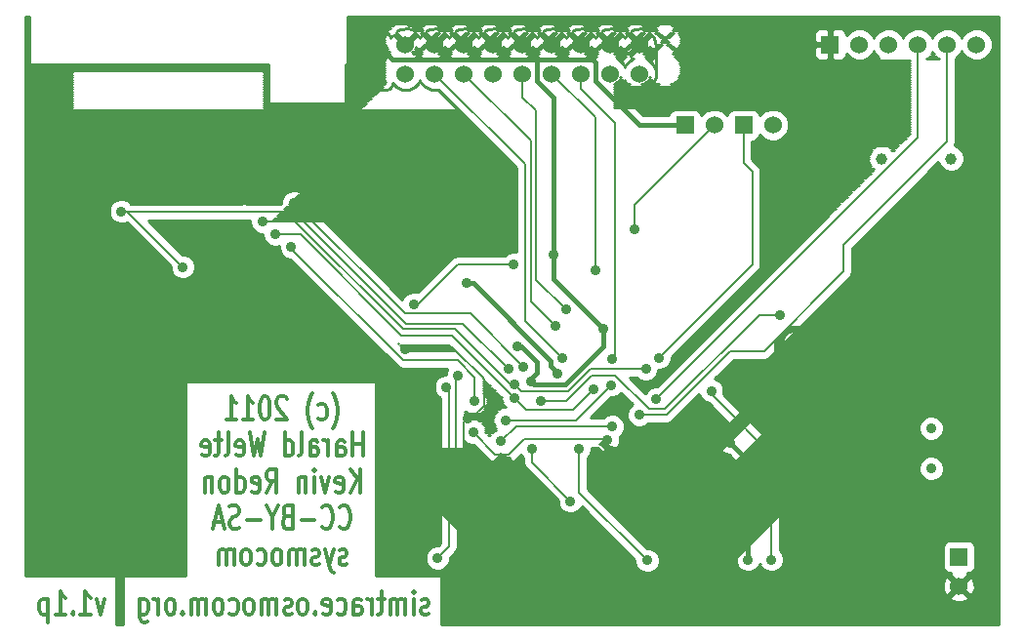
<source format=gbl>
G04 (created by PCBNEW-RS274X (2011-05-25)-stable) date Sat 05 Nov 2011 21:28:24 CET*
G01*
G70*
G90*
%MOIN*%
G04 Gerber Fmt 3.4, Leading zero omitted, Abs format*
%FSLAX34Y34*%
G04 APERTURE LIST*
%ADD10C,0.006000*%
%ADD11C,0.012000*%
%ADD12R,0.060000X0.060000*%
%ADD13C,0.060000*%
%ADD14C,0.035400*%
%ADD15C,0.039400*%
%ADD16C,0.035000*%
%ADD17C,0.008000*%
%ADD18C,0.016000*%
%ADD19C,0.010000*%
G04 APERTURE END LIST*
G54D10*
G54D11*
X17428Y-55140D02*
X17285Y-55674D01*
X17143Y-55140D01*
X16600Y-55674D02*
X16943Y-55674D01*
X16771Y-55674D02*
X16771Y-54874D01*
X16828Y-54988D01*
X16886Y-55064D01*
X16943Y-55102D01*
X16343Y-55598D02*
X16315Y-55636D01*
X16343Y-55674D01*
X16372Y-55636D01*
X16343Y-55598D01*
X16343Y-55674D01*
X15743Y-55674D02*
X16086Y-55674D01*
X15914Y-55674D02*
X15914Y-54874D01*
X15971Y-54988D01*
X16029Y-55064D01*
X16086Y-55102D01*
X15486Y-55140D02*
X15486Y-55940D01*
X15486Y-55179D02*
X15429Y-55140D01*
X15315Y-55140D01*
X15258Y-55179D01*
X15229Y-55217D01*
X15200Y-55293D01*
X15200Y-55521D01*
X15229Y-55598D01*
X15258Y-55636D01*
X15315Y-55674D01*
X15429Y-55674D01*
X15486Y-55636D01*
X25213Y-49329D02*
X25241Y-49290D01*
X25298Y-49176D01*
X25327Y-49100D01*
X25356Y-48986D01*
X25384Y-48795D01*
X25384Y-48643D01*
X25356Y-48452D01*
X25327Y-48338D01*
X25298Y-48262D01*
X25241Y-48148D01*
X25213Y-48110D01*
X24727Y-48986D02*
X24784Y-49024D01*
X24898Y-49024D01*
X24956Y-48986D01*
X24984Y-48948D01*
X25013Y-48871D01*
X25013Y-48643D01*
X24984Y-48567D01*
X24956Y-48529D01*
X24898Y-48490D01*
X24784Y-48490D01*
X24727Y-48529D01*
X24527Y-49329D02*
X24499Y-49290D01*
X24442Y-49176D01*
X24413Y-49100D01*
X24384Y-48986D01*
X24356Y-48795D01*
X24356Y-48643D01*
X24384Y-48452D01*
X24413Y-48338D01*
X24442Y-48262D01*
X24499Y-48148D01*
X24527Y-48110D01*
X23642Y-48300D02*
X23613Y-48262D01*
X23556Y-48224D01*
X23413Y-48224D01*
X23356Y-48262D01*
X23327Y-48300D01*
X23299Y-48376D01*
X23299Y-48452D01*
X23327Y-48567D01*
X23670Y-49024D01*
X23299Y-49024D01*
X22928Y-48224D02*
X22871Y-48224D01*
X22814Y-48262D01*
X22785Y-48300D01*
X22756Y-48376D01*
X22728Y-48529D01*
X22728Y-48719D01*
X22756Y-48871D01*
X22785Y-48948D01*
X22814Y-48986D01*
X22871Y-49024D01*
X22928Y-49024D01*
X22985Y-48986D01*
X23014Y-48948D01*
X23042Y-48871D01*
X23071Y-48719D01*
X23071Y-48529D01*
X23042Y-48376D01*
X23014Y-48300D01*
X22985Y-48262D01*
X22928Y-48224D01*
X22157Y-49024D02*
X22500Y-49024D01*
X22328Y-49024D02*
X22328Y-48224D01*
X22385Y-48338D01*
X22443Y-48414D01*
X22500Y-48452D01*
X21586Y-49024D02*
X21929Y-49024D01*
X21757Y-49024D02*
X21757Y-48224D01*
X21814Y-48338D01*
X21872Y-48414D01*
X21929Y-48452D01*
X26242Y-50264D02*
X26242Y-49464D01*
X26242Y-49845D02*
X25899Y-49845D01*
X25899Y-50264D02*
X25899Y-49464D01*
X25356Y-50264D02*
X25356Y-49845D01*
X25385Y-49769D01*
X25442Y-49730D01*
X25556Y-49730D01*
X25613Y-49769D01*
X25356Y-50226D02*
X25413Y-50264D01*
X25556Y-50264D01*
X25613Y-50226D01*
X25642Y-50150D01*
X25642Y-50073D01*
X25613Y-49997D01*
X25556Y-49959D01*
X25413Y-49959D01*
X25356Y-49921D01*
X25070Y-50264D02*
X25070Y-49730D01*
X25070Y-49883D02*
X25042Y-49807D01*
X25013Y-49769D01*
X24956Y-49730D01*
X24899Y-49730D01*
X24442Y-50264D02*
X24442Y-49845D01*
X24471Y-49769D01*
X24528Y-49730D01*
X24642Y-49730D01*
X24699Y-49769D01*
X24442Y-50226D02*
X24499Y-50264D01*
X24642Y-50264D01*
X24699Y-50226D01*
X24728Y-50150D01*
X24728Y-50073D01*
X24699Y-49997D01*
X24642Y-49959D01*
X24499Y-49959D01*
X24442Y-49921D01*
X24070Y-50264D02*
X24128Y-50226D01*
X24156Y-50150D01*
X24156Y-49464D01*
X23585Y-50264D02*
X23585Y-49464D01*
X23585Y-50226D02*
X23642Y-50264D01*
X23756Y-50264D01*
X23814Y-50226D01*
X23842Y-50188D01*
X23871Y-50111D01*
X23871Y-49883D01*
X23842Y-49807D01*
X23814Y-49769D01*
X23756Y-49730D01*
X23642Y-49730D01*
X23585Y-49769D01*
X22899Y-49464D02*
X22756Y-50264D01*
X22642Y-49692D01*
X22528Y-50264D01*
X22385Y-49464D01*
X21928Y-50226D02*
X21985Y-50264D01*
X22099Y-50264D01*
X22156Y-50226D01*
X22185Y-50150D01*
X22185Y-49845D01*
X22156Y-49769D01*
X22099Y-49730D01*
X21985Y-49730D01*
X21928Y-49769D01*
X21899Y-49845D01*
X21899Y-49921D01*
X22185Y-49997D01*
X21556Y-50264D02*
X21614Y-50226D01*
X21642Y-50150D01*
X21642Y-49464D01*
X21414Y-49730D02*
X21185Y-49730D01*
X21328Y-49464D02*
X21328Y-50150D01*
X21300Y-50226D01*
X21242Y-50264D01*
X21185Y-50264D01*
X20757Y-50226D02*
X20814Y-50264D01*
X20928Y-50264D01*
X20985Y-50226D01*
X21014Y-50150D01*
X21014Y-49845D01*
X20985Y-49769D01*
X20928Y-49730D01*
X20814Y-49730D01*
X20757Y-49769D01*
X20728Y-49845D01*
X20728Y-49921D01*
X21014Y-49997D01*
X26157Y-51504D02*
X26157Y-50704D01*
X25814Y-51504D02*
X26071Y-51047D01*
X25814Y-50704D02*
X26157Y-51161D01*
X25329Y-51466D02*
X25386Y-51504D01*
X25500Y-51504D01*
X25557Y-51466D01*
X25586Y-51390D01*
X25586Y-51085D01*
X25557Y-51009D01*
X25500Y-50970D01*
X25386Y-50970D01*
X25329Y-51009D01*
X25300Y-51085D01*
X25300Y-51161D01*
X25586Y-51237D01*
X25100Y-50970D02*
X24957Y-51504D01*
X24815Y-50970D01*
X24586Y-51504D02*
X24586Y-50970D01*
X24586Y-50704D02*
X24615Y-50742D01*
X24586Y-50780D01*
X24558Y-50742D01*
X24586Y-50704D01*
X24586Y-50780D01*
X24300Y-50970D02*
X24300Y-51504D01*
X24300Y-51047D02*
X24272Y-51009D01*
X24214Y-50970D01*
X24129Y-50970D01*
X24072Y-51009D01*
X24043Y-51085D01*
X24043Y-51504D01*
X22957Y-51504D02*
X23157Y-51123D01*
X23300Y-51504D02*
X23300Y-50704D01*
X23072Y-50704D01*
X23014Y-50742D01*
X22986Y-50780D01*
X22957Y-50856D01*
X22957Y-50970D01*
X22986Y-51047D01*
X23014Y-51085D01*
X23072Y-51123D01*
X23300Y-51123D01*
X22472Y-51466D02*
X22529Y-51504D01*
X22643Y-51504D01*
X22700Y-51466D01*
X22729Y-51390D01*
X22729Y-51085D01*
X22700Y-51009D01*
X22643Y-50970D01*
X22529Y-50970D01*
X22472Y-51009D01*
X22443Y-51085D01*
X22443Y-51161D01*
X22729Y-51237D01*
X21929Y-51504D02*
X21929Y-50704D01*
X21929Y-51466D02*
X21986Y-51504D01*
X22100Y-51504D01*
X22158Y-51466D01*
X22186Y-51428D01*
X22215Y-51351D01*
X22215Y-51123D01*
X22186Y-51047D01*
X22158Y-51009D01*
X22100Y-50970D01*
X21986Y-50970D01*
X21929Y-51009D01*
X21557Y-51504D02*
X21615Y-51466D01*
X21643Y-51428D01*
X21672Y-51351D01*
X21672Y-51123D01*
X21643Y-51047D01*
X21615Y-51009D01*
X21557Y-50970D01*
X21472Y-50970D01*
X21415Y-51009D01*
X21386Y-51047D01*
X21357Y-51123D01*
X21357Y-51351D01*
X21386Y-51428D01*
X21415Y-51466D01*
X21472Y-51504D01*
X21557Y-51504D01*
X21100Y-50970D02*
X21100Y-51504D01*
X21100Y-51047D02*
X21072Y-51009D01*
X21014Y-50970D01*
X20929Y-50970D01*
X20872Y-51009D01*
X20843Y-51085D01*
X20843Y-51504D01*
X25456Y-52668D02*
X25485Y-52706D01*
X25571Y-52744D01*
X25628Y-52744D01*
X25713Y-52706D01*
X25771Y-52630D01*
X25799Y-52553D01*
X25828Y-52401D01*
X25828Y-52287D01*
X25799Y-52134D01*
X25771Y-52058D01*
X25713Y-51982D01*
X25628Y-51944D01*
X25571Y-51944D01*
X25485Y-51982D01*
X25456Y-52020D01*
X24856Y-52668D02*
X24885Y-52706D01*
X24971Y-52744D01*
X25028Y-52744D01*
X25113Y-52706D01*
X25171Y-52630D01*
X25199Y-52553D01*
X25228Y-52401D01*
X25228Y-52287D01*
X25199Y-52134D01*
X25171Y-52058D01*
X25113Y-51982D01*
X25028Y-51944D01*
X24971Y-51944D01*
X24885Y-51982D01*
X24856Y-52020D01*
X24599Y-52439D02*
X24142Y-52439D01*
X23656Y-52325D02*
X23570Y-52363D01*
X23542Y-52401D01*
X23513Y-52477D01*
X23513Y-52591D01*
X23542Y-52668D01*
X23570Y-52706D01*
X23628Y-52744D01*
X23856Y-52744D01*
X23856Y-51944D01*
X23656Y-51944D01*
X23599Y-51982D01*
X23570Y-52020D01*
X23542Y-52096D01*
X23542Y-52172D01*
X23570Y-52249D01*
X23599Y-52287D01*
X23656Y-52325D01*
X23856Y-52325D01*
X23142Y-52363D02*
X23142Y-52744D01*
X23342Y-51944D02*
X23142Y-52363D01*
X22942Y-51944D01*
X22742Y-52439D02*
X22285Y-52439D01*
X22028Y-52706D02*
X21942Y-52744D01*
X21799Y-52744D01*
X21742Y-52706D01*
X21713Y-52668D01*
X21685Y-52591D01*
X21685Y-52515D01*
X21713Y-52439D01*
X21742Y-52401D01*
X21799Y-52363D01*
X21913Y-52325D01*
X21971Y-52287D01*
X21999Y-52249D01*
X22028Y-52172D01*
X22028Y-52096D01*
X21999Y-52020D01*
X21971Y-51982D01*
X21913Y-51944D01*
X21771Y-51944D01*
X21685Y-51982D01*
X21457Y-52515D02*
X21171Y-52515D01*
X21514Y-52744D02*
X21314Y-51944D01*
X21114Y-52744D01*
X25700Y-53946D02*
X25643Y-53984D01*
X25528Y-53984D01*
X25471Y-53946D01*
X25443Y-53870D01*
X25443Y-53831D01*
X25471Y-53755D01*
X25528Y-53717D01*
X25614Y-53717D01*
X25671Y-53679D01*
X25700Y-53603D01*
X25700Y-53565D01*
X25671Y-53489D01*
X25614Y-53450D01*
X25528Y-53450D01*
X25471Y-53489D01*
X25242Y-53450D02*
X25099Y-53984D01*
X24957Y-53450D02*
X25099Y-53984D01*
X25157Y-54174D01*
X25185Y-54212D01*
X25242Y-54250D01*
X24757Y-53946D02*
X24700Y-53984D01*
X24585Y-53984D01*
X24528Y-53946D01*
X24500Y-53870D01*
X24500Y-53831D01*
X24528Y-53755D01*
X24585Y-53717D01*
X24671Y-53717D01*
X24728Y-53679D01*
X24757Y-53603D01*
X24757Y-53565D01*
X24728Y-53489D01*
X24671Y-53450D01*
X24585Y-53450D01*
X24528Y-53489D01*
X24242Y-53984D02*
X24242Y-53450D01*
X24242Y-53527D02*
X24214Y-53489D01*
X24156Y-53450D01*
X24071Y-53450D01*
X24014Y-53489D01*
X23985Y-53565D01*
X23985Y-53984D01*
X23985Y-53565D02*
X23956Y-53489D01*
X23899Y-53450D01*
X23814Y-53450D01*
X23756Y-53489D01*
X23728Y-53565D01*
X23728Y-53984D01*
X23356Y-53984D02*
X23414Y-53946D01*
X23442Y-53908D01*
X23471Y-53831D01*
X23471Y-53603D01*
X23442Y-53527D01*
X23414Y-53489D01*
X23356Y-53450D01*
X23271Y-53450D01*
X23214Y-53489D01*
X23185Y-53527D01*
X23156Y-53603D01*
X23156Y-53831D01*
X23185Y-53908D01*
X23214Y-53946D01*
X23271Y-53984D01*
X23356Y-53984D01*
X22642Y-53946D02*
X22699Y-53984D01*
X22813Y-53984D01*
X22871Y-53946D01*
X22899Y-53908D01*
X22928Y-53831D01*
X22928Y-53603D01*
X22899Y-53527D01*
X22871Y-53489D01*
X22813Y-53450D01*
X22699Y-53450D01*
X22642Y-53489D01*
X22299Y-53984D02*
X22357Y-53946D01*
X22385Y-53908D01*
X22414Y-53831D01*
X22414Y-53603D01*
X22385Y-53527D01*
X22357Y-53489D01*
X22299Y-53450D01*
X22214Y-53450D01*
X22157Y-53489D01*
X22128Y-53527D01*
X22099Y-53603D01*
X22099Y-53831D01*
X22128Y-53908D01*
X22157Y-53946D01*
X22214Y-53984D01*
X22299Y-53984D01*
X21842Y-53984D02*
X21842Y-53450D01*
X21842Y-53527D02*
X21814Y-53489D01*
X21756Y-53450D01*
X21671Y-53450D01*
X21614Y-53489D01*
X21585Y-53565D01*
X21585Y-53984D01*
X21585Y-53565D02*
X21556Y-53489D01*
X21499Y-53450D01*
X21414Y-53450D01*
X21356Y-53489D01*
X21328Y-53565D01*
X21328Y-53984D01*
X28493Y-55636D02*
X28436Y-55674D01*
X28321Y-55674D01*
X28264Y-55636D01*
X28236Y-55560D01*
X28236Y-55521D01*
X28264Y-55445D01*
X28321Y-55407D01*
X28407Y-55407D01*
X28464Y-55369D01*
X28493Y-55293D01*
X28493Y-55255D01*
X28464Y-55179D01*
X28407Y-55140D01*
X28321Y-55140D01*
X28264Y-55179D01*
X27978Y-55674D02*
X27978Y-55140D01*
X27978Y-54874D02*
X28007Y-54912D01*
X27978Y-54950D01*
X27950Y-54912D01*
X27978Y-54874D01*
X27978Y-54950D01*
X27692Y-55674D02*
X27692Y-55140D01*
X27692Y-55217D02*
X27664Y-55179D01*
X27606Y-55140D01*
X27521Y-55140D01*
X27464Y-55179D01*
X27435Y-55255D01*
X27435Y-55674D01*
X27435Y-55255D02*
X27406Y-55179D01*
X27349Y-55140D01*
X27264Y-55140D01*
X27206Y-55179D01*
X27178Y-55255D01*
X27178Y-55674D01*
X26978Y-55140D02*
X26749Y-55140D01*
X26892Y-54874D02*
X26892Y-55560D01*
X26864Y-55636D01*
X26806Y-55674D01*
X26749Y-55674D01*
X26549Y-55674D02*
X26549Y-55140D01*
X26549Y-55293D02*
X26521Y-55217D01*
X26492Y-55179D01*
X26435Y-55140D01*
X26378Y-55140D01*
X25921Y-55674D02*
X25921Y-55255D01*
X25950Y-55179D01*
X26007Y-55140D01*
X26121Y-55140D01*
X26178Y-55179D01*
X25921Y-55636D02*
X25978Y-55674D01*
X26121Y-55674D01*
X26178Y-55636D01*
X26207Y-55560D01*
X26207Y-55483D01*
X26178Y-55407D01*
X26121Y-55369D01*
X25978Y-55369D01*
X25921Y-55331D01*
X25378Y-55636D02*
X25435Y-55674D01*
X25549Y-55674D01*
X25607Y-55636D01*
X25635Y-55598D01*
X25664Y-55521D01*
X25664Y-55293D01*
X25635Y-55217D01*
X25607Y-55179D01*
X25549Y-55140D01*
X25435Y-55140D01*
X25378Y-55179D01*
X24893Y-55636D02*
X24950Y-55674D01*
X25064Y-55674D01*
X25121Y-55636D01*
X25150Y-55560D01*
X25150Y-55255D01*
X25121Y-55179D01*
X25064Y-55140D01*
X24950Y-55140D01*
X24893Y-55179D01*
X24864Y-55255D01*
X24864Y-55331D01*
X25150Y-55407D01*
X24607Y-55598D02*
X24579Y-55636D01*
X24607Y-55674D01*
X24636Y-55636D01*
X24607Y-55598D01*
X24607Y-55674D01*
X24235Y-55674D02*
X24293Y-55636D01*
X24321Y-55598D01*
X24350Y-55521D01*
X24350Y-55293D01*
X24321Y-55217D01*
X24293Y-55179D01*
X24235Y-55140D01*
X24150Y-55140D01*
X24093Y-55179D01*
X24064Y-55217D01*
X24035Y-55293D01*
X24035Y-55521D01*
X24064Y-55598D01*
X24093Y-55636D01*
X24150Y-55674D01*
X24235Y-55674D01*
X23807Y-55636D02*
X23750Y-55674D01*
X23635Y-55674D01*
X23578Y-55636D01*
X23550Y-55560D01*
X23550Y-55521D01*
X23578Y-55445D01*
X23635Y-55407D01*
X23721Y-55407D01*
X23778Y-55369D01*
X23807Y-55293D01*
X23807Y-55255D01*
X23778Y-55179D01*
X23721Y-55140D01*
X23635Y-55140D01*
X23578Y-55179D01*
X23292Y-55674D02*
X23292Y-55140D01*
X23292Y-55217D02*
X23264Y-55179D01*
X23206Y-55140D01*
X23121Y-55140D01*
X23064Y-55179D01*
X23035Y-55255D01*
X23035Y-55674D01*
X23035Y-55255D02*
X23006Y-55179D01*
X22949Y-55140D01*
X22864Y-55140D01*
X22806Y-55179D01*
X22778Y-55255D01*
X22778Y-55674D01*
X22406Y-55674D02*
X22464Y-55636D01*
X22492Y-55598D01*
X22521Y-55521D01*
X22521Y-55293D01*
X22492Y-55217D01*
X22464Y-55179D01*
X22406Y-55140D01*
X22321Y-55140D01*
X22264Y-55179D01*
X22235Y-55217D01*
X22206Y-55293D01*
X22206Y-55521D01*
X22235Y-55598D01*
X22264Y-55636D01*
X22321Y-55674D01*
X22406Y-55674D01*
X21692Y-55636D02*
X21749Y-55674D01*
X21863Y-55674D01*
X21921Y-55636D01*
X21949Y-55598D01*
X21978Y-55521D01*
X21978Y-55293D01*
X21949Y-55217D01*
X21921Y-55179D01*
X21863Y-55140D01*
X21749Y-55140D01*
X21692Y-55179D01*
X21349Y-55674D02*
X21407Y-55636D01*
X21435Y-55598D01*
X21464Y-55521D01*
X21464Y-55293D01*
X21435Y-55217D01*
X21407Y-55179D01*
X21349Y-55140D01*
X21264Y-55140D01*
X21207Y-55179D01*
X21178Y-55217D01*
X21149Y-55293D01*
X21149Y-55521D01*
X21178Y-55598D01*
X21207Y-55636D01*
X21264Y-55674D01*
X21349Y-55674D01*
X20892Y-55674D02*
X20892Y-55140D01*
X20892Y-55217D02*
X20864Y-55179D01*
X20806Y-55140D01*
X20721Y-55140D01*
X20664Y-55179D01*
X20635Y-55255D01*
X20635Y-55674D01*
X20635Y-55255D02*
X20606Y-55179D01*
X20549Y-55140D01*
X20464Y-55140D01*
X20406Y-55179D01*
X20378Y-55255D01*
X20378Y-55674D01*
X20092Y-55598D02*
X20064Y-55636D01*
X20092Y-55674D01*
X20121Y-55636D01*
X20092Y-55598D01*
X20092Y-55674D01*
X19720Y-55674D02*
X19778Y-55636D01*
X19806Y-55598D01*
X19835Y-55521D01*
X19835Y-55293D01*
X19806Y-55217D01*
X19778Y-55179D01*
X19720Y-55140D01*
X19635Y-55140D01*
X19578Y-55179D01*
X19549Y-55217D01*
X19520Y-55293D01*
X19520Y-55521D01*
X19549Y-55598D01*
X19578Y-55636D01*
X19635Y-55674D01*
X19720Y-55674D01*
X19263Y-55674D02*
X19263Y-55140D01*
X19263Y-55293D02*
X19235Y-55217D01*
X19206Y-55179D01*
X19149Y-55140D01*
X19092Y-55140D01*
X18635Y-55140D02*
X18635Y-55788D01*
X18664Y-55864D01*
X18692Y-55902D01*
X18749Y-55940D01*
X18835Y-55940D01*
X18892Y-55902D01*
X18635Y-55636D02*
X18692Y-55674D01*
X18806Y-55674D01*
X18864Y-55636D01*
X18892Y-55598D01*
X18921Y-55521D01*
X18921Y-55293D01*
X18892Y-55217D01*
X18864Y-55179D01*
X18806Y-55140D01*
X18692Y-55140D01*
X18635Y-55179D01*
G54D12*
X42200Y-36200D03*
G54D13*
X43200Y-36200D03*
X44200Y-36200D03*
X45200Y-36200D03*
X46200Y-36200D03*
X47200Y-36200D03*
G54D14*
X45650Y-50689D03*
X45650Y-49311D03*
G54D12*
X46600Y-53700D03*
G54D13*
X46600Y-54700D03*
G54D12*
X26700Y-37200D03*
G54D13*
X26700Y-36200D03*
X27700Y-37200D03*
X27700Y-36200D03*
X28700Y-37200D03*
X28700Y-36200D03*
X29700Y-37200D03*
X29700Y-36200D03*
X30700Y-37200D03*
X30700Y-36200D03*
X31700Y-37200D03*
X31700Y-36200D03*
X32700Y-37200D03*
X32700Y-36200D03*
X33700Y-37200D03*
X33700Y-36200D03*
X34700Y-37200D03*
X34700Y-36200D03*
X35700Y-37200D03*
X35700Y-36200D03*
G54D12*
X37250Y-38950D03*
G54D13*
X38250Y-38950D03*
G54D12*
X39250Y-38950D03*
G54D13*
X40250Y-38950D03*
G54D15*
X46331Y-40100D03*
X43969Y-40100D03*
G54D16*
X34742Y-46956D03*
X22816Y-42245D03*
X31421Y-47811D03*
X35910Y-47293D03*
X31131Y-49039D03*
X34737Y-47832D03*
X35965Y-53828D03*
X33639Y-50003D03*
X36268Y-48322D03*
X35682Y-48858D03*
X20100Y-43800D03*
X18000Y-41900D03*
X31217Y-47293D03*
X23261Y-42681D03*
X31426Y-48290D03*
X34128Y-47979D03*
X29500Y-47500D03*
X30050Y-52300D03*
X29100Y-47900D03*
X28800Y-53750D03*
X23892Y-41603D03*
X31733Y-47209D03*
X30973Y-49764D03*
X34764Y-49247D03*
X23802Y-43110D03*
X30055Y-48393D03*
X38147Y-48037D03*
X40200Y-53800D03*
X30013Y-49446D03*
X34597Y-49724D03*
X33174Y-45257D03*
X33063Y-46911D03*
X34193Y-43899D03*
X36353Y-46899D03*
X32812Y-45800D03*
X32900Y-47435D03*
X29777Y-44364D03*
X39400Y-53800D03*
X38800Y-49800D03*
X32018Y-50002D03*
X33332Y-51799D03*
X34468Y-45915D03*
X32772Y-43374D03*
X31986Y-47726D03*
X31514Y-46505D03*
X28618Y-42765D03*
X28093Y-44156D03*
X31150Y-51924D03*
X32784Y-51816D03*
X27696Y-46611D03*
X29830Y-48992D03*
X35524Y-42509D03*
X32321Y-48367D03*
X40475Y-45434D03*
X31400Y-43700D03*
X27997Y-45069D03*
G54D17*
X33700Y-37200D02*
X33700Y-37700D01*
X33700Y-37700D02*
X34866Y-38866D01*
X34742Y-46956D02*
X34866Y-46832D01*
X34866Y-46832D02*
X34866Y-38866D01*
X31283Y-47811D02*
X31421Y-47811D01*
X29398Y-45926D02*
X31283Y-47811D01*
X27615Y-45926D02*
X29398Y-45926D01*
X23934Y-42245D02*
X27615Y-45926D01*
X22816Y-42245D02*
X23934Y-42245D01*
X31658Y-48048D02*
X31421Y-47811D01*
X33260Y-48048D02*
X31658Y-48048D01*
X34015Y-47293D02*
X33260Y-48048D01*
X35910Y-47293D02*
X34015Y-47293D01*
X33530Y-49039D02*
X34737Y-47832D01*
X31131Y-49039D02*
X33530Y-49039D01*
X35965Y-53828D02*
X33639Y-51502D01*
X33639Y-51502D02*
X33639Y-50003D01*
X45200Y-39390D02*
X36268Y-48322D01*
X45200Y-36200D02*
X45200Y-39390D01*
X36616Y-48858D02*
X35682Y-48858D01*
X38790Y-46684D02*
X36616Y-48858D01*
X39948Y-46684D02*
X38790Y-46684D01*
X42672Y-43960D02*
X39948Y-46684D01*
X42672Y-43050D02*
X42672Y-43960D01*
X46200Y-39522D02*
X42672Y-43050D01*
X46200Y-36200D02*
X46200Y-39522D01*
X18200Y-41900D02*
X18000Y-41900D01*
X20100Y-43800D02*
X18200Y-41900D01*
X20224Y-41924D02*
X22176Y-41924D01*
X18000Y-41900D02*
X18024Y-41924D01*
X18024Y-41924D02*
X20224Y-41924D01*
X22200Y-41900D02*
X22200Y-41924D01*
X22176Y-41924D02*
X22200Y-41900D01*
X29666Y-45742D02*
X31217Y-47293D01*
X27713Y-45742D02*
X29666Y-45742D01*
X23895Y-41924D02*
X27713Y-45742D01*
X22200Y-41924D02*
X23895Y-41924D01*
X33421Y-48686D02*
X34128Y-47979D01*
X31822Y-48686D02*
X33421Y-48686D01*
X31426Y-48290D02*
X31822Y-48686D01*
X29278Y-46142D02*
X31426Y-48290D01*
X27571Y-46142D02*
X29278Y-46142D01*
X24110Y-42681D02*
X27571Y-46142D01*
X23261Y-42681D02*
X24110Y-42681D01*
X29440Y-47900D02*
X29440Y-47560D01*
X29440Y-47560D02*
X29500Y-47500D01*
X30050Y-52300D02*
X29600Y-52300D01*
X29600Y-52300D02*
X29440Y-52140D01*
X29440Y-52140D02*
X29440Y-47900D01*
X29200Y-48200D02*
X29191Y-48200D01*
X29191Y-48191D02*
X29200Y-48200D01*
X29191Y-47991D02*
X29191Y-48191D01*
X29100Y-47900D02*
X29191Y-47991D01*
X29200Y-52300D02*
X29191Y-52300D01*
X29191Y-52300D02*
X29191Y-48200D01*
X28800Y-53750D02*
X29191Y-53359D01*
X29191Y-53359D02*
X29191Y-52309D01*
X29191Y-52309D02*
X29200Y-52300D01*
X29912Y-45388D02*
X31733Y-47209D01*
X27677Y-45388D02*
X29912Y-45388D01*
X23892Y-41603D02*
X27677Y-45388D01*
X31490Y-49247D02*
X34764Y-49247D01*
X30973Y-49764D02*
X31490Y-49247D01*
X23802Y-43167D02*
X23802Y-43110D01*
X27623Y-46988D02*
X23802Y-43167D01*
X29477Y-46988D02*
X27623Y-46988D01*
X30055Y-47566D02*
X29477Y-46988D01*
X30055Y-48393D02*
X30055Y-47566D01*
X38147Y-48037D02*
X38147Y-48147D01*
X40200Y-50200D02*
X40200Y-53800D01*
X38147Y-48147D02*
X40200Y-50200D01*
X34557Y-49684D02*
X34597Y-49724D01*
X31755Y-49684D02*
X34557Y-49684D01*
X31240Y-50199D02*
X31755Y-49684D01*
X30766Y-50199D02*
X31240Y-50199D01*
X30013Y-49446D02*
X30766Y-50199D01*
X31700Y-37200D02*
X31700Y-38000D01*
X31700Y-38000D02*
X32163Y-38463D01*
X33174Y-45257D02*
X32163Y-44246D01*
X32163Y-44246D02*
X32163Y-38463D01*
X31795Y-40295D02*
X28700Y-37200D01*
X31795Y-45643D02*
X31795Y-40295D01*
X33063Y-46911D02*
X31795Y-45643D01*
X34193Y-38693D02*
X32700Y-37200D01*
X34193Y-43899D02*
X34193Y-38693D01*
X39250Y-38950D02*
X39250Y-40250D01*
X39250Y-40250D02*
X39550Y-40550D01*
X39550Y-43702D02*
X36353Y-46899D01*
X39550Y-40550D02*
X39550Y-43702D01*
X31979Y-39479D02*
X29700Y-37200D01*
X31979Y-44967D02*
X31979Y-39479D01*
X32812Y-45800D02*
X31979Y-44967D01*
G54D18*
X29777Y-44364D02*
X30014Y-44364D01*
X32650Y-47185D02*
X32900Y-47435D01*
X32650Y-47000D02*
X32650Y-47185D01*
X30014Y-44364D02*
X32650Y-47000D01*
X39400Y-50400D02*
X39400Y-53800D01*
X38800Y-49800D02*
X39400Y-50400D01*
G54D17*
X32018Y-50485D02*
X32018Y-50002D01*
X33332Y-51799D02*
X32018Y-50485D01*
G54D18*
X31986Y-47726D02*
X31986Y-47614D01*
X31655Y-46505D02*
X31514Y-46505D01*
X32200Y-47050D02*
X31655Y-46505D01*
X32200Y-47400D02*
X32200Y-47050D01*
X31986Y-47614D02*
X32200Y-47400D01*
X34468Y-45915D02*
X34468Y-46520D01*
X32086Y-47826D02*
X31986Y-47726D01*
X33162Y-47826D02*
X32086Y-47826D01*
X34468Y-46520D02*
X33162Y-47826D01*
X32772Y-43374D02*
X32772Y-44219D01*
X32772Y-44219D02*
X34468Y-45915D01*
X34200Y-37300D02*
X34200Y-37450D01*
X34100Y-36700D02*
X34206Y-36806D01*
X34206Y-36806D02*
X34206Y-37294D01*
X34206Y-37294D02*
X34200Y-37300D01*
X32151Y-36700D02*
X34100Y-36700D01*
X35700Y-38950D02*
X37250Y-38950D01*
X34200Y-37450D02*
X35700Y-38950D01*
X32200Y-37200D02*
X32200Y-37450D01*
X32772Y-38022D02*
X32772Y-43374D01*
X32200Y-37450D02*
X32772Y-38022D01*
X32200Y-37200D02*
X32200Y-36749D01*
X32200Y-36749D02*
X32151Y-36700D01*
X26700Y-36200D02*
X26750Y-36200D01*
X27250Y-36700D02*
X32151Y-36700D01*
X26750Y-36200D02*
X27250Y-36700D01*
G54D17*
X26700Y-36650D02*
X26650Y-36650D01*
X26650Y-36650D02*
X26700Y-36650D01*
G54D18*
X26700Y-36200D02*
X26700Y-36650D01*
X26700Y-36650D02*
X26700Y-37200D01*
G54D17*
X32151Y-36700D02*
X32200Y-36749D01*
X35711Y-38950D02*
X37250Y-38950D01*
X34149Y-37388D02*
X35711Y-38950D01*
X34149Y-36771D02*
X34149Y-37388D01*
X34127Y-36749D02*
X34149Y-36771D01*
X32200Y-36749D02*
X34127Y-36749D01*
X34468Y-45915D02*
X32772Y-44219D01*
X28618Y-43631D02*
X28093Y-44156D01*
X28618Y-42765D02*
X28618Y-43631D01*
X31258Y-51816D02*
X32784Y-51816D01*
X31150Y-51924D02*
X31258Y-51816D01*
X27696Y-46611D02*
X29117Y-46611D01*
X29931Y-48992D02*
X29830Y-48992D01*
X30374Y-48549D02*
X29931Y-48992D01*
X30374Y-47625D02*
X30374Y-48549D01*
X29360Y-46611D02*
X30374Y-47625D01*
X29117Y-46611D02*
X29360Y-46611D01*
X29694Y-49128D02*
X29830Y-48992D01*
X29694Y-50468D02*
X29694Y-49128D01*
X31150Y-51924D02*
X29694Y-50468D01*
X35524Y-41676D02*
X35524Y-42509D01*
X38250Y-38950D02*
X35524Y-41676D01*
X33201Y-48367D02*
X32321Y-48367D01*
X34054Y-47514D02*
X33201Y-48367D01*
X34870Y-47514D02*
X34054Y-47514D01*
X36010Y-48654D02*
X34870Y-47514D01*
X36560Y-48654D02*
X36010Y-48654D01*
X39780Y-45434D02*
X36560Y-48654D01*
X40475Y-45434D02*
X39780Y-45434D01*
X28131Y-45069D02*
X27997Y-45069D01*
X29500Y-43700D02*
X28131Y-45069D01*
X31400Y-43700D02*
X29500Y-43700D01*
G54D19*
X27447Y-46401D02*
X27447Y-46401D01*
X27526Y-46481D02*
X29206Y-46481D01*
X27606Y-46561D02*
X29286Y-46561D01*
X27686Y-46641D02*
X29366Y-46641D01*
X30345Y-47619D02*
X30345Y-47619D01*
X30345Y-47699D02*
X30425Y-47699D01*
X30345Y-47779D02*
X30505Y-47779D01*
X30345Y-47859D02*
X30585Y-47859D01*
X30345Y-47939D02*
X30665Y-47939D01*
X30345Y-48019D02*
X30745Y-48019D01*
X30362Y-48099D02*
X30825Y-48099D01*
X30426Y-48179D02*
X30905Y-48179D01*
X30459Y-48259D02*
X30985Y-48259D01*
X30480Y-48339D02*
X31001Y-48339D01*
X30480Y-48419D02*
X31020Y-48419D01*
X30472Y-48499D02*
X31053Y-48499D01*
X30438Y-48579D02*
X31114Y-48579D01*
X30390Y-48659D02*
X30937Y-48659D01*
X29730Y-48739D02*
X29800Y-48739D01*
X30310Y-48739D02*
X30830Y-48739D01*
X29730Y-48819D02*
X30762Y-48819D01*
X29730Y-48899D02*
X30728Y-48899D01*
X29730Y-48979D02*
X30706Y-48979D01*
X29730Y-49059D02*
X29836Y-49059D01*
X30189Y-49059D02*
X30706Y-49059D01*
X30307Y-49139D02*
X30713Y-49139D01*
X30379Y-49219D02*
X30746Y-49219D01*
X30412Y-49299D02*
X30790Y-49299D01*
X30438Y-49379D02*
X30791Y-49379D01*
X30438Y-49459D02*
X30677Y-49459D01*
X30516Y-49539D02*
X30606Y-49539D01*
X14740Y-35240D02*
X14863Y-35240D01*
X25718Y-35240D02*
X47960Y-35240D01*
X14740Y-35320D02*
X14863Y-35320D01*
X25718Y-35320D02*
X47960Y-35320D01*
X14740Y-35400D02*
X14863Y-35400D01*
X25718Y-35400D02*
X47960Y-35400D01*
X14740Y-35480D02*
X14863Y-35480D01*
X25718Y-35480D02*
X47960Y-35480D01*
X14740Y-35560D02*
X14863Y-35560D01*
X25718Y-35560D02*
X27299Y-35560D01*
X27800Y-35560D02*
X28313Y-35560D01*
X28779Y-35560D02*
X29313Y-35560D01*
X29779Y-35560D02*
X30313Y-35560D01*
X30779Y-35560D02*
X31313Y-35560D01*
X31779Y-35560D02*
X32313Y-35560D01*
X32779Y-35560D02*
X33313Y-35560D01*
X33779Y-35560D02*
X34313Y-35560D01*
X34779Y-35560D02*
X35313Y-35560D01*
X35779Y-35560D02*
X36313Y-35560D01*
X36779Y-35560D02*
X47960Y-35560D01*
X14740Y-35640D02*
X14863Y-35640D01*
X25718Y-35640D02*
X27184Y-35640D01*
X27916Y-35640D02*
X28251Y-35640D01*
X28848Y-35640D02*
X29251Y-35640D01*
X29848Y-35640D02*
X30251Y-35640D01*
X30848Y-35640D02*
X31251Y-35640D01*
X31848Y-35640D02*
X32251Y-35640D01*
X32848Y-35640D02*
X33251Y-35640D01*
X33848Y-35640D02*
X34251Y-35640D01*
X34848Y-35640D02*
X35251Y-35640D01*
X35848Y-35640D02*
X36251Y-35640D01*
X36848Y-35640D02*
X47960Y-35640D01*
X14740Y-35720D02*
X14863Y-35720D01*
X25718Y-35720D02*
X27104Y-35720D01*
X27996Y-35720D02*
X28291Y-35720D01*
X28810Y-35720D02*
X28858Y-35720D01*
X28858Y-35720D02*
X29291Y-35720D01*
X29810Y-35720D02*
X29858Y-35720D01*
X29858Y-35720D02*
X30291Y-35720D01*
X30810Y-35720D02*
X30858Y-35720D01*
X30858Y-35720D02*
X31291Y-35720D01*
X31810Y-35720D02*
X31858Y-35720D01*
X31858Y-35720D02*
X32291Y-35720D01*
X32810Y-35720D02*
X32858Y-35720D01*
X32858Y-35720D02*
X33291Y-35720D01*
X33810Y-35720D02*
X33858Y-35720D01*
X33858Y-35720D02*
X34291Y-35720D01*
X34810Y-35720D02*
X34858Y-35720D01*
X34858Y-35720D02*
X35291Y-35720D01*
X35810Y-35720D02*
X35858Y-35720D01*
X35858Y-35720D02*
X36291Y-35720D01*
X36810Y-35720D02*
X36858Y-35720D01*
X36858Y-35720D02*
X41728Y-35720D01*
X42150Y-35720D02*
X42250Y-35720D01*
X42672Y-35720D02*
X42925Y-35720D01*
X43474Y-35720D02*
X43925Y-35720D01*
X44474Y-35720D02*
X44925Y-35720D01*
X45474Y-35720D02*
X45925Y-35720D01*
X46474Y-35720D02*
X46925Y-35720D01*
X47474Y-35720D02*
X47960Y-35720D01*
X14740Y-35800D02*
X14863Y-35800D01*
X25718Y-35800D02*
X27059Y-35800D01*
X28040Y-35800D02*
X28066Y-35800D01*
X28229Y-35800D02*
X28371Y-35800D01*
X28730Y-35800D02*
X28858Y-35800D01*
X28858Y-35800D02*
X28870Y-35800D01*
X29034Y-35800D02*
X29066Y-35800D01*
X29229Y-35800D02*
X29371Y-35800D01*
X29730Y-35800D02*
X29858Y-35800D01*
X29858Y-35800D02*
X29870Y-35800D01*
X30034Y-35800D02*
X30066Y-35800D01*
X30229Y-35800D02*
X30371Y-35800D01*
X30730Y-35800D02*
X30858Y-35800D01*
X30858Y-35800D02*
X30870Y-35800D01*
X31034Y-35800D02*
X31066Y-35800D01*
X31229Y-35800D02*
X31371Y-35800D01*
X31730Y-35800D02*
X31858Y-35800D01*
X31858Y-35800D02*
X31870Y-35800D01*
X32034Y-35800D02*
X32066Y-35800D01*
X32229Y-35800D02*
X32371Y-35800D01*
X32730Y-35800D02*
X32858Y-35800D01*
X32858Y-35800D02*
X32870Y-35800D01*
X33034Y-35800D02*
X33066Y-35800D01*
X33229Y-35800D02*
X33371Y-35800D01*
X33730Y-35800D02*
X33858Y-35800D01*
X33858Y-35800D02*
X33870Y-35800D01*
X34034Y-35800D02*
X34066Y-35800D01*
X34229Y-35800D02*
X34371Y-35800D01*
X34730Y-35800D02*
X34858Y-35800D01*
X34858Y-35800D02*
X34870Y-35800D01*
X35034Y-35800D02*
X35066Y-35800D01*
X35229Y-35800D02*
X35371Y-35800D01*
X35730Y-35800D02*
X35858Y-35800D01*
X35858Y-35800D02*
X35870Y-35800D01*
X36034Y-35800D02*
X36066Y-35800D01*
X36229Y-35800D02*
X36371Y-35800D01*
X36730Y-35800D02*
X36858Y-35800D01*
X36858Y-35800D02*
X36870Y-35800D01*
X37034Y-35800D02*
X41671Y-35800D01*
X42150Y-35800D02*
X42250Y-35800D01*
X42728Y-35800D02*
X42824Y-35800D01*
X43576Y-35800D02*
X43824Y-35800D01*
X44576Y-35800D02*
X44824Y-35800D01*
X45576Y-35800D02*
X45824Y-35800D01*
X46576Y-35800D02*
X46824Y-35800D01*
X47576Y-35800D02*
X47960Y-35800D01*
X14740Y-35880D02*
X14863Y-35880D01*
X25718Y-35880D02*
X27026Y-35880D01*
X28309Y-35880D02*
X28451Y-35880D01*
X28650Y-35880D02*
X28790Y-35880D01*
X29309Y-35880D02*
X29451Y-35880D01*
X29650Y-35880D02*
X29790Y-35880D01*
X30309Y-35880D02*
X30451Y-35880D01*
X30650Y-35880D02*
X30790Y-35880D01*
X31309Y-35880D02*
X31451Y-35880D01*
X31650Y-35880D02*
X31790Y-35880D01*
X32309Y-35880D02*
X32451Y-35880D01*
X32650Y-35880D02*
X32790Y-35880D01*
X33309Y-35880D02*
X33451Y-35880D01*
X33650Y-35880D02*
X33790Y-35880D01*
X34309Y-35880D02*
X34451Y-35880D01*
X34650Y-35880D02*
X34790Y-35880D01*
X35309Y-35880D02*
X35451Y-35880D01*
X35650Y-35880D02*
X35790Y-35880D01*
X36309Y-35880D02*
X36451Y-35880D01*
X36650Y-35880D02*
X36790Y-35880D01*
X37067Y-35880D02*
X41651Y-35880D01*
X42150Y-35880D02*
X42250Y-35880D01*
X43656Y-35880D02*
X43744Y-35880D01*
X44656Y-35880D02*
X44744Y-35880D01*
X45656Y-35880D02*
X45744Y-35880D01*
X46656Y-35880D02*
X46744Y-35880D01*
X47656Y-35880D02*
X47960Y-35880D01*
X14740Y-35960D02*
X14863Y-35960D01*
X25718Y-35960D02*
X27001Y-35960D01*
X28389Y-35960D02*
X28531Y-35960D01*
X28570Y-35960D02*
X28710Y-35960D01*
X29389Y-35960D02*
X29531Y-35960D01*
X29570Y-35960D02*
X29710Y-35960D01*
X30389Y-35960D02*
X30531Y-35960D01*
X30570Y-35960D02*
X30710Y-35960D01*
X31389Y-35960D02*
X31531Y-35960D01*
X31570Y-35960D02*
X31710Y-35960D01*
X32389Y-35960D02*
X32531Y-35960D01*
X32570Y-35960D02*
X32710Y-35960D01*
X33389Y-35960D02*
X33531Y-35960D01*
X33570Y-35960D02*
X33710Y-35960D01*
X34389Y-35960D02*
X34531Y-35960D01*
X34570Y-35960D02*
X34710Y-35960D01*
X35389Y-35960D02*
X35531Y-35960D01*
X35570Y-35960D02*
X35710Y-35960D01*
X36389Y-35960D02*
X36531Y-35960D01*
X36570Y-35960D02*
X36710Y-35960D01*
X37084Y-35960D02*
X41650Y-35960D01*
X42150Y-35960D02*
X42250Y-35960D01*
X43694Y-35960D02*
X43705Y-35960D01*
X44694Y-35960D02*
X44705Y-35960D01*
X45694Y-35960D02*
X45705Y-35960D01*
X46694Y-35960D02*
X46705Y-35960D01*
X47694Y-35960D02*
X47960Y-35960D01*
X14740Y-36040D02*
X14863Y-36040D01*
X25718Y-36040D02*
X27001Y-36040D01*
X28469Y-36040D02*
X28630Y-36040D01*
X29469Y-36040D02*
X29630Y-36040D01*
X30469Y-36040D02*
X30630Y-36040D01*
X31469Y-36040D02*
X31630Y-36040D01*
X32469Y-36040D02*
X32630Y-36040D01*
X33469Y-36040D02*
X33630Y-36040D01*
X34469Y-36040D02*
X34630Y-36040D01*
X35469Y-36040D02*
X35630Y-36040D01*
X36469Y-36040D02*
X36630Y-36040D01*
X37088Y-36040D02*
X41650Y-36040D01*
X42150Y-36040D02*
X42250Y-36040D01*
X47727Y-36040D02*
X47960Y-36040D01*
X14740Y-36120D02*
X14863Y-36120D01*
X25718Y-36120D02*
X27001Y-36120D01*
X28410Y-36120D02*
X28691Y-36120D01*
X29410Y-36120D02*
X29479Y-36120D01*
X29479Y-36120D02*
X29691Y-36120D01*
X30410Y-36120D02*
X30479Y-36120D01*
X30479Y-36120D02*
X30691Y-36120D01*
X31410Y-36120D02*
X31479Y-36120D01*
X31479Y-36120D02*
X31691Y-36120D01*
X32410Y-36120D02*
X32479Y-36120D01*
X32479Y-36120D02*
X32691Y-36120D01*
X33410Y-36120D02*
X33479Y-36120D01*
X33479Y-36120D02*
X33691Y-36120D01*
X34410Y-36120D02*
X34479Y-36120D01*
X34479Y-36120D02*
X34691Y-36120D01*
X35410Y-36120D02*
X35479Y-36120D01*
X35479Y-36120D02*
X35691Y-36120D01*
X36410Y-36120D02*
X36479Y-36120D01*
X36479Y-36120D02*
X36691Y-36120D01*
X37092Y-36120D02*
X41682Y-36120D01*
X42150Y-36120D02*
X42250Y-36120D01*
X47749Y-36120D02*
X47960Y-36120D01*
X14740Y-36200D02*
X14863Y-36200D01*
X25718Y-36200D02*
X27019Y-36200D01*
X28330Y-36200D02*
X28470Y-36200D01*
X28629Y-36200D02*
X28771Y-36200D01*
X29330Y-36200D02*
X29470Y-36200D01*
X29629Y-36200D02*
X29771Y-36200D01*
X30330Y-36200D02*
X30470Y-36200D01*
X30629Y-36200D02*
X30771Y-36200D01*
X31330Y-36200D02*
X31470Y-36200D01*
X31629Y-36200D02*
X31771Y-36200D01*
X32330Y-36200D02*
X32470Y-36200D01*
X32629Y-36200D02*
X32771Y-36200D01*
X33330Y-36200D02*
X33470Y-36200D01*
X33629Y-36200D02*
X33771Y-36200D01*
X34330Y-36200D02*
X34470Y-36200D01*
X34629Y-36200D02*
X34771Y-36200D01*
X35330Y-36200D02*
X35470Y-36200D01*
X35629Y-36200D02*
X35771Y-36200D01*
X36330Y-36200D02*
X36470Y-36200D01*
X36629Y-36200D02*
X36771Y-36200D01*
X37069Y-36200D02*
X37093Y-36200D01*
X37093Y-36200D02*
X42150Y-36200D01*
X42150Y-36200D02*
X42250Y-36200D01*
X47749Y-36200D02*
X47960Y-36200D01*
X14740Y-36280D02*
X14863Y-36280D01*
X25718Y-36280D02*
X27052Y-36280D01*
X28048Y-36280D02*
X28057Y-36280D01*
X28250Y-36280D02*
X28390Y-36280D01*
X28709Y-36280D02*
X28851Y-36280D01*
X29040Y-36280D02*
X29057Y-36280D01*
X29250Y-36280D02*
X29390Y-36280D01*
X29709Y-36280D02*
X29851Y-36280D01*
X30040Y-36280D02*
X30057Y-36280D01*
X30250Y-36280D02*
X30390Y-36280D01*
X30709Y-36280D02*
X30851Y-36280D01*
X31040Y-36280D02*
X31057Y-36280D01*
X31250Y-36280D02*
X31390Y-36280D01*
X31709Y-36280D02*
X31851Y-36280D01*
X32040Y-36280D02*
X32057Y-36280D01*
X32250Y-36280D02*
X32390Y-36280D01*
X32709Y-36280D02*
X32851Y-36280D01*
X33040Y-36280D02*
X33057Y-36280D01*
X33250Y-36280D02*
X33390Y-36280D01*
X33709Y-36280D02*
X33851Y-36280D01*
X34040Y-36280D02*
X34057Y-36280D01*
X34250Y-36280D02*
X34390Y-36280D01*
X34709Y-36280D02*
X34851Y-36280D01*
X35040Y-36280D02*
X35057Y-36280D01*
X35250Y-36280D02*
X35390Y-36280D01*
X35709Y-36280D02*
X35851Y-36280D01*
X36040Y-36280D02*
X36057Y-36280D01*
X36250Y-36280D02*
X36390Y-36280D01*
X36709Y-36280D02*
X36851Y-36280D01*
X37040Y-36280D02*
X37093Y-36280D01*
X37093Y-36280D02*
X41682Y-36280D01*
X42150Y-36280D02*
X42250Y-36280D01*
X47749Y-36280D02*
X47960Y-36280D01*
X14740Y-36360D02*
X14863Y-36360D01*
X25718Y-36360D02*
X27085Y-36360D01*
X28016Y-36360D02*
X28310Y-36360D01*
X28789Y-36360D02*
X29310Y-36360D01*
X29789Y-36360D02*
X30310Y-36360D01*
X30789Y-36360D02*
X31310Y-36360D01*
X31789Y-36360D02*
X32310Y-36360D01*
X32789Y-36360D02*
X33310Y-36360D01*
X33789Y-36360D02*
X34310Y-36360D01*
X34789Y-36360D02*
X35310Y-36360D01*
X35789Y-36360D02*
X36310Y-36360D01*
X36789Y-36360D02*
X37093Y-36360D01*
X37093Y-36360D02*
X41651Y-36360D01*
X42150Y-36360D02*
X42250Y-36360D01*
X47728Y-36360D02*
X47749Y-36360D01*
X47749Y-36360D02*
X47960Y-36360D01*
X14740Y-36440D02*
X14863Y-36440D01*
X25718Y-36440D02*
X27164Y-36440D01*
X27936Y-36440D02*
X28246Y-36440D01*
X28855Y-36440D02*
X29246Y-36440D01*
X29855Y-36440D02*
X30246Y-36440D01*
X30855Y-36440D02*
X31246Y-36440D01*
X31855Y-36440D02*
X32246Y-36440D01*
X32855Y-36440D02*
X33246Y-36440D01*
X33855Y-36440D02*
X34246Y-36440D01*
X34855Y-36440D02*
X35246Y-36440D01*
X35855Y-36440D02*
X36246Y-36440D01*
X36855Y-36440D02*
X37093Y-36440D01*
X37093Y-36440D02*
X41651Y-36440D01*
X42150Y-36440D02*
X42250Y-36440D01*
X43695Y-36440D02*
X43706Y-36440D01*
X45695Y-36440D02*
X45706Y-36440D01*
X46695Y-36440D02*
X46706Y-36440D01*
X47695Y-36440D02*
X47749Y-36440D01*
X47749Y-36440D02*
X47960Y-36440D01*
X14740Y-36520D02*
X14863Y-36520D01*
X25718Y-36520D02*
X27155Y-36520D01*
X27945Y-36520D02*
X28269Y-36520D01*
X28832Y-36520D02*
X29269Y-36520D01*
X29832Y-36520D02*
X30269Y-36520D01*
X30832Y-36520D02*
X31269Y-36520D01*
X31832Y-36520D02*
X32269Y-36520D01*
X32832Y-36520D02*
X33269Y-36520D01*
X33832Y-36520D02*
X34269Y-36520D01*
X34832Y-36520D02*
X35269Y-36520D01*
X35832Y-36520D02*
X36269Y-36520D01*
X36832Y-36520D02*
X37093Y-36520D01*
X37093Y-36520D02*
X41651Y-36520D01*
X42150Y-36520D02*
X42250Y-36520D01*
X43656Y-36520D02*
X43744Y-36520D01*
X45656Y-36520D02*
X45744Y-36520D01*
X46656Y-36520D02*
X46744Y-36520D01*
X47656Y-36520D02*
X47749Y-36520D01*
X47749Y-36520D02*
X47960Y-36520D01*
X14740Y-36600D02*
X14863Y-36600D01*
X25718Y-36600D02*
X27048Y-36600D01*
X28052Y-36600D02*
X28224Y-36600D01*
X28876Y-36600D02*
X29224Y-36600D01*
X29876Y-36600D02*
X30224Y-36600D01*
X30876Y-36600D02*
X31224Y-36600D01*
X31876Y-36600D02*
X32224Y-36600D01*
X32876Y-36600D02*
X33224Y-36600D01*
X33876Y-36600D02*
X34224Y-36600D01*
X34876Y-36600D02*
X35224Y-36600D01*
X35876Y-36600D02*
X36224Y-36600D01*
X36876Y-36600D02*
X37093Y-36600D01*
X37093Y-36600D02*
X41672Y-36600D01*
X42150Y-36600D02*
X42250Y-36600D01*
X42729Y-36600D02*
X42824Y-36600D01*
X43576Y-36600D02*
X43824Y-36600D01*
X45576Y-36600D02*
X45824Y-36600D01*
X46576Y-36600D02*
X46824Y-36600D01*
X47576Y-36600D02*
X47749Y-36600D01*
X47749Y-36600D02*
X47960Y-36600D01*
X14740Y-36680D02*
X14863Y-36680D01*
X25718Y-36680D02*
X27009Y-36680D01*
X28090Y-36680D02*
X28144Y-36680D01*
X28956Y-36680D02*
X29144Y-36680D01*
X29956Y-36680D02*
X30144Y-36680D01*
X30956Y-36680D02*
X31144Y-36680D01*
X31956Y-36680D02*
X32144Y-36680D01*
X32956Y-36680D02*
X33144Y-36680D01*
X33956Y-36680D02*
X34144Y-36680D01*
X34956Y-36680D02*
X35144Y-36680D01*
X35956Y-36680D02*
X36144Y-36680D01*
X36956Y-36680D02*
X37093Y-36680D01*
X37093Y-36680D02*
X41728Y-36680D01*
X42150Y-36680D02*
X42250Y-36680D01*
X42672Y-36680D02*
X42926Y-36680D01*
X43475Y-36680D02*
X43870Y-36680D01*
X45490Y-36680D02*
X45926Y-36680D01*
X46475Y-36680D02*
X46926Y-36680D01*
X47475Y-36680D02*
X47749Y-36680D01*
X47749Y-36680D02*
X47960Y-36680D01*
X14740Y-36760D02*
X14863Y-36760D01*
X25718Y-36760D02*
X27001Y-36760D01*
X29023Y-36760D02*
X29076Y-36760D01*
X30023Y-36760D02*
X30076Y-36760D01*
X31023Y-36760D02*
X31076Y-36760D01*
X32023Y-36760D02*
X32076Y-36760D01*
X33023Y-36760D02*
X33076Y-36760D01*
X34023Y-36760D02*
X34076Y-36760D01*
X35023Y-36760D02*
X35076Y-36760D01*
X36023Y-36760D02*
X36076Y-36760D01*
X37023Y-36760D02*
X37093Y-36760D01*
X37093Y-36760D02*
X42150Y-36760D01*
X42150Y-36760D02*
X44910Y-36760D01*
X46490Y-36760D02*
X47749Y-36760D01*
X47749Y-36760D02*
X47960Y-36760D01*
X14740Y-36840D02*
X14863Y-36840D01*
X25718Y-36840D02*
X27001Y-36840D01*
X37057Y-36840D02*
X37093Y-36840D01*
X37093Y-36840D02*
X42150Y-36840D01*
X42150Y-36840D02*
X44910Y-36840D01*
X46490Y-36840D02*
X47749Y-36840D01*
X47749Y-36840D02*
X47960Y-36840D01*
X14740Y-36920D02*
X23028Y-36920D01*
X25653Y-36920D02*
X27001Y-36920D01*
X37090Y-36920D02*
X37093Y-36920D01*
X37093Y-36920D02*
X42150Y-36920D01*
X42150Y-36920D02*
X44910Y-36920D01*
X46490Y-36920D02*
X47749Y-36920D01*
X47749Y-36920D02*
X47960Y-36920D01*
X14740Y-37000D02*
X23028Y-37000D01*
X25653Y-37000D02*
X27001Y-37000D01*
X37099Y-37000D02*
X42150Y-37000D01*
X42150Y-37000D02*
X44910Y-37000D01*
X46490Y-37000D02*
X47749Y-37000D01*
X47749Y-37000D02*
X47960Y-37000D01*
X14740Y-37080D02*
X23028Y-37080D01*
X25653Y-37080D02*
X27001Y-37080D01*
X37099Y-37080D02*
X42150Y-37080D01*
X42150Y-37080D02*
X44910Y-37080D01*
X46490Y-37080D02*
X47749Y-37080D01*
X47749Y-37080D02*
X47960Y-37080D01*
X14740Y-37160D02*
X16335Y-37160D01*
X22846Y-37160D02*
X23028Y-37160D01*
X25653Y-37160D02*
X27001Y-37160D01*
X37099Y-37160D02*
X42150Y-37160D01*
X42150Y-37160D02*
X44910Y-37160D01*
X46490Y-37160D02*
X47749Y-37160D01*
X47749Y-37160D02*
X47960Y-37160D01*
X14740Y-37240D02*
X16335Y-37240D01*
X22846Y-37240D02*
X23028Y-37240D01*
X25653Y-37240D02*
X27001Y-37240D01*
X37066Y-37240D02*
X42150Y-37240D01*
X42150Y-37240D02*
X44910Y-37240D01*
X46490Y-37240D02*
X47749Y-37240D01*
X47749Y-37240D02*
X47960Y-37240D01*
X14740Y-37320D02*
X16335Y-37320D01*
X22846Y-37320D02*
X23028Y-37320D01*
X25653Y-37320D02*
X27001Y-37320D01*
X35032Y-37320D02*
X35069Y-37320D01*
X36032Y-37320D02*
X36069Y-37320D01*
X37033Y-37320D02*
X42150Y-37320D01*
X42150Y-37320D02*
X44910Y-37320D01*
X46490Y-37320D02*
X47749Y-37320D01*
X47749Y-37320D02*
X47960Y-37320D01*
X14740Y-37400D02*
X16335Y-37400D01*
X22846Y-37400D02*
X23028Y-37400D01*
X25653Y-37400D02*
X27002Y-37400D01*
X34976Y-37400D02*
X35124Y-37400D01*
X35976Y-37400D02*
X36124Y-37400D01*
X36976Y-37400D02*
X42150Y-37400D01*
X42150Y-37400D02*
X44910Y-37400D01*
X46490Y-37400D02*
X47749Y-37400D01*
X47749Y-37400D02*
X47960Y-37400D01*
X14740Y-37480D02*
X16335Y-37480D01*
X22846Y-37480D02*
X23028Y-37480D01*
X25653Y-37480D02*
X27035Y-37480D01*
X34896Y-37480D02*
X35204Y-37480D01*
X35896Y-37480D02*
X36204Y-37480D01*
X36896Y-37480D02*
X42150Y-37480D01*
X42150Y-37480D02*
X44910Y-37480D01*
X46490Y-37480D02*
X47749Y-37480D01*
X47749Y-37480D02*
X47960Y-37480D01*
X14740Y-37560D02*
X16335Y-37560D01*
X22846Y-37560D02*
X23028Y-37560D01*
X25653Y-37560D02*
X26994Y-37560D01*
X34840Y-37560D02*
X35348Y-37560D01*
X35753Y-37560D02*
X36348Y-37560D01*
X36753Y-37560D02*
X42150Y-37560D01*
X42150Y-37560D02*
X44910Y-37560D01*
X46490Y-37560D02*
X47749Y-37560D01*
X47749Y-37560D02*
X47960Y-37560D01*
X14740Y-37640D02*
X16335Y-37640D01*
X22846Y-37640D02*
X23028Y-37640D01*
X25653Y-37640D02*
X26914Y-37640D01*
X34840Y-37640D02*
X42150Y-37640D01*
X42150Y-37640D02*
X44910Y-37640D01*
X46490Y-37640D02*
X47749Y-37640D01*
X47749Y-37640D02*
X47960Y-37640D01*
X14740Y-37720D02*
X16335Y-37720D01*
X22846Y-37720D02*
X23028Y-37720D01*
X25653Y-37720D02*
X26834Y-37720D01*
X34840Y-37720D02*
X42150Y-37720D01*
X42150Y-37720D02*
X44910Y-37720D01*
X46490Y-37720D02*
X47749Y-37720D01*
X47749Y-37720D02*
X47960Y-37720D01*
X14740Y-37800D02*
X16335Y-37800D01*
X22846Y-37800D02*
X23028Y-37800D01*
X25653Y-37800D02*
X26754Y-37800D01*
X34840Y-37800D02*
X42150Y-37800D01*
X42150Y-37800D02*
X44910Y-37800D01*
X46490Y-37800D02*
X47749Y-37800D01*
X47749Y-37800D02*
X47960Y-37800D01*
X14740Y-37880D02*
X16335Y-37880D01*
X22846Y-37880D02*
X23028Y-37880D01*
X25653Y-37880D02*
X26674Y-37880D01*
X34840Y-37880D02*
X42150Y-37880D01*
X42150Y-37880D02*
X44910Y-37880D01*
X46490Y-37880D02*
X47749Y-37880D01*
X47749Y-37880D02*
X47960Y-37880D01*
X14740Y-37960D02*
X16335Y-37960D01*
X22846Y-37960D02*
X23028Y-37960D01*
X25653Y-37960D02*
X26594Y-37960D01*
X34840Y-37960D02*
X42150Y-37960D01*
X42150Y-37960D02*
X44910Y-37960D01*
X46490Y-37960D02*
X47749Y-37960D01*
X47749Y-37960D02*
X47960Y-37960D01*
X14740Y-38040D02*
X16335Y-38040D01*
X22846Y-38040D02*
X23028Y-38040D01*
X25653Y-38040D02*
X26514Y-38040D01*
X34840Y-38040D02*
X42150Y-38040D01*
X42150Y-38040D02*
X44910Y-38040D01*
X46490Y-38040D02*
X47749Y-38040D01*
X47749Y-38040D02*
X47960Y-38040D01*
X14740Y-38120D02*
X16335Y-38120D01*
X22846Y-38120D02*
X23028Y-38120D01*
X25653Y-38120D02*
X26434Y-38120D01*
X34840Y-38120D02*
X42150Y-38120D01*
X42150Y-38120D02*
X44910Y-38120D01*
X46490Y-38120D02*
X47749Y-38120D01*
X47749Y-38120D02*
X47960Y-38120D01*
X14740Y-38200D02*
X16335Y-38200D01*
X22846Y-38200D02*
X23028Y-38200D01*
X25653Y-38200D02*
X26354Y-38200D01*
X34840Y-38200D02*
X42150Y-38200D01*
X42150Y-38200D02*
X44910Y-38200D01*
X46490Y-38200D02*
X47749Y-38200D01*
X47749Y-38200D02*
X47960Y-38200D01*
X14740Y-38280D02*
X16335Y-38280D01*
X22846Y-38280D02*
X26274Y-38280D01*
X34840Y-38280D02*
X42150Y-38280D01*
X42150Y-38280D02*
X44910Y-38280D01*
X46490Y-38280D02*
X47749Y-38280D01*
X47749Y-38280D02*
X47960Y-38280D01*
X14740Y-38360D02*
X16335Y-38360D01*
X22846Y-38360D02*
X26194Y-38360D01*
X34840Y-38360D02*
X42150Y-38360D01*
X42150Y-38360D02*
X44910Y-38360D01*
X46490Y-38360D02*
X47749Y-38360D01*
X47749Y-38360D02*
X47960Y-38360D01*
X14740Y-38440D02*
X29530Y-38440D01*
X35656Y-38440D02*
X36808Y-38440D01*
X37692Y-38440D02*
X38047Y-38440D01*
X38452Y-38440D02*
X38808Y-38440D01*
X39692Y-38440D02*
X40047Y-38440D01*
X40452Y-38440D02*
X42150Y-38440D01*
X42150Y-38440D02*
X44910Y-38440D01*
X46490Y-38440D02*
X47749Y-38440D01*
X47749Y-38440D02*
X47960Y-38440D01*
X14740Y-38520D02*
X29610Y-38520D01*
X35736Y-38520D02*
X36734Y-38520D01*
X37765Y-38520D02*
X37904Y-38520D01*
X38596Y-38520D02*
X38734Y-38520D01*
X39765Y-38520D02*
X39904Y-38520D01*
X40596Y-38520D02*
X42150Y-38520D01*
X42150Y-38520D02*
X44910Y-38520D01*
X46490Y-38520D02*
X47749Y-38520D01*
X47749Y-38520D02*
X47960Y-38520D01*
X14740Y-38600D02*
X29690Y-38600D01*
X35816Y-38600D02*
X36701Y-38600D01*
X37798Y-38600D02*
X37824Y-38600D01*
X38676Y-38600D02*
X38701Y-38600D01*
X39798Y-38600D02*
X39824Y-38600D01*
X40676Y-38600D02*
X42150Y-38600D01*
X42150Y-38600D02*
X44910Y-38600D01*
X46490Y-38600D02*
X47749Y-38600D01*
X47749Y-38600D02*
X47960Y-38600D01*
X14740Y-38680D02*
X29770Y-38680D01*
X40732Y-38680D02*
X42150Y-38680D01*
X42150Y-38680D02*
X44910Y-38680D01*
X46490Y-38680D02*
X47749Y-38680D01*
X47749Y-38680D02*
X47960Y-38680D01*
X14740Y-38760D02*
X29850Y-38760D01*
X40765Y-38760D02*
X42150Y-38760D01*
X42150Y-38760D02*
X44910Y-38760D01*
X46490Y-38760D02*
X47749Y-38760D01*
X47749Y-38760D02*
X47960Y-38760D01*
X14740Y-38840D02*
X29930Y-38840D01*
X40798Y-38840D02*
X42150Y-38840D01*
X42150Y-38840D02*
X44910Y-38840D01*
X46490Y-38840D02*
X47749Y-38840D01*
X47749Y-38840D02*
X47960Y-38840D01*
X14740Y-38920D02*
X30010Y-38920D01*
X40799Y-38920D02*
X42150Y-38920D01*
X42150Y-38920D02*
X44910Y-38920D01*
X46490Y-38920D02*
X47749Y-38920D01*
X47749Y-38920D02*
X47960Y-38920D01*
X14740Y-39000D02*
X30090Y-39000D01*
X40799Y-39000D02*
X42150Y-39000D01*
X42150Y-39000D02*
X44910Y-39000D01*
X46490Y-39000D02*
X47749Y-39000D01*
X47749Y-39000D02*
X47960Y-39000D01*
X14740Y-39080D02*
X30170Y-39080D01*
X40791Y-39080D02*
X42150Y-39080D01*
X42150Y-39080D02*
X44910Y-39080D01*
X46490Y-39080D02*
X47749Y-39080D01*
X47749Y-39080D02*
X47960Y-39080D01*
X14740Y-39160D02*
X30250Y-39160D01*
X40757Y-39160D02*
X42150Y-39160D01*
X42150Y-39160D02*
X44910Y-39160D01*
X46490Y-39160D02*
X47749Y-39160D01*
X47749Y-39160D02*
X47960Y-39160D01*
X14740Y-39240D02*
X30330Y-39240D01*
X40724Y-39240D02*
X42150Y-39240D01*
X42150Y-39240D02*
X44910Y-39240D01*
X46490Y-39240D02*
X47749Y-39240D01*
X47749Y-39240D02*
X47960Y-39240D01*
X14740Y-39320D02*
X30410Y-39320D01*
X39791Y-39320D02*
X39844Y-39320D01*
X40656Y-39320D02*
X42150Y-39320D01*
X42150Y-39320D02*
X44859Y-39320D01*
X46490Y-39320D02*
X47749Y-39320D01*
X47749Y-39320D02*
X47960Y-39320D01*
X14740Y-39400D02*
X30490Y-39400D01*
X39752Y-39400D02*
X39924Y-39400D01*
X40576Y-39400D02*
X42150Y-39400D01*
X42150Y-39400D02*
X44779Y-39400D01*
X46490Y-39400D02*
X47749Y-39400D01*
X47749Y-39400D02*
X47960Y-39400D01*
X14740Y-39480D02*
X30570Y-39480D01*
X39645Y-39480D02*
X40096Y-39480D01*
X40405Y-39480D02*
X42150Y-39480D01*
X42150Y-39480D02*
X44699Y-39480D01*
X46490Y-39480D02*
X47749Y-39480D01*
X47749Y-39480D02*
X47960Y-39480D01*
X14740Y-39560D02*
X30650Y-39560D01*
X39540Y-39560D02*
X42150Y-39560D01*
X42150Y-39560D02*
X44619Y-39560D01*
X46483Y-39560D02*
X47749Y-39560D01*
X47749Y-39560D02*
X47960Y-39560D01*
X14740Y-39640D02*
X30730Y-39640D01*
X39540Y-39640D02*
X42150Y-39640D01*
X42150Y-39640D02*
X44539Y-39640D01*
X46464Y-39640D02*
X47749Y-39640D01*
X47749Y-39640D02*
X47960Y-39640D01*
X14740Y-39720D02*
X30810Y-39720D01*
X39540Y-39720D02*
X42150Y-39720D01*
X42150Y-39720D02*
X43721Y-39720D01*
X44217Y-39720D02*
X44459Y-39720D01*
X46579Y-39720D02*
X47749Y-39720D01*
X47749Y-39720D02*
X47960Y-39720D01*
X14740Y-39800D02*
X30890Y-39800D01*
X39540Y-39800D02*
X42150Y-39800D01*
X42150Y-39800D02*
X43638Y-39800D01*
X44299Y-39800D02*
X44379Y-39800D01*
X46661Y-39800D02*
X47749Y-39800D01*
X47749Y-39800D02*
X47960Y-39800D01*
X14740Y-39880D02*
X30970Y-39880D01*
X39540Y-39880D02*
X42150Y-39880D01*
X42150Y-39880D02*
X43577Y-39880D01*
X46722Y-39880D02*
X47749Y-39880D01*
X47749Y-39880D02*
X47960Y-39880D01*
X14740Y-39960D02*
X31050Y-39960D01*
X39540Y-39960D02*
X42150Y-39960D01*
X42150Y-39960D02*
X43544Y-39960D01*
X46755Y-39960D02*
X47749Y-39960D01*
X47749Y-39960D02*
X47960Y-39960D01*
X14740Y-40040D02*
X31130Y-40040D01*
X39540Y-40040D02*
X42150Y-40040D01*
X42150Y-40040D02*
X43523Y-40040D01*
X46777Y-40040D02*
X47749Y-40040D01*
X47749Y-40040D02*
X47960Y-40040D01*
X14740Y-40120D02*
X31210Y-40120D01*
X39540Y-40120D02*
X42150Y-40120D01*
X42150Y-40120D02*
X43523Y-40120D01*
X46777Y-40120D02*
X47749Y-40120D01*
X47749Y-40120D02*
X47960Y-40120D01*
X14740Y-40200D02*
X31290Y-40200D01*
X39610Y-40200D02*
X42150Y-40200D01*
X42150Y-40200D02*
X43528Y-40200D01*
X46773Y-40200D02*
X47749Y-40200D01*
X47749Y-40200D02*
X47960Y-40200D01*
X14740Y-40280D02*
X31370Y-40280D01*
X39690Y-40280D02*
X42150Y-40280D01*
X42150Y-40280D02*
X43562Y-40280D01*
X45852Y-40280D02*
X45924Y-40280D01*
X46740Y-40280D02*
X47749Y-40280D01*
X47749Y-40280D02*
X47960Y-40280D01*
X14740Y-40360D02*
X31450Y-40360D01*
X39765Y-40360D02*
X42150Y-40360D01*
X42150Y-40360D02*
X43599Y-40360D01*
X45772Y-40360D02*
X45961Y-40360D01*
X46702Y-40360D02*
X47749Y-40360D01*
X47749Y-40360D02*
X47960Y-40360D01*
X14740Y-40440D02*
X31505Y-40440D01*
X39818Y-40440D02*
X42150Y-40440D01*
X42150Y-40440D02*
X43679Y-40440D01*
X45692Y-40440D02*
X46041Y-40440D01*
X46622Y-40440D02*
X47749Y-40440D01*
X47749Y-40440D02*
X47960Y-40440D01*
X14740Y-40520D02*
X31505Y-40520D01*
X39834Y-40520D02*
X42150Y-40520D01*
X42150Y-40520D02*
X43658Y-40520D01*
X45612Y-40520D02*
X46180Y-40520D01*
X46482Y-40520D02*
X47749Y-40520D01*
X47749Y-40520D02*
X47960Y-40520D01*
X14740Y-40600D02*
X31505Y-40600D01*
X39840Y-40600D02*
X42150Y-40600D01*
X42150Y-40600D02*
X43578Y-40600D01*
X45532Y-40600D02*
X47749Y-40600D01*
X47749Y-40600D02*
X47960Y-40600D01*
X14740Y-40680D02*
X31505Y-40680D01*
X39840Y-40680D02*
X42150Y-40680D01*
X42150Y-40680D02*
X43498Y-40680D01*
X45452Y-40680D02*
X47749Y-40680D01*
X47749Y-40680D02*
X47960Y-40680D01*
X14740Y-40760D02*
X31505Y-40760D01*
X39840Y-40760D02*
X42150Y-40760D01*
X42150Y-40760D02*
X43418Y-40760D01*
X45372Y-40760D02*
X47749Y-40760D01*
X47749Y-40760D02*
X47960Y-40760D01*
X14740Y-40840D02*
X31505Y-40840D01*
X39840Y-40840D02*
X42150Y-40840D01*
X42150Y-40840D02*
X43338Y-40840D01*
X45292Y-40840D02*
X47749Y-40840D01*
X47749Y-40840D02*
X47960Y-40840D01*
X14740Y-40920D02*
X31505Y-40920D01*
X39840Y-40920D02*
X42150Y-40920D01*
X42150Y-40920D02*
X43258Y-40920D01*
X45212Y-40920D02*
X47749Y-40920D01*
X47749Y-40920D02*
X47960Y-40920D01*
X14740Y-41000D02*
X31505Y-41000D01*
X39840Y-41000D02*
X42150Y-41000D01*
X42150Y-41000D02*
X43178Y-41000D01*
X45132Y-41000D02*
X47749Y-41000D01*
X47749Y-41000D02*
X47960Y-41000D01*
X14740Y-41080D02*
X31505Y-41080D01*
X39840Y-41080D02*
X42150Y-41080D01*
X42150Y-41080D02*
X43098Y-41080D01*
X45052Y-41080D02*
X47749Y-41080D01*
X47749Y-41080D02*
X47960Y-41080D01*
X14740Y-41160D02*
X31505Y-41160D01*
X39840Y-41160D02*
X42150Y-41160D01*
X42150Y-41160D02*
X43018Y-41160D01*
X44972Y-41160D02*
X47749Y-41160D01*
X47749Y-41160D02*
X47960Y-41160D01*
X14740Y-41240D02*
X23656Y-41240D01*
X24125Y-41240D02*
X31505Y-41240D01*
X39840Y-41240D02*
X42150Y-41240D01*
X42150Y-41240D02*
X42938Y-41240D01*
X44892Y-41240D02*
X47749Y-41240D01*
X47749Y-41240D02*
X47960Y-41240D01*
X14740Y-41320D02*
X23574Y-41320D01*
X24210Y-41320D02*
X31505Y-41320D01*
X39840Y-41320D02*
X42150Y-41320D01*
X42150Y-41320D02*
X42858Y-41320D01*
X44812Y-41320D02*
X47749Y-41320D01*
X47749Y-41320D02*
X47960Y-41320D01*
X14740Y-41400D02*
X23516Y-41400D01*
X24268Y-41400D02*
X31505Y-41400D01*
X39840Y-41400D02*
X42150Y-41400D01*
X42150Y-41400D02*
X42778Y-41400D01*
X44732Y-41400D02*
X47749Y-41400D01*
X47749Y-41400D02*
X47960Y-41400D01*
X14740Y-41480D02*
X17903Y-41480D01*
X18097Y-41480D02*
X23482Y-41480D01*
X24301Y-41480D02*
X31505Y-41480D01*
X39840Y-41480D02*
X42150Y-41480D01*
X42150Y-41480D02*
X42698Y-41480D01*
X44652Y-41480D02*
X47749Y-41480D01*
X47749Y-41480D02*
X47960Y-41480D01*
X14740Y-41560D02*
X17739Y-41560D01*
X18261Y-41560D02*
X23467Y-41560D01*
X24317Y-41560D02*
X31505Y-41560D01*
X39840Y-41560D02*
X42150Y-41560D01*
X42150Y-41560D02*
X42618Y-41560D01*
X44572Y-41560D02*
X47749Y-41560D01*
X47749Y-41560D02*
X47960Y-41560D01*
X14740Y-41640D02*
X17659Y-41640D01*
X24339Y-41640D02*
X31505Y-41640D01*
X39840Y-41640D02*
X42150Y-41640D01*
X42150Y-41640D02*
X42538Y-41640D01*
X44492Y-41640D02*
X47749Y-41640D01*
X47749Y-41640D02*
X47960Y-41640D01*
X14740Y-41720D02*
X17614Y-41720D01*
X24419Y-41720D02*
X31505Y-41720D01*
X39840Y-41720D02*
X42150Y-41720D01*
X42150Y-41720D02*
X42458Y-41720D01*
X44412Y-41720D02*
X47749Y-41720D01*
X47749Y-41720D02*
X47960Y-41720D01*
X14740Y-41800D02*
X17581Y-41800D01*
X24499Y-41800D02*
X31505Y-41800D01*
X39840Y-41800D02*
X42150Y-41800D01*
X42150Y-41800D02*
X42378Y-41800D01*
X44332Y-41800D02*
X47749Y-41800D01*
X47749Y-41800D02*
X47960Y-41800D01*
X14740Y-41880D02*
X17575Y-41880D01*
X24579Y-41880D02*
X31505Y-41880D01*
X39840Y-41880D02*
X42150Y-41880D01*
X42150Y-41880D02*
X42298Y-41880D01*
X44252Y-41880D02*
X47749Y-41880D01*
X47749Y-41880D02*
X47960Y-41880D01*
X14740Y-41960D02*
X17575Y-41960D01*
X24659Y-41960D02*
X31505Y-41960D01*
X39840Y-41960D02*
X42150Y-41960D01*
X42150Y-41960D02*
X42218Y-41960D01*
X44172Y-41960D02*
X47749Y-41960D01*
X47749Y-41960D02*
X47960Y-41960D01*
X14740Y-42040D02*
X17598Y-42040D01*
X24739Y-42040D02*
X31505Y-42040D01*
X39840Y-42040D02*
X42138Y-42040D01*
X44092Y-42040D02*
X47749Y-42040D01*
X47749Y-42040D02*
X47960Y-42040D01*
X14740Y-42120D02*
X17631Y-42120D01*
X24819Y-42120D02*
X31505Y-42120D01*
X39840Y-42120D02*
X42058Y-42120D01*
X44012Y-42120D02*
X47749Y-42120D01*
X47749Y-42120D02*
X47960Y-42120D01*
X14740Y-42200D02*
X17699Y-42200D01*
X24899Y-42200D02*
X31505Y-42200D01*
X39840Y-42200D02*
X41978Y-42200D01*
X43932Y-42200D02*
X47749Y-42200D01*
X47749Y-42200D02*
X47960Y-42200D01*
X14740Y-42280D02*
X17807Y-42280D01*
X18990Y-42280D02*
X22391Y-42280D01*
X24979Y-42280D02*
X31505Y-42280D01*
X39840Y-42280D02*
X41898Y-42280D01*
X43852Y-42280D02*
X47749Y-42280D01*
X47749Y-42280D02*
X47960Y-42280D01*
X14740Y-42360D02*
X18250Y-42360D01*
X19070Y-42360D02*
X22404Y-42360D01*
X25059Y-42360D02*
X31505Y-42360D01*
X39840Y-42360D02*
X41818Y-42360D01*
X43772Y-42360D02*
X47749Y-42360D01*
X47749Y-42360D02*
X47960Y-42360D01*
X14740Y-42440D02*
X18330Y-42440D01*
X19150Y-42440D02*
X22437Y-42440D01*
X25139Y-42440D02*
X31505Y-42440D01*
X39840Y-42440D02*
X41738Y-42440D01*
X43692Y-42440D02*
X47749Y-42440D01*
X47749Y-42440D02*
X47960Y-42440D01*
X14740Y-42520D02*
X18410Y-42520D01*
X19230Y-42520D02*
X22490Y-42520D01*
X25219Y-42520D02*
X31505Y-42520D01*
X39840Y-42520D02*
X41658Y-42520D01*
X43612Y-42520D02*
X47749Y-42520D01*
X47749Y-42520D02*
X47960Y-42520D01*
X14740Y-42600D02*
X18490Y-42600D01*
X19310Y-42600D02*
X22570Y-42600D01*
X25299Y-42600D02*
X31505Y-42600D01*
X39840Y-42600D02*
X41578Y-42600D01*
X43532Y-42600D02*
X47749Y-42600D01*
X47749Y-42600D02*
X47960Y-42600D01*
X14740Y-42680D02*
X18570Y-42680D01*
X19390Y-42680D02*
X22836Y-42680D01*
X25379Y-42680D02*
X31505Y-42680D01*
X39840Y-42680D02*
X41498Y-42680D01*
X43452Y-42680D02*
X47749Y-42680D01*
X47749Y-42680D02*
X47960Y-42680D01*
X14740Y-42760D02*
X18650Y-42760D01*
X19470Y-42760D02*
X22836Y-42760D01*
X25459Y-42760D02*
X31505Y-42760D01*
X39840Y-42760D02*
X41418Y-42760D01*
X43372Y-42760D02*
X47749Y-42760D01*
X47749Y-42760D02*
X47960Y-42760D01*
X14740Y-42840D02*
X18730Y-42840D01*
X19550Y-42840D02*
X22867Y-42840D01*
X25539Y-42840D02*
X31505Y-42840D01*
X39840Y-42840D02*
X41338Y-42840D01*
X43292Y-42840D02*
X47749Y-42840D01*
X47749Y-42840D02*
X47960Y-42840D01*
X14740Y-42920D02*
X18810Y-42920D01*
X19630Y-42920D02*
X22900Y-42920D01*
X25619Y-42920D02*
X31505Y-42920D01*
X39840Y-42920D02*
X41258Y-42920D01*
X43212Y-42920D02*
X47749Y-42920D01*
X47749Y-42920D02*
X47960Y-42920D01*
X14740Y-43000D02*
X18890Y-43000D01*
X19710Y-43000D02*
X22979Y-43000D01*
X25699Y-43000D02*
X31505Y-43000D01*
X39840Y-43000D02*
X41178Y-43000D01*
X43132Y-43000D02*
X47749Y-43000D01*
X47749Y-43000D02*
X47960Y-43000D01*
X14740Y-43080D02*
X18970Y-43080D01*
X19790Y-43080D02*
X23114Y-43080D01*
X25779Y-43080D02*
X31505Y-43080D01*
X39840Y-43080D02*
X41098Y-43080D01*
X43052Y-43080D02*
X47749Y-43080D01*
X47749Y-43080D02*
X47960Y-43080D01*
X14740Y-43160D02*
X19050Y-43160D01*
X19870Y-43160D02*
X23377Y-43160D01*
X25859Y-43160D02*
X31505Y-43160D01*
X39840Y-43160D02*
X41018Y-43160D01*
X42972Y-43160D02*
X47749Y-43160D01*
X47749Y-43160D02*
X47960Y-43160D01*
X14740Y-43240D02*
X19130Y-43240D01*
X19950Y-43240D02*
X23396Y-43240D01*
X25939Y-43240D02*
X31505Y-43240D01*
X39840Y-43240D02*
X40938Y-43240D01*
X42962Y-43240D02*
X47749Y-43240D01*
X47749Y-43240D02*
X47960Y-43240D01*
X14740Y-43320D02*
X19210Y-43320D01*
X20030Y-43320D02*
X23429Y-43320D01*
X26019Y-43320D02*
X31206Y-43320D01*
X39840Y-43320D02*
X40858Y-43320D01*
X42962Y-43320D02*
X47749Y-43320D01*
X47749Y-43320D02*
X47960Y-43320D01*
X14740Y-43400D02*
X19290Y-43400D01*
X20245Y-43400D02*
X23491Y-43400D01*
X26099Y-43400D02*
X31099Y-43400D01*
X39840Y-43400D02*
X40778Y-43400D01*
X42962Y-43400D02*
X47749Y-43400D01*
X47749Y-43400D02*
X47960Y-43400D01*
X14740Y-43480D02*
X19370Y-43480D01*
X20381Y-43480D02*
X23585Y-43480D01*
X26179Y-43480D02*
X29317Y-43480D01*
X39840Y-43480D02*
X40698Y-43480D01*
X42962Y-43480D02*
X47749Y-43480D01*
X47749Y-43480D02*
X47960Y-43480D01*
X14740Y-43560D02*
X19450Y-43560D01*
X20461Y-43560D02*
X23784Y-43560D01*
X26259Y-43560D02*
X29229Y-43560D01*
X39840Y-43560D02*
X40618Y-43560D01*
X42962Y-43560D02*
X47749Y-43560D01*
X47749Y-43560D02*
X47960Y-43560D01*
X14740Y-43640D02*
X19530Y-43640D01*
X20493Y-43640D02*
X23864Y-43640D01*
X26339Y-43640D02*
X29149Y-43640D01*
X39840Y-43640D02*
X40538Y-43640D01*
X42962Y-43640D02*
X47749Y-43640D01*
X47749Y-43640D02*
X47960Y-43640D01*
X14740Y-43720D02*
X19610Y-43720D01*
X20525Y-43720D02*
X23944Y-43720D01*
X26419Y-43720D02*
X29069Y-43720D01*
X39837Y-43720D02*
X40458Y-43720D01*
X42962Y-43720D02*
X47749Y-43720D01*
X47749Y-43720D02*
X47960Y-43720D01*
X14740Y-43800D02*
X19675Y-43800D01*
X20525Y-43800D02*
X24024Y-43800D01*
X26499Y-43800D02*
X28989Y-43800D01*
X39821Y-43800D02*
X40378Y-43800D01*
X42962Y-43800D02*
X47749Y-43800D01*
X47749Y-43800D02*
X47960Y-43800D01*
X14740Y-43880D02*
X19675Y-43880D01*
X20525Y-43880D02*
X24104Y-43880D01*
X26579Y-43880D02*
X28909Y-43880D01*
X39774Y-43880D02*
X40298Y-43880D01*
X42962Y-43880D02*
X47749Y-43880D01*
X47749Y-43880D02*
X47960Y-43880D01*
X14740Y-43960D02*
X19707Y-43960D01*
X20494Y-43960D02*
X24184Y-43960D01*
X26659Y-43960D02*
X28829Y-43960D01*
X39702Y-43960D02*
X40218Y-43960D01*
X42962Y-43960D02*
X47749Y-43960D01*
X47749Y-43960D02*
X47960Y-43960D01*
X14740Y-44040D02*
X19739Y-44040D01*
X20461Y-44040D02*
X24264Y-44040D01*
X26739Y-44040D02*
X28749Y-44040D01*
X39622Y-44040D02*
X40138Y-44040D01*
X42947Y-44040D02*
X47749Y-44040D01*
X47749Y-44040D02*
X47960Y-44040D01*
X14740Y-44120D02*
X19819Y-44120D01*
X20381Y-44120D02*
X24344Y-44120D01*
X26819Y-44120D02*
X28669Y-44120D01*
X39542Y-44120D02*
X40058Y-44120D01*
X42908Y-44120D02*
X47749Y-44120D01*
X47749Y-44120D02*
X47960Y-44120D01*
X14740Y-44200D02*
X19955Y-44200D01*
X20245Y-44200D02*
X24424Y-44200D01*
X26899Y-44200D02*
X28589Y-44200D01*
X39462Y-44200D02*
X39978Y-44200D01*
X42842Y-44200D02*
X47749Y-44200D01*
X47749Y-44200D02*
X47960Y-44200D01*
X14740Y-44280D02*
X24504Y-44280D01*
X26979Y-44280D02*
X28509Y-44280D01*
X39382Y-44280D02*
X39898Y-44280D01*
X42762Y-44280D02*
X47749Y-44280D01*
X47749Y-44280D02*
X47960Y-44280D01*
X14740Y-44360D02*
X24584Y-44360D01*
X27059Y-44360D02*
X28429Y-44360D01*
X39302Y-44360D02*
X39818Y-44360D01*
X42682Y-44360D02*
X47749Y-44360D01*
X47749Y-44360D02*
X47960Y-44360D01*
X14740Y-44440D02*
X24664Y-44440D01*
X27139Y-44440D02*
X28349Y-44440D01*
X39222Y-44440D02*
X39738Y-44440D01*
X42602Y-44440D02*
X47749Y-44440D01*
X47749Y-44440D02*
X47960Y-44440D01*
X14740Y-44520D02*
X24744Y-44520D01*
X27219Y-44520D02*
X28269Y-44520D01*
X39142Y-44520D02*
X39658Y-44520D01*
X42522Y-44520D02*
X47749Y-44520D01*
X47749Y-44520D02*
X47960Y-44520D01*
X14740Y-44600D02*
X24824Y-44600D01*
X27299Y-44600D02*
X28189Y-44600D01*
X39062Y-44600D02*
X39578Y-44600D01*
X42442Y-44600D02*
X47749Y-44600D01*
X47749Y-44600D02*
X47960Y-44600D01*
X14740Y-44680D02*
X24904Y-44680D01*
X27379Y-44680D02*
X27825Y-44680D01*
X38982Y-44680D02*
X39498Y-44680D01*
X42362Y-44680D02*
X47749Y-44680D01*
X47749Y-44680D02*
X47960Y-44680D01*
X14740Y-44760D02*
X24984Y-44760D01*
X27459Y-44760D02*
X27705Y-44760D01*
X38902Y-44760D02*
X39418Y-44760D01*
X42282Y-44760D02*
X47749Y-44760D01*
X47749Y-44760D02*
X47960Y-44760D01*
X14740Y-44840D02*
X25064Y-44840D01*
X27539Y-44840D02*
X27631Y-44840D01*
X38822Y-44840D02*
X39338Y-44840D01*
X42202Y-44840D02*
X47749Y-44840D01*
X47749Y-44840D02*
X47960Y-44840D01*
X14740Y-44920D02*
X25144Y-44920D01*
X38742Y-44920D02*
X39258Y-44920D01*
X42122Y-44920D02*
X47749Y-44920D01*
X47749Y-44920D02*
X47960Y-44920D01*
X14740Y-45000D02*
X25224Y-45000D01*
X38662Y-45000D02*
X39178Y-45000D01*
X42042Y-45000D02*
X47749Y-45000D01*
X47749Y-45000D02*
X47960Y-45000D01*
X14740Y-45080D02*
X25304Y-45080D01*
X38582Y-45080D02*
X39098Y-45080D01*
X41962Y-45080D02*
X47749Y-45080D01*
X47749Y-45080D02*
X47960Y-45080D01*
X14740Y-45160D02*
X25384Y-45160D01*
X38502Y-45160D02*
X39018Y-45160D01*
X41882Y-45160D02*
X47749Y-45160D01*
X47749Y-45160D02*
X47960Y-45160D01*
X14740Y-45240D02*
X25464Y-45240D01*
X38422Y-45240D02*
X38938Y-45240D01*
X41802Y-45240D02*
X47749Y-45240D01*
X47749Y-45240D02*
X47960Y-45240D01*
X14740Y-45320D02*
X25544Y-45320D01*
X38342Y-45320D02*
X38858Y-45320D01*
X41722Y-45320D02*
X47749Y-45320D01*
X47749Y-45320D02*
X47960Y-45320D01*
X14740Y-45400D02*
X25624Y-45400D01*
X38262Y-45400D02*
X38778Y-45400D01*
X41642Y-45400D02*
X47749Y-45400D01*
X47749Y-45400D02*
X47960Y-45400D01*
X14740Y-45480D02*
X25704Y-45480D01*
X38182Y-45480D02*
X38698Y-45480D01*
X41562Y-45480D02*
X47749Y-45480D01*
X47749Y-45480D02*
X47960Y-45480D01*
X14740Y-45560D02*
X25784Y-45560D01*
X38102Y-45560D02*
X38618Y-45560D01*
X41482Y-45560D02*
X47749Y-45560D01*
X47749Y-45560D02*
X47960Y-45560D01*
X14740Y-45640D02*
X25864Y-45640D01*
X38022Y-45640D02*
X38538Y-45640D01*
X41402Y-45640D02*
X47749Y-45640D01*
X47749Y-45640D02*
X47960Y-45640D01*
X14740Y-45720D02*
X25944Y-45720D01*
X37942Y-45720D02*
X38458Y-45720D01*
X41322Y-45720D02*
X47749Y-45720D01*
X47749Y-45720D02*
X47960Y-45720D01*
X14740Y-45800D02*
X26024Y-45800D01*
X37862Y-45800D02*
X38378Y-45800D01*
X41242Y-45800D02*
X47749Y-45800D01*
X47749Y-45800D02*
X47960Y-45800D01*
X14740Y-45880D02*
X26104Y-45880D01*
X37782Y-45880D02*
X38298Y-45880D01*
X41162Y-45880D02*
X47749Y-45880D01*
X47749Y-45880D02*
X47960Y-45880D01*
X14740Y-45960D02*
X26184Y-45960D01*
X37702Y-45960D02*
X38218Y-45960D01*
X41082Y-45960D02*
X47749Y-45960D01*
X47749Y-45960D02*
X47960Y-45960D01*
X14740Y-46040D02*
X26264Y-46040D01*
X37622Y-46040D02*
X38138Y-46040D01*
X41002Y-46040D02*
X47749Y-46040D01*
X47749Y-46040D02*
X47960Y-46040D01*
X14740Y-46120D02*
X26344Y-46120D01*
X37542Y-46120D02*
X38058Y-46120D01*
X40922Y-46120D02*
X47749Y-46120D01*
X47749Y-46120D02*
X47960Y-46120D01*
X14740Y-46200D02*
X26424Y-46200D01*
X37462Y-46200D02*
X37978Y-46200D01*
X40842Y-46200D02*
X47749Y-46200D01*
X47749Y-46200D02*
X47960Y-46200D01*
X14740Y-46280D02*
X26504Y-46280D01*
X37382Y-46280D02*
X37898Y-46280D01*
X40762Y-46280D02*
X47749Y-46280D01*
X47749Y-46280D02*
X47960Y-46280D01*
X14740Y-46360D02*
X26584Y-46360D01*
X37302Y-46360D02*
X37818Y-46360D01*
X40682Y-46360D02*
X47749Y-46360D01*
X47749Y-46360D02*
X47960Y-46360D01*
X14740Y-46440D02*
X26664Y-46440D01*
X37222Y-46440D02*
X37738Y-46440D01*
X40602Y-46440D02*
X47749Y-46440D01*
X47749Y-46440D02*
X47960Y-46440D01*
X14740Y-46520D02*
X26744Y-46520D01*
X37142Y-46520D02*
X37658Y-46520D01*
X40522Y-46520D02*
X47749Y-46520D01*
X47749Y-46520D02*
X47960Y-46520D01*
X14740Y-46600D02*
X26824Y-46600D01*
X37062Y-46600D02*
X37578Y-46600D01*
X40442Y-46600D02*
X47749Y-46600D01*
X47749Y-46600D02*
X47960Y-46600D01*
X14740Y-46680D02*
X26904Y-46680D01*
X36982Y-46680D02*
X37498Y-46680D01*
X40362Y-46680D02*
X47749Y-46680D01*
X47749Y-46680D02*
X47960Y-46680D01*
X14740Y-46760D02*
X26984Y-46760D01*
X36902Y-46760D02*
X37418Y-46760D01*
X40282Y-46760D02*
X47749Y-46760D01*
X47749Y-46760D02*
X47960Y-46760D01*
X14740Y-46840D02*
X27064Y-46840D01*
X36822Y-46840D02*
X37338Y-46840D01*
X40202Y-46840D02*
X47749Y-46840D01*
X47749Y-46840D02*
X47960Y-46840D01*
X14740Y-46920D02*
X27144Y-46920D01*
X36778Y-46920D02*
X37258Y-46920D01*
X40107Y-46920D02*
X47749Y-46920D01*
X47749Y-46920D02*
X47960Y-46920D01*
X14740Y-47000D02*
X27224Y-47000D01*
X36772Y-47000D02*
X37178Y-47000D01*
X38884Y-47000D02*
X47749Y-47000D01*
X47749Y-47000D02*
X47960Y-47000D01*
X14740Y-47080D02*
X27304Y-47080D01*
X36738Y-47080D02*
X37098Y-47080D01*
X38804Y-47080D02*
X47749Y-47080D01*
X47749Y-47080D02*
X47960Y-47080D01*
X14740Y-47160D02*
X27384Y-47160D01*
X36693Y-47160D02*
X37018Y-47160D01*
X38724Y-47160D02*
X47749Y-47160D01*
X47749Y-47160D02*
X47960Y-47160D01*
X14740Y-47240D02*
X27489Y-47240D01*
X36613Y-47240D02*
X36938Y-47240D01*
X38644Y-47240D02*
X47749Y-47240D01*
X47749Y-47240D02*
X47960Y-47240D01*
X14740Y-47320D02*
X29114Y-47320D01*
X36447Y-47320D02*
X36858Y-47320D01*
X38564Y-47320D02*
X47749Y-47320D01*
X47749Y-47320D02*
X47960Y-47320D01*
X14740Y-47400D02*
X29081Y-47400D01*
X36326Y-47400D02*
X36778Y-47400D01*
X38484Y-47400D02*
X47749Y-47400D01*
X47749Y-47400D02*
X47960Y-47400D01*
X14740Y-47480D02*
X29003Y-47480D01*
X36293Y-47480D02*
X36698Y-47480D01*
X38404Y-47480D02*
X47749Y-47480D01*
X47749Y-47480D02*
X47960Y-47480D01*
X14740Y-47560D02*
X28839Y-47560D01*
X36244Y-47560D02*
X36618Y-47560D01*
X38324Y-47560D02*
X47749Y-47560D01*
X47749Y-47560D02*
X47960Y-47560D01*
X14740Y-47640D02*
X28759Y-47640D01*
X35406Y-47640D02*
X35656Y-47640D01*
X36164Y-47640D02*
X36538Y-47640D01*
X38300Y-47640D02*
X47749Y-47640D01*
X47749Y-47640D02*
X47960Y-47640D01*
X14740Y-47720D02*
X20185Y-47720D01*
X26696Y-47720D02*
X28714Y-47720D01*
X35486Y-47720D02*
X36458Y-47720D01*
X38431Y-47720D02*
X47749Y-47720D01*
X47749Y-47720D02*
X47960Y-47720D01*
X14740Y-47800D02*
X20185Y-47800D01*
X26696Y-47800D02*
X28681Y-47800D01*
X35566Y-47800D02*
X36378Y-47800D01*
X38509Y-47800D02*
X47749Y-47800D01*
X47749Y-47800D02*
X47960Y-47800D01*
X14740Y-47880D02*
X20185Y-47880D01*
X26696Y-47880D02*
X28675Y-47880D01*
X35646Y-47880D02*
X36298Y-47880D01*
X38542Y-47880D02*
X47749Y-47880D01*
X47749Y-47880D02*
X47960Y-47880D01*
X14740Y-47960D02*
X20185Y-47960D01*
X26696Y-47960D02*
X28675Y-47960D01*
X35726Y-47960D02*
X36030Y-47960D01*
X38572Y-47960D02*
X47749Y-47960D01*
X47749Y-47960D02*
X47960Y-47960D01*
X14740Y-48040D02*
X20185Y-48040D01*
X26696Y-48040D02*
X28698Y-48040D01*
X35806Y-48040D02*
X35949Y-48040D01*
X38572Y-48040D02*
X47749Y-48040D01*
X47749Y-48040D02*
X47960Y-48040D01*
X14740Y-48120D02*
X20185Y-48120D01*
X26696Y-48120D02*
X28731Y-48120D01*
X35050Y-48120D02*
X35066Y-48120D01*
X35886Y-48120D02*
X35891Y-48120D01*
X38572Y-48120D02*
X47749Y-48120D01*
X47749Y-48120D02*
X47960Y-48120D01*
X14740Y-48200D02*
X20185Y-48200D01*
X26696Y-48200D02*
X28799Y-48200D01*
X34960Y-48200D02*
X35146Y-48200D01*
X37684Y-48200D02*
X37754Y-48200D01*
X38610Y-48200D02*
X47749Y-48200D01*
X47749Y-48200D02*
X47960Y-48200D01*
X14740Y-48280D02*
X20185Y-48280D01*
X26696Y-48280D02*
X28901Y-48280D01*
X34699Y-48280D02*
X35226Y-48280D01*
X37604Y-48280D02*
X37789Y-48280D01*
X38690Y-48280D02*
X47749Y-48280D01*
X47749Y-48280D02*
X47960Y-48280D01*
X14740Y-48360D02*
X20185Y-48360D01*
X26696Y-48360D02*
X28901Y-48360D01*
X34619Y-48360D02*
X35306Y-48360D01*
X37524Y-48360D02*
X37869Y-48360D01*
X38770Y-48360D02*
X47749Y-48360D01*
X47749Y-48360D02*
X47960Y-48360D01*
X14740Y-48440D02*
X20185Y-48440D01*
X26696Y-48440D02*
X28901Y-48440D01*
X34539Y-48440D02*
X35386Y-48440D01*
X37444Y-48440D02*
X38011Y-48440D01*
X38850Y-48440D02*
X47749Y-48440D01*
X47749Y-48440D02*
X47960Y-48440D01*
X14740Y-48520D02*
X20185Y-48520D01*
X26696Y-48520D02*
X28901Y-48520D01*
X34459Y-48520D02*
X35419Y-48520D01*
X37364Y-48520D02*
X38110Y-48520D01*
X38930Y-48520D02*
X47749Y-48520D01*
X47749Y-48520D02*
X47960Y-48520D01*
X14740Y-48600D02*
X20185Y-48600D01*
X26696Y-48600D02*
X28901Y-48600D01*
X34379Y-48600D02*
X35339Y-48600D01*
X37284Y-48600D02*
X38190Y-48600D01*
X39010Y-48600D02*
X47749Y-48600D01*
X47749Y-48600D02*
X47960Y-48600D01*
X14740Y-48680D02*
X20185Y-48680D01*
X26696Y-48680D02*
X28901Y-48680D01*
X34299Y-48680D02*
X35295Y-48680D01*
X37204Y-48680D02*
X38270Y-48680D01*
X39090Y-48680D02*
X47749Y-48680D01*
X47749Y-48680D02*
X47960Y-48680D01*
X14740Y-48760D02*
X20185Y-48760D01*
X26696Y-48760D02*
X28901Y-48760D01*
X34219Y-48760D02*
X35262Y-48760D01*
X37124Y-48760D02*
X38350Y-48760D01*
X39170Y-48760D02*
X47749Y-48760D01*
X47749Y-48760D02*
X47960Y-48760D01*
X14740Y-48840D02*
X20185Y-48840D01*
X26696Y-48840D02*
X28901Y-48840D01*
X34139Y-48840D02*
X34636Y-48840D01*
X34892Y-48840D02*
X35257Y-48840D01*
X37044Y-48840D02*
X38430Y-48840D01*
X39250Y-48840D02*
X47749Y-48840D01*
X47749Y-48840D02*
X47960Y-48840D01*
X14740Y-48920D02*
X20185Y-48920D01*
X26696Y-48920D02*
X28901Y-48920D01*
X34059Y-48920D02*
X34490Y-48920D01*
X35038Y-48920D02*
X35257Y-48920D01*
X36964Y-48920D02*
X38510Y-48920D01*
X39330Y-48920D02*
X45479Y-48920D01*
X45821Y-48920D02*
X47749Y-48920D01*
X47749Y-48920D02*
X47960Y-48920D01*
X14740Y-49000D02*
X20185Y-49000D01*
X26696Y-49000D02*
X28901Y-49000D01*
X35118Y-49000D02*
X35281Y-49000D01*
X36884Y-49000D02*
X38590Y-49000D01*
X39410Y-49000D02*
X45357Y-49000D01*
X45942Y-49000D02*
X47749Y-49000D01*
X47749Y-49000D02*
X47960Y-49000D01*
X14740Y-49080D02*
X20185Y-49080D01*
X26696Y-49080D02*
X28901Y-49080D01*
X35154Y-49080D02*
X35314Y-49080D01*
X36796Y-49080D02*
X38670Y-49080D01*
X39490Y-49080D02*
X45283Y-49080D01*
X46016Y-49080D02*
X47749Y-49080D01*
X47749Y-49080D02*
X47960Y-49080D01*
X14740Y-49160D02*
X20185Y-49160D01*
X26696Y-49160D02*
X28901Y-49160D01*
X35187Y-49160D02*
X35383Y-49160D01*
X35981Y-49160D02*
X38750Y-49160D01*
X39570Y-49160D02*
X45250Y-49160D01*
X46049Y-49160D02*
X47749Y-49160D01*
X47749Y-49160D02*
X47960Y-49160D01*
X14740Y-49240D02*
X20185Y-49240D01*
X26696Y-49240D02*
X28901Y-49240D01*
X35189Y-49240D02*
X35494Y-49240D01*
X35871Y-49240D02*
X38830Y-49240D01*
X39650Y-49240D02*
X45223Y-49240D01*
X46077Y-49240D02*
X47749Y-49240D01*
X47749Y-49240D02*
X47960Y-49240D01*
X14740Y-49320D02*
X20185Y-49320D01*
X26696Y-49320D02*
X28901Y-49320D01*
X35189Y-49320D02*
X38910Y-49320D01*
X39730Y-49320D02*
X45223Y-49320D01*
X46077Y-49320D02*
X47749Y-49320D01*
X47749Y-49320D02*
X47960Y-49320D01*
X14740Y-49400D02*
X20185Y-49400D01*
X26696Y-49400D02*
X28901Y-49400D01*
X35161Y-49400D02*
X38655Y-49400D01*
X38945Y-49400D02*
X38990Y-49400D01*
X39810Y-49400D02*
X45226Y-49400D01*
X46076Y-49400D02*
X46077Y-49400D01*
X46077Y-49400D02*
X47749Y-49400D01*
X47749Y-49400D02*
X47960Y-49400D01*
X14740Y-49480D02*
X20185Y-49480D01*
X26696Y-49480D02*
X28901Y-49480D01*
X35128Y-49480D02*
X38519Y-49480D01*
X39890Y-49480D02*
X45259Y-49480D01*
X46043Y-49480D02*
X46077Y-49480D01*
X46077Y-49480D02*
X47749Y-49480D01*
X47749Y-49480D02*
X47960Y-49480D01*
X14740Y-49560D02*
X20185Y-49560D01*
X26696Y-49560D02*
X28901Y-49560D01*
X35052Y-49560D02*
X38439Y-49560D01*
X39970Y-49560D02*
X45296Y-49560D01*
X46005Y-49560D02*
X46077Y-49560D01*
X46077Y-49560D02*
X47749Y-49560D01*
X47749Y-49560D02*
X47960Y-49560D01*
X14740Y-49640D02*
X20185Y-49640D01*
X26696Y-49640D02*
X28901Y-49640D01*
X35022Y-49640D02*
X38406Y-49640D01*
X40050Y-49640D02*
X45376Y-49640D01*
X45925Y-49640D02*
X46077Y-49640D01*
X46077Y-49640D02*
X47749Y-49640D01*
X47749Y-49640D02*
X47960Y-49640D01*
X14740Y-49720D02*
X20185Y-49720D01*
X26696Y-49720D02*
X28901Y-49720D01*
X35022Y-49720D02*
X38375Y-49720D01*
X40130Y-49720D02*
X45522Y-49720D01*
X45778Y-49720D02*
X46077Y-49720D01*
X46077Y-49720D02*
X47749Y-49720D01*
X47749Y-49720D02*
X47960Y-49720D01*
X14740Y-49800D02*
X20185Y-49800D01*
X26696Y-49800D02*
X28901Y-49800D01*
X29730Y-49800D02*
X29766Y-49800D01*
X35022Y-49800D02*
X38375Y-49800D01*
X40210Y-49800D02*
X46077Y-49800D01*
X46077Y-49800D02*
X47749Y-49800D01*
X47749Y-49800D02*
X47960Y-49800D01*
X14740Y-49880D02*
X20185Y-49880D01*
X26696Y-49880D02*
X28901Y-49880D01*
X29730Y-49880D02*
X30037Y-49880D01*
X34993Y-49880D02*
X38375Y-49880D01*
X40290Y-49880D02*
X46077Y-49880D01*
X46077Y-49880D02*
X47749Y-49880D01*
X47749Y-49880D02*
X47960Y-49880D01*
X14740Y-49960D02*
X20185Y-49960D01*
X26696Y-49960D02*
X28901Y-49960D01*
X29730Y-49960D02*
X30117Y-49960D01*
X34960Y-49960D02*
X38407Y-49960D01*
X40370Y-49960D02*
X46077Y-49960D01*
X46077Y-49960D02*
X47749Y-49960D01*
X47749Y-49960D02*
X47960Y-49960D01*
X14740Y-50040D02*
X20185Y-50040D01*
X26696Y-50040D02*
X28901Y-50040D01*
X29730Y-50040D02*
X30197Y-50040D01*
X34064Y-50040D02*
X34312Y-50040D01*
X34882Y-50040D02*
X38439Y-50040D01*
X40435Y-50040D02*
X46077Y-50040D01*
X46077Y-50040D02*
X47749Y-50040D01*
X47749Y-50040D02*
X47960Y-50040D01*
X14740Y-50120D02*
X20185Y-50120D01*
X26696Y-50120D02*
X28901Y-50120D01*
X29730Y-50120D02*
X30277Y-50120D01*
X34051Y-50120D02*
X34443Y-50120D01*
X34752Y-50120D02*
X38519Y-50120D01*
X40474Y-50120D02*
X46077Y-50120D01*
X46077Y-50120D02*
X47749Y-50120D01*
X47749Y-50120D02*
X47960Y-50120D01*
X14740Y-50200D02*
X20185Y-50200D01*
X26696Y-50200D02*
X28901Y-50200D01*
X29730Y-50200D02*
X30357Y-50200D01*
X34018Y-50200D02*
X38655Y-50200D01*
X40490Y-50200D02*
X46077Y-50200D01*
X46077Y-50200D02*
X47749Y-50200D01*
X47749Y-50200D02*
X47960Y-50200D01*
X14740Y-50280D02*
X20185Y-50280D01*
X26696Y-50280D02*
X28901Y-50280D01*
X29730Y-50280D02*
X30437Y-50280D01*
X31569Y-50280D02*
X31695Y-50280D01*
X33963Y-50280D02*
X38814Y-50280D01*
X40490Y-50280D02*
X45522Y-50280D01*
X45778Y-50280D02*
X46077Y-50280D01*
X46077Y-50280D02*
X47749Y-50280D01*
X47749Y-50280D02*
X47960Y-50280D01*
X14740Y-50360D02*
X20185Y-50360D01*
X26696Y-50360D02*
X28901Y-50360D01*
X29730Y-50360D02*
X30517Y-50360D01*
X31489Y-50360D02*
X31728Y-50360D01*
X33929Y-50360D02*
X38894Y-50360D01*
X40490Y-50360D02*
X45375Y-50360D01*
X45924Y-50360D02*
X46077Y-50360D01*
X46077Y-50360D02*
X47749Y-50360D01*
X47749Y-50360D02*
X47960Y-50360D01*
X14740Y-50440D02*
X20185Y-50440D01*
X26696Y-50440D02*
X28901Y-50440D01*
X29730Y-50440D02*
X30615Y-50440D01*
X31392Y-50440D02*
X31728Y-50440D01*
X33929Y-50440D02*
X38974Y-50440D01*
X40490Y-50440D02*
X45295Y-50440D01*
X46004Y-50440D02*
X46077Y-50440D01*
X46077Y-50440D02*
X47749Y-50440D01*
X47749Y-50440D02*
X47960Y-50440D01*
X14740Y-50520D02*
X20185Y-50520D01*
X26696Y-50520D02*
X28901Y-50520D01*
X29730Y-50520D02*
X31735Y-50520D01*
X33929Y-50520D02*
X39054Y-50520D01*
X40490Y-50520D02*
X45257Y-50520D01*
X46041Y-50520D02*
X46077Y-50520D01*
X46077Y-50520D02*
X47749Y-50520D01*
X47749Y-50520D02*
X47960Y-50520D01*
X14740Y-50600D02*
X20185Y-50600D01*
X26696Y-50600D02*
X28901Y-50600D01*
X29730Y-50600D02*
X31753Y-50600D01*
X33929Y-50600D02*
X39070Y-50600D01*
X40490Y-50600D02*
X45224Y-50600D01*
X46074Y-50600D02*
X46077Y-50600D01*
X46077Y-50600D02*
X47749Y-50600D01*
X47749Y-50600D02*
X47960Y-50600D01*
X14740Y-50680D02*
X20185Y-50680D01*
X26696Y-50680D02*
X28901Y-50680D01*
X29730Y-50680D02*
X31807Y-50680D01*
X33929Y-50680D02*
X39070Y-50680D01*
X40490Y-50680D02*
X45223Y-50680D01*
X46077Y-50680D02*
X47749Y-50680D01*
X47749Y-50680D02*
X47960Y-50680D01*
X14740Y-50760D02*
X20185Y-50760D01*
X26696Y-50760D02*
X28901Y-50760D01*
X29730Y-50760D02*
X31883Y-50760D01*
X33929Y-50760D02*
X39070Y-50760D01*
X40490Y-50760D02*
X45223Y-50760D01*
X46077Y-50760D02*
X47749Y-50760D01*
X47749Y-50760D02*
X47960Y-50760D01*
X14740Y-50840D02*
X20185Y-50840D01*
X26696Y-50840D02*
X28901Y-50840D01*
X29730Y-50840D02*
X31963Y-50840D01*
X33929Y-50840D02*
X39070Y-50840D01*
X40490Y-50840D02*
X45251Y-50840D01*
X46050Y-50840D02*
X46077Y-50840D01*
X46077Y-50840D02*
X47749Y-50840D01*
X47749Y-50840D02*
X47960Y-50840D01*
X14740Y-50920D02*
X20185Y-50920D01*
X26696Y-50920D02*
X28901Y-50920D01*
X29730Y-50920D02*
X32043Y-50920D01*
X33929Y-50920D02*
X39070Y-50920D01*
X40490Y-50920D02*
X45284Y-50920D01*
X46017Y-50920D02*
X46077Y-50920D01*
X46077Y-50920D02*
X47749Y-50920D01*
X47749Y-50920D02*
X47960Y-50920D01*
X14740Y-51000D02*
X20185Y-51000D01*
X26696Y-51000D02*
X28901Y-51000D01*
X29730Y-51000D02*
X32123Y-51000D01*
X33929Y-51000D02*
X39070Y-51000D01*
X40490Y-51000D02*
X45358Y-51000D01*
X45943Y-51000D02*
X46077Y-51000D01*
X46077Y-51000D02*
X47749Y-51000D01*
X47749Y-51000D02*
X47960Y-51000D01*
X14740Y-51080D02*
X20185Y-51080D01*
X26696Y-51080D02*
X28901Y-51080D01*
X29730Y-51080D02*
X32203Y-51080D01*
X33929Y-51080D02*
X39070Y-51080D01*
X40490Y-51080D02*
X45479Y-51080D01*
X45821Y-51080D02*
X46077Y-51080D01*
X46077Y-51080D02*
X47749Y-51080D01*
X47749Y-51080D02*
X47960Y-51080D01*
X14740Y-51160D02*
X20185Y-51160D01*
X26696Y-51160D02*
X28901Y-51160D01*
X29730Y-51160D02*
X32283Y-51160D01*
X33929Y-51160D02*
X39070Y-51160D01*
X40490Y-51160D02*
X46077Y-51160D01*
X46077Y-51160D02*
X47749Y-51160D01*
X47749Y-51160D02*
X47960Y-51160D01*
X14740Y-51240D02*
X20185Y-51240D01*
X26696Y-51240D02*
X28901Y-51240D01*
X29730Y-51240D02*
X32363Y-51240D01*
X33929Y-51240D02*
X39070Y-51240D01*
X40490Y-51240D02*
X46077Y-51240D01*
X46077Y-51240D02*
X47749Y-51240D01*
X47749Y-51240D02*
X47960Y-51240D01*
X14740Y-51320D02*
X20185Y-51320D01*
X26696Y-51320D02*
X28901Y-51320D01*
X29730Y-51320D02*
X32443Y-51320D01*
X33929Y-51320D02*
X39070Y-51320D01*
X40490Y-51320D02*
X46077Y-51320D01*
X46077Y-51320D02*
X47749Y-51320D01*
X47749Y-51320D02*
X47960Y-51320D01*
X14740Y-51400D02*
X20185Y-51400D01*
X26696Y-51400D02*
X28901Y-51400D01*
X29730Y-51400D02*
X32523Y-51400D01*
X33947Y-51400D02*
X39070Y-51400D01*
X40490Y-51400D02*
X46077Y-51400D01*
X46077Y-51400D02*
X47749Y-51400D01*
X47749Y-51400D02*
X47960Y-51400D01*
X14740Y-51480D02*
X20185Y-51480D01*
X26696Y-51480D02*
X28901Y-51480D01*
X29730Y-51480D02*
X32603Y-51480D01*
X34027Y-51480D02*
X39070Y-51480D01*
X40490Y-51480D02*
X46077Y-51480D01*
X46077Y-51480D02*
X47749Y-51480D01*
X47749Y-51480D02*
X47960Y-51480D01*
X14740Y-51560D02*
X20185Y-51560D01*
X26696Y-51560D02*
X28901Y-51560D01*
X29730Y-51560D02*
X32683Y-51560D01*
X34107Y-51560D02*
X39070Y-51560D01*
X40490Y-51560D02*
X46077Y-51560D01*
X46077Y-51560D02*
X47749Y-51560D01*
X47749Y-51560D02*
X47960Y-51560D01*
X14740Y-51640D02*
X20185Y-51640D01*
X26696Y-51640D02*
X28901Y-51640D01*
X29730Y-51640D02*
X32763Y-51640D01*
X34187Y-51640D02*
X39070Y-51640D01*
X40490Y-51640D02*
X46077Y-51640D01*
X46077Y-51640D02*
X47749Y-51640D01*
X47749Y-51640D02*
X47960Y-51640D01*
X14740Y-51720D02*
X20185Y-51720D01*
X26696Y-51720D02*
X28901Y-51720D01*
X29730Y-51720D02*
X32843Y-51720D01*
X34267Y-51720D02*
X39070Y-51720D01*
X40490Y-51720D02*
X46077Y-51720D01*
X46077Y-51720D02*
X47749Y-51720D01*
X47749Y-51720D02*
X47960Y-51720D01*
X14740Y-51800D02*
X20185Y-51800D01*
X26696Y-51800D02*
X28901Y-51800D01*
X29730Y-51800D02*
X32907Y-51800D01*
X34347Y-51800D02*
X39070Y-51800D01*
X40490Y-51800D02*
X46077Y-51800D01*
X46077Y-51800D02*
X47749Y-51800D01*
X47749Y-51800D02*
X47960Y-51800D01*
X14740Y-51880D02*
X20185Y-51880D01*
X26696Y-51880D02*
X28901Y-51880D01*
X29730Y-51880D02*
X29953Y-51880D01*
X30147Y-51880D02*
X32907Y-51880D01*
X34427Y-51880D02*
X39070Y-51880D01*
X40490Y-51880D02*
X46077Y-51880D01*
X46077Y-51880D02*
X47749Y-51880D01*
X47749Y-51880D02*
X47960Y-51880D01*
X14740Y-51960D02*
X20185Y-51960D01*
X26696Y-51960D02*
X28901Y-51960D01*
X29730Y-51960D02*
X29789Y-51960D01*
X30311Y-51960D02*
X32939Y-51960D01*
X34507Y-51960D02*
X39070Y-51960D01*
X40490Y-51960D02*
X46077Y-51960D01*
X46077Y-51960D02*
X47749Y-51960D01*
X47749Y-51960D02*
X47960Y-51960D01*
X14740Y-52040D02*
X20185Y-52040D01*
X26696Y-52040D02*
X28901Y-52040D01*
X30391Y-52040D02*
X32972Y-52040D01*
X33692Y-52040D02*
X33767Y-52040D01*
X34587Y-52040D02*
X39070Y-52040D01*
X40490Y-52040D02*
X46077Y-52040D01*
X46077Y-52040D02*
X47749Y-52040D01*
X47749Y-52040D02*
X47960Y-52040D01*
X14740Y-52120D02*
X20185Y-52120D01*
X26696Y-52120D02*
X28901Y-52120D01*
X30435Y-52120D02*
X33052Y-52120D01*
X33612Y-52120D02*
X33847Y-52120D01*
X34667Y-52120D02*
X39070Y-52120D01*
X40490Y-52120D02*
X46077Y-52120D01*
X46077Y-52120D02*
X47749Y-52120D01*
X47749Y-52120D02*
X47960Y-52120D01*
X14740Y-52200D02*
X20185Y-52200D01*
X26696Y-52200D02*
X28901Y-52200D01*
X30468Y-52200D02*
X33190Y-52200D01*
X33475Y-52200D02*
X33927Y-52200D01*
X34747Y-52200D02*
X39070Y-52200D01*
X40490Y-52200D02*
X46077Y-52200D01*
X46077Y-52200D02*
X47749Y-52200D01*
X47749Y-52200D02*
X47960Y-52200D01*
X14740Y-52280D02*
X20185Y-52280D01*
X26696Y-52280D02*
X28901Y-52280D01*
X30475Y-52280D02*
X34007Y-52280D01*
X34827Y-52280D02*
X39070Y-52280D01*
X40490Y-52280D02*
X46077Y-52280D01*
X46077Y-52280D02*
X47749Y-52280D01*
X47749Y-52280D02*
X47960Y-52280D01*
X14740Y-52360D02*
X20185Y-52360D01*
X26696Y-52360D02*
X28901Y-52360D01*
X30475Y-52360D02*
X34087Y-52360D01*
X34907Y-52360D02*
X39070Y-52360D01*
X40490Y-52360D02*
X46077Y-52360D01*
X46077Y-52360D02*
X47749Y-52360D01*
X47749Y-52360D02*
X47960Y-52360D01*
X14740Y-52440D02*
X20185Y-52440D01*
X26696Y-52440D02*
X28901Y-52440D01*
X30453Y-52440D02*
X34167Y-52440D01*
X34987Y-52440D02*
X39070Y-52440D01*
X40490Y-52440D02*
X46077Y-52440D01*
X46077Y-52440D02*
X47749Y-52440D01*
X47749Y-52440D02*
X47960Y-52440D01*
X14740Y-52520D02*
X20185Y-52520D01*
X26696Y-52520D02*
X28901Y-52520D01*
X30419Y-52520D02*
X34247Y-52520D01*
X35067Y-52520D02*
X39070Y-52520D01*
X40490Y-52520D02*
X46077Y-52520D01*
X46077Y-52520D02*
X47749Y-52520D01*
X47749Y-52520D02*
X47960Y-52520D01*
X14740Y-52600D02*
X20185Y-52600D01*
X26696Y-52600D02*
X28901Y-52600D01*
X29481Y-52600D02*
X29749Y-52600D01*
X30351Y-52600D02*
X34327Y-52600D01*
X35147Y-52600D02*
X39070Y-52600D01*
X40490Y-52600D02*
X46077Y-52600D01*
X46077Y-52600D02*
X47749Y-52600D01*
X47749Y-52600D02*
X47960Y-52600D01*
X14740Y-52680D02*
X20185Y-52680D01*
X26696Y-52680D02*
X28901Y-52680D01*
X29481Y-52680D02*
X29857Y-52680D01*
X30244Y-52680D02*
X34407Y-52680D01*
X35227Y-52680D02*
X39070Y-52680D01*
X40490Y-52680D02*
X46077Y-52680D01*
X46077Y-52680D02*
X47749Y-52680D01*
X47749Y-52680D02*
X47960Y-52680D01*
X14740Y-52760D02*
X20185Y-52760D01*
X26696Y-52760D02*
X28901Y-52760D01*
X29481Y-52760D02*
X34487Y-52760D01*
X35307Y-52760D02*
X39070Y-52760D01*
X40490Y-52760D02*
X46077Y-52760D01*
X46077Y-52760D02*
X47749Y-52760D01*
X47749Y-52760D02*
X47960Y-52760D01*
X14740Y-52840D02*
X20185Y-52840D01*
X26696Y-52840D02*
X28901Y-52840D01*
X29481Y-52840D02*
X34567Y-52840D01*
X35387Y-52840D02*
X39070Y-52840D01*
X40490Y-52840D02*
X46077Y-52840D01*
X46077Y-52840D02*
X47749Y-52840D01*
X47749Y-52840D02*
X47960Y-52840D01*
X14740Y-52920D02*
X20185Y-52920D01*
X26696Y-52920D02*
X28901Y-52920D01*
X29481Y-52920D02*
X34647Y-52920D01*
X35467Y-52920D02*
X39070Y-52920D01*
X40490Y-52920D02*
X46077Y-52920D01*
X46077Y-52920D02*
X47749Y-52920D01*
X47749Y-52920D02*
X47960Y-52920D01*
X14740Y-53000D02*
X20185Y-53000D01*
X26696Y-53000D02*
X28901Y-53000D01*
X29481Y-53000D02*
X34727Y-53000D01*
X35547Y-53000D02*
X39070Y-53000D01*
X40490Y-53000D02*
X46077Y-53000D01*
X46077Y-53000D02*
X47749Y-53000D01*
X47749Y-53000D02*
X47960Y-53000D01*
X14740Y-53080D02*
X20185Y-53080D01*
X26696Y-53080D02*
X28901Y-53080D01*
X29481Y-53080D02*
X34807Y-53080D01*
X35627Y-53080D02*
X39070Y-53080D01*
X40490Y-53080D02*
X46077Y-53080D01*
X46077Y-53080D02*
X47749Y-53080D01*
X47749Y-53080D02*
X47960Y-53080D01*
X14740Y-53160D02*
X20185Y-53160D01*
X26696Y-53160D02*
X28901Y-53160D01*
X29481Y-53160D02*
X34887Y-53160D01*
X35707Y-53160D02*
X39070Y-53160D01*
X40490Y-53160D02*
X46077Y-53160D01*
X46077Y-53160D02*
X46229Y-53160D01*
X46971Y-53160D02*
X47749Y-53160D01*
X47749Y-53160D02*
X47960Y-53160D01*
X14740Y-53240D02*
X20185Y-53240D01*
X26696Y-53240D02*
X28900Y-53240D01*
X29481Y-53240D02*
X34967Y-53240D01*
X35787Y-53240D02*
X39070Y-53240D01*
X40490Y-53240D02*
X46077Y-53240D01*
X46077Y-53240D02*
X46108Y-53240D01*
X47092Y-53240D02*
X47749Y-53240D01*
X47749Y-53240D02*
X47960Y-53240D01*
X14740Y-53320D02*
X20185Y-53320D01*
X26696Y-53320D02*
X28820Y-53320D01*
X29481Y-53320D02*
X35047Y-53320D01*
X35867Y-53320D02*
X39070Y-53320D01*
X40490Y-53320D02*
X46063Y-53320D01*
X47136Y-53320D02*
X47749Y-53320D01*
X47749Y-53320D02*
X47960Y-53320D01*
X14740Y-53400D02*
X20185Y-53400D01*
X26696Y-53400D02*
X28549Y-53400D01*
X29473Y-53400D02*
X35127Y-53400D01*
X35947Y-53400D02*
X39070Y-53400D01*
X40490Y-53400D02*
X46051Y-53400D01*
X47149Y-53400D02*
X47749Y-53400D01*
X47749Y-53400D02*
X47960Y-53400D01*
X14740Y-53480D02*
X20185Y-53480D01*
X26696Y-53480D02*
X28469Y-53480D01*
X29452Y-53480D02*
X35207Y-53480D01*
X36218Y-53480D02*
X39070Y-53480D01*
X40490Y-53480D02*
X46051Y-53480D01*
X47149Y-53480D02*
X47749Y-53480D01*
X47749Y-53480D02*
X47960Y-53480D01*
X14740Y-53560D02*
X20185Y-53560D01*
X26696Y-53560D02*
X28418Y-53560D01*
X29399Y-53560D02*
X35287Y-53560D01*
X36298Y-53560D02*
X39039Y-53560D01*
X40561Y-53560D02*
X46051Y-53560D01*
X47149Y-53560D02*
X47749Y-53560D01*
X47749Y-53560D02*
X47960Y-53560D01*
X14740Y-53640D02*
X20185Y-53640D01*
X26696Y-53640D02*
X28385Y-53640D01*
X29320Y-53640D02*
X35367Y-53640D01*
X36347Y-53640D02*
X39006Y-53640D01*
X40593Y-53640D02*
X46051Y-53640D01*
X47149Y-53640D02*
X47749Y-53640D01*
X47749Y-53640D02*
X47960Y-53640D01*
X14740Y-53720D02*
X20185Y-53720D01*
X26696Y-53720D02*
X28375Y-53720D01*
X29240Y-53720D02*
X35447Y-53720D01*
X36380Y-53720D02*
X38975Y-53720D01*
X40625Y-53720D02*
X46051Y-53720D01*
X47149Y-53720D02*
X47749Y-53720D01*
X47749Y-53720D02*
X47960Y-53720D01*
X14740Y-53800D02*
X20185Y-53800D01*
X26696Y-53800D02*
X28375Y-53800D01*
X29225Y-53800D02*
X35527Y-53800D01*
X36390Y-53800D02*
X38975Y-53800D01*
X40625Y-53800D02*
X46051Y-53800D01*
X47149Y-53800D02*
X47749Y-53800D01*
X47749Y-53800D02*
X47960Y-53800D01*
X14740Y-53880D02*
X20185Y-53880D01*
X26696Y-53880D02*
X28394Y-53880D01*
X29207Y-53880D02*
X35540Y-53880D01*
X36390Y-53880D02*
X38975Y-53880D01*
X40625Y-53880D02*
X46051Y-53880D01*
X47149Y-53880D02*
X47749Y-53880D01*
X47749Y-53880D02*
X47960Y-53880D01*
X14740Y-53960D02*
X20185Y-53960D01*
X26696Y-53960D02*
X28427Y-53960D01*
X29173Y-53960D02*
X35560Y-53960D01*
X36371Y-53960D02*
X39007Y-53960D01*
X39794Y-53960D02*
X39807Y-53960D01*
X40594Y-53960D02*
X46051Y-53960D01*
X47149Y-53960D02*
X47749Y-53960D01*
X47749Y-53960D02*
X47960Y-53960D01*
X14740Y-54040D02*
X20185Y-54040D01*
X26696Y-54040D02*
X28489Y-54040D01*
X29111Y-54040D02*
X35593Y-54040D01*
X36338Y-54040D02*
X39039Y-54040D01*
X39761Y-54040D02*
X39839Y-54040D01*
X40561Y-54040D02*
X46051Y-54040D01*
X47149Y-54040D02*
X47749Y-54040D01*
X47749Y-54040D02*
X47960Y-54040D01*
X14740Y-54120D02*
X20185Y-54120D01*
X26696Y-54120D02*
X28583Y-54120D01*
X29019Y-54120D02*
X35656Y-54120D01*
X36274Y-54120D02*
X39119Y-54120D01*
X39681Y-54120D02*
X39919Y-54120D01*
X40481Y-54120D02*
X46081Y-54120D01*
X47120Y-54120D02*
X47149Y-54120D01*
X47149Y-54120D02*
X47749Y-54120D01*
X47749Y-54120D02*
X47960Y-54120D01*
X14740Y-54200D02*
X20185Y-54200D01*
X26696Y-54200D02*
X35753Y-54200D01*
X36179Y-54200D02*
X39255Y-54200D01*
X39545Y-54200D02*
X40055Y-54200D01*
X40345Y-54200D02*
X46148Y-54200D01*
X47052Y-54200D02*
X47149Y-54200D01*
X47149Y-54200D02*
X47749Y-54200D01*
X47749Y-54200D02*
X47960Y-54200D01*
X14740Y-54280D02*
X20185Y-54280D01*
X26696Y-54280D02*
X46303Y-54280D01*
X46895Y-54280D02*
X47149Y-54280D01*
X47149Y-54280D02*
X47749Y-54280D01*
X47749Y-54280D02*
X47960Y-54280D01*
X17824Y-54360D02*
X18063Y-54360D01*
X28918Y-54360D02*
X46331Y-54360D01*
X46870Y-54360D02*
X47149Y-54360D01*
X47149Y-54360D02*
X47749Y-54360D01*
X47749Y-54360D02*
X47960Y-54360D01*
X17824Y-54440D02*
X18063Y-54440D01*
X28918Y-54440D02*
X46120Y-54440D01*
X46269Y-54440D02*
X46411Y-54440D01*
X46790Y-54440D02*
X46930Y-54440D01*
X47080Y-54440D02*
X47149Y-54440D01*
X47149Y-54440D02*
X47749Y-54440D01*
X47749Y-54440D02*
X47960Y-54440D01*
X17824Y-54520D02*
X18063Y-54520D01*
X28918Y-54520D02*
X46092Y-54520D01*
X46349Y-54520D02*
X46491Y-54520D01*
X46710Y-54520D02*
X46850Y-54520D01*
X47113Y-54520D02*
X47149Y-54520D01*
X47149Y-54520D02*
X47749Y-54520D01*
X47749Y-54520D02*
X47960Y-54520D01*
X17824Y-54600D02*
X18063Y-54600D01*
X28918Y-54600D02*
X46064Y-54600D01*
X46429Y-54600D02*
X46571Y-54600D01*
X46630Y-54600D02*
X46770Y-54600D01*
X47133Y-54600D02*
X47149Y-54600D01*
X47149Y-54600D02*
X47749Y-54600D01*
X47749Y-54600D02*
X47960Y-54600D01*
X17824Y-54680D02*
X18063Y-54680D01*
X28918Y-54680D02*
X46061Y-54680D01*
X46509Y-54680D02*
X46690Y-54680D01*
X47137Y-54680D02*
X47149Y-54680D01*
X47149Y-54680D02*
X47749Y-54680D01*
X47749Y-54680D02*
X47960Y-54680D01*
X17824Y-54760D02*
X18063Y-54760D01*
X28918Y-54760D02*
X46065Y-54760D01*
X46470Y-54760D02*
X46529Y-54760D01*
X46529Y-54760D02*
X46731Y-54760D01*
X47142Y-54760D02*
X47149Y-54760D01*
X47149Y-54760D02*
X47749Y-54760D01*
X47749Y-54760D02*
X47960Y-54760D01*
X17824Y-54840D02*
X18063Y-54840D01*
X28918Y-54840D02*
X46071Y-54840D01*
X46390Y-54840D02*
X46529Y-54840D01*
X46529Y-54840D02*
X46530Y-54840D01*
X46669Y-54840D02*
X46811Y-54840D01*
X47122Y-54840D02*
X47143Y-54840D01*
X47143Y-54840D02*
X47149Y-54840D01*
X47149Y-54840D02*
X47749Y-54840D01*
X47749Y-54840D02*
X47960Y-54840D01*
X17824Y-54920D02*
X18063Y-54920D01*
X28918Y-54920D02*
X46104Y-54920D01*
X46310Y-54920D02*
X46450Y-54920D01*
X46749Y-54920D02*
X46891Y-54920D01*
X47094Y-54920D02*
X47143Y-54920D01*
X47143Y-54920D02*
X47149Y-54920D01*
X47149Y-54920D02*
X47749Y-54920D01*
X47749Y-54920D02*
X47960Y-54920D01*
X17824Y-55000D02*
X18063Y-55000D01*
X28918Y-55000D02*
X46195Y-55000D01*
X46230Y-55000D02*
X46370Y-55000D01*
X46829Y-55000D02*
X46971Y-55000D01*
X47006Y-55000D02*
X47143Y-55000D01*
X47143Y-55000D02*
X47149Y-55000D01*
X47149Y-55000D02*
X47749Y-55000D01*
X47749Y-55000D02*
X47960Y-55000D01*
X17824Y-55080D02*
X18063Y-55080D01*
X28918Y-55080D02*
X46293Y-55080D01*
X46908Y-55080D02*
X46908Y-55080D01*
X46908Y-55080D02*
X47143Y-55080D01*
X47143Y-55080D02*
X47149Y-55080D01*
X47149Y-55080D02*
X47749Y-55080D01*
X47749Y-55080D02*
X47960Y-55080D01*
X17824Y-55160D02*
X18063Y-55160D01*
X28918Y-55160D02*
X46316Y-55160D01*
X46885Y-55160D02*
X46908Y-55160D01*
X46908Y-55160D02*
X47143Y-55160D01*
X47143Y-55160D02*
X47149Y-55160D01*
X47149Y-55160D02*
X47749Y-55160D01*
X47749Y-55160D02*
X47960Y-55160D01*
X17824Y-55240D02*
X18063Y-55240D01*
X28918Y-55240D02*
X46513Y-55240D01*
X46580Y-55240D02*
X46908Y-55240D01*
X46908Y-55240D02*
X47143Y-55240D01*
X47143Y-55240D02*
X47149Y-55240D01*
X47149Y-55240D02*
X47749Y-55240D01*
X47749Y-55240D02*
X47960Y-55240D01*
X17824Y-55320D02*
X18063Y-55320D01*
X28918Y-55320D02*
X46908Y-55320D01*
X46908Y-55320D02*
X47143Y-55320D01*
X47143Y-55320D02*
X47149Y-55320D01*
X47149Y-55320D02*
X47749Y-55320D01*
X47749Y-55320D02*
X47960Y-55320D01*
X17824Y-55400D02*
X18063Y-55400D01*
X28918Y-55400D02*
X46908Y-55400D01*
X46908Y-55400D02*
X47143Y-55400D01*
X47143Y-55400D02*
X47149Y-55400D01*
X47149Y-55400D02*
X47749Y-55400D01*
X47749Y-55400D02*
X47960Y-55400D01*
X17824Y-55480D02*
X18063Y-55480D01*
X28918Y-55480D02*
X46908Y-55480D01*
X46908Y-55480D02*
X47143Y-55480D01*
X47143Y-55480D02*
X47149Y-55480D01*
X47149Y-55480D02*
X47749Y-55480D01*
X47749Y-55480D02*
X47960Y-55480D01*
X17824Y-55560D02*
X18063Y-55560D01*
X28918Y-55560D02*
X46908Y-55560D01*
X46908Y-55560D02*
X47143Y-55560D01*
X47143Y-55560D02*
X47149Y-55560D01*
X47149Y-55560D02*
X47749Y-55560D01*
X47749Y-55560D02*
X47960Y-55560D01*
X17824Y-55640D02*
X18063Y-55640D01*
X28918Y-55640D02*
X46908Y-55640D01*
X46908Y-55640D02*
X47143Y-55640D01*
X47143Y-55640D02*
X47149Y-55640D01*
X47149Y-55640D02*
X47749Y-55640D01*
X47749Y-55640D02*
X47960Y-55640D01*
X17824Y-55720D02*
X18063Y-55720D01*
X28918Y-55720D02*
X46908Y-55720D01*
X46908Y-55720D02*
X47143Y-55720D01*
X47143Y-55720D02*
X47149Y-55720D01*
X47149Y-55720D02*
X47749Y-55720D01*
X47749Y-55720D02*
X47960Y-55720D01*
X17824Y-55800D02*
X18063Y-55800D01*
X28918Y-55800D02*
X46908Y-55800D01*
X46908Y-55800D02*
X47143Y-55800D01*
X47143Y-55800D02*
X47149Y-55800D01*
X47149Y-55800D02*
X47749Y-55800D01*
X47749Y-55800D02*
X47960Y-55800D01*
X17824Y-55880D02*
X18063Y-55880D01*
X28918Y-55880D02*
X46908Y-55880D01*
X46908Y-55880D02*
X47143Y-55880D01*
X47143Y-55880D02*
X47149Y-55880D01*
X47149Y-55880D02*
X47749Y-55880D01*
X47749Y-55880D02*
X47960Y-55880D01*
X17824Y-55960D02*
X18063Y-55960D01*
X28918Y-55960D02*
X46908Y-55960D01*
X46908Y-55960D02*
X47143Y-55960D01*
X47143Y-55960D02*
X47149Y-55960D01*
X47149Y-55960D02*
X47749Y-55960D01*
X47749Y-55960D02*
X47960Y-55960D01*
X31717Y-53373D02*
X31045Y-54045D01*
X30987Y-54131D01*
X30929Y-53989D01*
X30809Y-53869D01*
X30653Y-53804D01*
X30553Y-53804D01*
X26895Y-50146D01*
X26895Y-50047D01*
X26885Y-50024D01*
X26959Y-50024D01*
X27029Y-50094D01*
X27185Y-50159D01*
X27354Y-50159D01*
X27510Y-50095D01*
X27581Y-50024D01*
X30083Y-50024D01*
X30093Y-50034D01*
X30093Y-50133D01*
X30157Y-50289D01*
X30277Y-50409D01*
X30433Y-50474D01*
X30602Y-50474D01*
X30758Y-50410D01*
X30878Y-50290D01*
X30924Y-50179D01*
X30991Y-50246D01*
X31147Y-50311D01*
X31246Y-50311D01*
X31295Y-50429D01*
X31415Y-50549D01*
X31571Y-50614D01*
X31717Y-50614D01*
X31717Y-52850D01*
X31717Y-53373D01*
X26670Y-38704D02*
X26670Y-38704D01*
X26591Y-38784D02*
X26637Y-38784D01*
X26511Y-38864D02*
X26625Y-38864D01*
X26431Y-38944D02*
X26625Y-38944D01*
X26351Y-39024D02*
X26642Y-39024D01*
X26271Y-39104D02*
X26675Y-39104D01*
X26191Y-39184D02*
X26733Y-39184D01*
X26111Y-39264D02*
X26760Y-39264D01*
X26031Y-39344D02*
X26760Y-39344D01*
X25951Y-39424D02*
X26760Y-39424D01*
X25871Y-39504D02*
X26760Y-39504D01*
X25791Y-39584D02*
X26760Y-39584D01*
X25711Y-39664D02*
X26760Y-39664D01*
X25631Y-39744D02*
X26760Y-39744D01*
X25551Y-39824D02*
X26760Y-39824D01*
X25471Y-39904D02*
X26760Y-39904D01*
X25391Y-39984D02*
X26767Y-39984D01*
X25311Y-40064D02*
X26785Y-40064D01*
X25231Y-40144D02*
X26838Y-40144D01*
X25151Y-40224D02*
X26914Y-40224D01*
X25071Y-40304D02*
X26994Y-40304D01*
X24991Y-40384D02*
X27074Y-40384D01*
X24911Y-40464D02*
X27154Y-40464D01*
X24831Y-40544D02*
X27234Y-40544D01*
X24751Y-40624D02*
X27314Y-40624D01*
X24671Y-40704D02*
X27394Y-40704D01*
X24591Y-40784D02*
X27474Y-40784D01*
X24511Y-40864D02*
X27554Y-40864D01*
X24431Y-40944D02*
X27634Y-40944D01*
X24351Y-41024D02*
X27714Y-41024D01*
X24271Y-41104D02*
X27794Y-41104D01*
X24191Y-41184D02*
X27874Y-41184D01*
X24111Y-41264D02*
X27954Y-41264D01*
X24031Y-41344D02*
X28034Y-41344D01*
X23951Y-41424D02*
X28060Y-41424D01*
X23871Y-41504D02*
X28060Y-41504D01*
X23791Y-41584D02*
X28060Y-41584D01*
X23711Y-41664D02*
X28060Y-41664D01*
X23631Y-41744D02*
X28060Y-41744D01*
X23551Y-41824D02*
X28060Y-41824D01*
X23471Y-41904D02*
X28060Y-41904D01*
X23391Y-41984D02*
X28060Y-41984D01*
X23311Y-42064D02*
X28073Y-42064D01*
X23231Y-42144D02*
X28105Y-42144D01*
X23151Y-42224D02*
X28164Y-42224D01*
X26885Y-50024D02*
X26959Y-50024D01*
X27581Y-50024D02*
X30083Y-50024D01*
X26895Y-50104D02*
X27053Y-50104D01*
X27489Y-50104D02*
X30093Y-50104D01*
X26933Y-50184D02*
X30114Y-50184D01*
X30922Y-50184D02*
X30929Y-50184D01*
X27013Y-50264D02*
X30147Y-50264D01*
X30889Y-50264D02*
X31035Y-50264D01*
X27093Y-50344D02*
X30212Y-50344D01*
X30824Y-50344D02*
X31260Y-50344D01*
X27173Y-50424D02*
X30313Y-50424D01*
X30724Y-50424D02*
X31293Y-50424D01*
X27253Y-50504D02*
X31370Y-50504D01*
X27333Y-50584D02*
X31499Y-50584D01*
X27413Y-50664D02*
X31717Y-50664D01*
X27493Y-50744D02*
X31717Y-50744D01*
X27573Y-50824D02*
X31717Y-50824D01*
X27653Y-50904D02*
X31717Y-50904D01*
X27733Y-50984D02*
X31717Y-50984D01*
X27813Y-51064D02*
X31717Y-51064D01*
X27893Y-51144D02*
X31717Y-51144D01*
X27973Y-51224D02*
X31717Y-51224D01*
X28053Y-51304D02*
X31717Y-51304D01*
X28133Y-51384D02*
X31717Y-51384D01*
X28213Y-51464D02*
X31717Y-51464D01*
X28293Y-51544D02*
X31717Y-51544D01*
X28373Y-51624D02*
X31717Y-51624D01*
X28453Y-51704D02*
X31717Y-51704D01*
X28533Y-51784D02*
X31717Y-51784D01*
X28613Y-51864D02*
X31717Y-51864D01*
X28693Y-51944D02*
X31717Y-51944D01*
X28773Y-52024D02*
X31717Y-52024D01*
X28853Y-52104D02*
X31717Y-52104D01*
X28933Y-52184D02*
X31717Y-52184D01*
X29013Y-52264D02*
X31717Y-52264D01*
X29093Y-52344D02*
X31717Y-52344D01*
X29173Y-52424D02*
X31717Y-52424D01*
X29253Y-52504D02*
X31717Y-52504D01*
X29333Y-52584D02*
X31717Y-52584D01*
X29413Y-52664D02*
X31717Y-52664D01*
X29493Y-52744D02*
X31717Y-52744D01*
X29573Y-52824D02*
X31717Y-52824D01*
X29653Y-52904D02*
X31717Y-52904D01*
X29733Y-52984D02*
X31717Y-52984D01*
X29813Y-53064D02*
X31717Y-53064D01*
X29893Y-53144D02*
X31717Y-53144D01*
X29973Y-53224D02*
X31717Y-53224D01*
X30053Y-53304D02*
X31717Y-53304D01*
X30133Y-53384D02*
X31706Y-53384D01*
X30213Y-53464D02*
X31626Y-53464D01*
X30293Y-53544D02*
X31546Y-53544D01*
X30373Y-53624D02*
X31466Y-53624D01*
X30453Y-53704D02*
X31386Y-53704D01*
X30533Y-53784D02*
X31306Y-53784D01*
X30797Y-53864D02*
X31226Y-53864D01*
X30884Y-53944D02*
X31146Y-53944D01*
X30943Y-54024D02*
X31066Y-54024D01*
X30975Y-54104D02*
X31005Y-54104D01*
X40777Y-45841D02*
X43782Y-45841D01*
X40697Y-45921D02*
X43862Y-45921D01*
X40617Y-46001D02*
X40871Y-46001D01*
X41083Y-46001D02*
X43942Y-46001D01*
X40537Y-46081D02*
X40712Y-46081D01*
X41242Y-46081D02*
X44022Y-46081D01*
X40457Y-46161D02*
X40632Y-46161D01*
X41322Y-46161D02*
X44102Y-46161D01*
X40377Y-46241D02*
X40589Y-46241D01*
X41364Y-46241D02*
X44182Y-46241D01*
X40307Y-46321D02*
X40556Y-46321D01*
X41397Y-46321D02*
X44262Y-46321D01*
X40307Y-46401D02*
X40552Y-46401D01*
X41402Y-46401D02*
X44342Y-46401D01*
X40307Y-46481D02*
X40552Y-46481D01*
X41402Y-46481D02*
X44422Y-46481D01*
X40307Y-46561D02*
X40577Y-46561D01*
X41378Y-46561D02*
X41402Y-46561D01*
X41402Y-46561D02*
X44502Y-46561D01*
X40307Y-46641D02*
X40610Y-46641D01*
X41345Y-46641D02*
X41402Y-46641D01*
X41402Y-46641D02*
X44582Y-46641D01*
X40307Y-46721D02*
X40647Y-46721D01*
X41307Y-46721D02*
X41402Y-46721D01*
X41402Y-46721D02*
X44662Y-46721D01*
X40307Y-46801D02*
X40647Y-46801D01*
X41307Y-46801D02*
X41402Y-46801D01*
X41402Y-46801D02*
X44742Y-46801D01*
X40307Y-46881D02*
X40647Y-46881D01*
X41307Y-46881D02*
X41402Y-46881D01*
X41402Y-46881D02*
X44822Y-46881D01*
X40307Y-46961D02*
X40647Y-46961D01*
X41307Y-46961D02*
X41402Y-46961D01*
X41402Y-46961D02*
X44902Y-46961D01*
X40307Y-47041D02*
X40647Y-47041D01*
X41307Y-47041D02*
X41402Y-47041D01*
X41402Y-47041D02*
X44955Y-47041D01*
X40307Y-47121D02*
X40647Y-47121D01*
X41307Y-47121D02*
X41402Y-47121D01*
X41402Y-47121D02*
X44955Y-47121D01*
X40307Y-47201D02*
X40647Y-47201D01*
X41307Y-47201D02*
X41402Y-47201D01*
X41402Y-47201D02*
X44955Y-47201D01*
X40307Y-47281D02*
X40647Y-47281D01*
X41307Y-47281D02*
X41402Y-47281D01*
X41402Y-47281D02*
X44955Y-47281D01*
X40307Y-47361D02*
X40647Y-47361D01*
X41307Y-47361D02*
X41402Y-47361D01*
X41402Y-47361D02*
X44955Y-47361D01*
X40307Y-47441D02*
X40647Y-47441D01*
X41307Y-47441D02*
X41402Y-47441D01*
X41402Y-47441D02*
X44955Y-47441D01*
X40302Y-47521D02*
X40647Y-47521D01*
X41307Y-47521D02*
X41402Y-47521D01*
X41402Y-47521D02*
X41951Y-47521D01*
X42482Y-47521D02*
X44955Y-47521D01*
X40286Y-47601D02*
X40647Y-47601D01*
X41307Y-47601D02*
X41402Y-47601D01*
X41402Y-47601D02*
X41801Y-47601D01*
X42633Y-47601D02*
X44955Y-47601D01*
X40235Y-47681D02*
X40647Y-47681D01*
X41307Y-47681D02*
X41402Y-47681D01*
X41402Y-47681D02*
X41721Y-47681D01*
X42713Y-47681D02*
X44955Y-47681D01*
X40161Y-47761D02*
X40647Y-47761D01*
X41307Y-47761D02*
X41402Y-47761D01*
X41402Y-47761D02*
X41641Y-47761D01*
X42793Y-47761D02*
X44955Y-47761D01*
X40081Y-47841D02*
X40647Y-47841D01*
X41307Y-47841D02*
X41402Y-47841D01*
X41402Y-47841D02*
X41606Y-47841D01*
X42827Y-47841D02*
X44955Y-47841D01*
X40001Y-47921D02*
X40585Y-47921D01*
X41307Y-47921D02*
X41402Y-47921D01*
X41402Y-47921D02*
X41572Y-47921D01*
X42861Y-47921D02*
X43476Y-47921D01*
X43892Y-47921D02*
X44955Y-47921D01*
X39921Y-48001D02*
X40505Y-48001D01*
X41306Y-48001D02*
X41402Y-48001D01*
X41402Y-48001D02*
X41539Y-48001D01*
X42894Y-48001D02*
X43378Y-48001D01*
X43992Y-48001D02*
X44955Y-48001D01*
X39841Y-48081D02*
X40425Y-48081D01*
X41290Y-48081D02*
X41402Y-48081D01*
X41402Y-48081D02*
X41534Y-48081D01*
X42900Y-48081D02*
X43313Y-48081D01*
X44056Y-48081D02*
X44955Y-48081D01*
X39761Y-48161D02*
X40345Y-48161D01*
X41256Y-48161D02*
X41402Y-48161D01*
X41402Y-48161D02*
X41534Y-48161D01*
X42900Y-48161D02*
X43280Y-48161D01*
X44089Y-48161D02*
X44955Y-48161D01*
X39681Y-48241D02*
X40265Y-48241D01*
X41199Y-48241D02*
X41402Y-48241D01*
X41402Y-48241D02*
X41534Y-48241D01*
X42900Y-48241D02*
X43260Y-48241D01*
X44110Y-48241D02*
X44374Y-48241D01*
X44615Y-48241D02*
X44715Y-48241D01*
X39601Y-48321D02*
X40185Y-48321D01*
X41119Y-48321D02*
X41402Y-48321D01*
X41402Y-48321D02*
X41549Y-48321D01*
X42886Y-48321D02*
X42900Y-48321D01*
X42900Y-48321D02*
X43249Y-48321D01*
X44110Y-48321D02*
X44256Y-48321D01*
X44615Y-48321D02*
X44715Y-48321D01*
X39521Y-48401D02*
X40105Y-48401D01*
X41039Y-48401D02*
X41402Y-48401D01*
X41402Y-48401D02*
X41583Y-48401D01*
X42853Y-48401D02*
X42900Y-48401D01*
X42900Y-48401D02*
X43169Y-48401D01*
X44102Y-48401D02*
X44185Y-48401D01*
X44615Y-48401D02*
X44715Y-48401D01*
X39441Y-48481D02*
X40025Y-48481D01*
X40959Y-48481D02*
X41402Y-48481D01*
X41402Y-48481D02*
X41616Y-48481D01*
X42819Y-48481D02*
X42900Y-48481D01*
X42900Y-48481D02*
X43089Y-48481D01*
X44068Y-48481D02*
X44133Y-48481D01*
X44615Y-48481D02*
X44715Y-48481D01*
X39361Y-48561D02*
X39945Y-48561D01*
X40879Y-48561D02*
X41402Y-48561D01*
X41402Y-48561D02*
X41663Y-48561D01*
X42771Y-48561D02*
X42900Y-48561D01*
X42900Y-48561D02*
X43009Y-48561D01*
X44020Y-48561D02*
X44116Y-48561D01*
X44615Y-48561D02*
X44715Y-48561D01*
X39281Y-48641D02*
X39865Y-48641D01*
X40799Y-48641D02*
X41402Y-48641D01*
X41402Y-48641D02*
X41743Y-48641D01*
X42691Y-48641D02*
X42900Y-48641D01*
X42900Y-48641D02*
X42929Y-48641D01*
X43940Y-48641D02*
X44615Y-48641D01*
X44615Y-48641D02*
X44715Y-48641D01*
X39201Y-48721D02*
X39785Y-48721D01*
X40719Y-48721D02*
X41402Y-48721D01*
X41402Y-48721D02*
X41823Y-48721D01*
X42611Y-48721D02*
X42849Y-48721D01*
X43669Y-48721D02*
X44155Y-48721D01*
X39121Y-48801D02*
X39705Y-48801D01*
X40639Y-48801D02*
X41402Y-48801D01*
X41402Y-48801D02*
X42004Y-48801D01*
X42430Y-48801D02*
X42769Y-48801D01*
X43589Y-48801D02*
X44110Y-48801D01*
X39041Y-48881D02*
X39625Y-48881D01*
X40559Y-48881D02*
X41402Y-48881D01*
X41402Y-48881D02*
X42689Y-48881D01*
X43509Y-48881D02*
X44148Y-48881D01*
X38961Y-48961D02*
X39545Y-48961D01*
X40479Y-48961D02*
X41402Y-48961D01*
X41402Y-48961D02*
X42609Y-48961D01*
X43462Y-48961D02*
X44201Y-48961D01*
X38881Y-49041D02*
X39465Y-49041D01*
X40399Y-49041D02*
X41402Y-49041D01*
X41402Y-49041D02*
X42529Y-49041D01*
X38801Y-49121D02*
X39385Y-49121D01*
X40319Y-49121D02*
X41402Y-49121D01*
X41402Y-49121D02*
X42449Y-49121D01*
X38721Y-49201D02*
X39305Y-49201D01*
X40239Y-49201D02*
X41402Y-49201D01*
X41402Y-49201D02*
X42369Y-49201D01*
X38641Y-49281D02*
X39225Y-49281D01*
X40159Y-49281D02*
X41402Y-49281D01*
X41402Y-49281D02*
X42289Y-49281D01*
X38561Y-49361D02*
X39145Y-49361D01*
X40079Y-49361D02*
X41402Y-49361D01*
X41402Y-49361D02*
X42209Y-49361D01*
X38481Y-49441D02*
X39065Y-49441D01*
X39999Y-49441D02*
X41402Y-49441D01*
X41402Y-49441D02*
X42129Y-49441D01*
X38401Y-49521D02*
X38985Y-49521D01*
X39919Y-49521D02*
X41402Y-49521D01*
X41402Y-49521D02*
X42049Y-49521D01*
X38310Y-49601D02*
X38905Y-49601D01*
X39839Y-49601D02*
X41402Y-49601D01*
X41402Y-49601D02*
X41969Y-49601D01*
X35767Y-49681D02*
X38825Y-49681D01*
X39759Y-49681D02*
X41402Y-49681D01*
X41402Y-49681D02*
X41889Y-49681D01*
X34416Y-49761D02*
X34498Y-49761D01*
X35254Y-49761D02*
X35304Y-49761D01*
X35647Y-49761D02*
X38745Y-49761D01*
X39679Y-49761D02*
X41402Y-49761D01*
X41402Y-49761D02*
X41809Y-49761D01*
X34336Y-49841D02*
X34553Y-49841D01*
X35199Y-49841D02*
X38665Y-49841D01*
X39599Y-49841D02*
X41402Y-49841D01*
X41402Y-49841D02*
X41729Y-49841D01*
X34447Y-49921D02*
X34633Y-49921D01*
X35119Y-49921D02*
X38585Y-49921D01*
X39519Y-49921D02*
X41402Y-49921D01*
X41402Y-49921D02*
X41649Y-49921D01*
X34527Y-50001D02*
X38505Y-50001D01*
X39439Y-50001D02*
X41402Y-50001D01*
X41402Y-50001D02*
X41586Y-50001D01*
X34566Y-50081D02*
X38309Y-50081D01*
X39359Y-50081D02*
X41402Y-50081D01*
X41402Y-50081D02*
X41550Y-50081D01*
X34599Y-50161D02*
X38194Y-50161D01*
X39279Y-50161D02*
X41402Y-50161D01*
X41402Y-50161D02*
X41536Y-50161D01*
X34602Y-50241D02*
X38122Y-50241D01*
X39199Y-50241D02*
X41402Y-50241D01*
X41402Y-50241D02*
X41536Y-50241D01*
X34602Y-50321D02*
X38089Y-50321D01*
X39119Y-50321D02*
X41402Y-50321D01*
X41402Y-50321D02*
X41536Y-50321D01*
X34576Y-50401D02*
X38064Y-50401D01*
X39039Y-50401D02*
X41402Y-50401D01*
X41402Y-50401D02*
X41536Y-50401D01*
X34542Y-50481D02*
X38064Y-50481D01*
X38959Y-50481D02*
X41402Y-50481D01*
X41402Y-50481D02*
X41536Y-50481D01*
X34469Y-50561D02*
X38069Y-50561D01*
X38911Y-50561D02*
X41402Y-50561D01*
X41402Y-50561D02*
X41536Y-50561D01*
X34467Y-50641D02*
X38101Y-50641D01*
X38877Y-50641D02*
X41402Y-50641D01*
X41402Y-50641D02*
X41536Y-50641D01*
X34467Y-50721D02*
X38142Y-50721D01*
X38836Y-50721D02*
X41402Y-50721D01*
X41402Y-50721D02*
X41536Y-50721D01*
X34467Y-50801D02*
X38222Y-50801D01*
X38756Y-50801D02*
X41402Y-50801D01*
X41402Y-50801D02*
X41536Y-50801D01*
X34467Y-50881D02*
X38378Y-50881D01*
X38600Y-50881D02*
X41402Y-50881D01*
X41402Y-50881D02*
X41536Y-50881D01*
X34467Y-50961D02*
X41402Y-50961D01*
X41402Y-50961D02*
X41536Y-50961D01*
X34525Y-51041D02*
X41402Y-51041D01*
X41402Y-51041D02*
X41536Y-51041D01*
X34605Y-51121D02*
X41402Y-51121D01*
X41402Y-51121D02*
X41536Y-51121D01*
X34685Y-51201D02*
X41402Y-51201D01*
X41402Y-51201D02*
X41507Y-51201D01*
X34765Y-51281D02*
X41402Y-51281D01*
X41402Y-51281D02*
X41427Y-51281D01*
X34845Y-51361D02*
X41347Y-51361D01*
X34925Y-51441D02*
X41267Y-51441D01*
X35005Y-51521D02*
X41187Y-51521D01*
X35085Y-51601D02*
X41107Y-51601D01*
X35165Y-51681D02*
X41027Y-51681D01*
X35245Y-51761D02*
X40947Y-51761D01*
X35325Y-51841D02*
X40867Y-51841D01*
X35405Y-51921D02*
X40787Y-51921D01*
X35485Y-52001D02*
X40707Y-52001D01*
X35565Y-52081D02*
X40627Y-52081D01*
X35645Y-52161D02*
X40547Y-52161D01*
X35725Y-52241D02*
X40467Y-52241D01*
X35805Y-52321D02*
X40387Y-52321D01*
X35885Y-52401D02*
X40307Y-52401D01*
X35965Y-52481D02*
X40227Y-52481D01*
X36045Y-52561D02*
X40147Y-52561D01*
X36125Y-52641D02*
X40067Y-52641D01*
X36205Y-52721D02*
X39987Y-52721D01*
X36285Y-52801D02*
X39907Y-52801D01*
X36365Y-52881D02*
X39827Y-52881D01*
X36445Y-52961D02*
X39747Y-52961D01*
X36525Y-53041D02*
X39667Y-53041D01*
X36605Y-53121D02*
X39587Y-53121D01*
X36685Y-53201D02*
X39507Y-53201D01*
X36765Y-53281D02*
X39427Y-53281D01*
X36845Y-53361D02*
X39347Y-53361D01*
X36925Y-53441D02*
X39267Y-53441D01*
X37005Y-53521D02*
X39187Y-53521D01*
X37085Y-53601D02*
X39107Y-53601D01*
X37165Y-53681D02*
X39027Y-53681D01*
X37245Y-53761D02*
X38947Y-53761D01*
X37325Y-53841D02*
X38867Y-53841D01*
X37405Y-53921D02*
X38787Y-53921D01*
X37485Y-54001D02*
X38707Y-54001D01*
X37565Y-54081D02*
X38627Y-54081D01*
X37645Y-54161D02*
X38547Y-54161D01*
X37843Y-54241D02*
X38467Y-54241D01*
X37996Y-54321D02*
X38387Y-54321D01*
X38076Y-54401D02*
X38307Y-54401D01*
X38115Y-54481D02*
X38227Y-54481D01*
X14740Y-35240D02*
X14863Y-35240D01*
X25718Y-35240D02*
X47960Y-35240D01*
X14740Y-35320D02*
X14863Y-35320D01*
X25718Y-35320D02*
X47960Y-35320D01*
X14740Y-35400D02*
X14863Y-35400D01*
X25718Y-35400D02*
X47960Y-35400D01*
X14740Y-35480D02*
X14863Y-35480D01*
X25718Y-35480D02*
X47960Y-35480D01*
X14740Y-35560D02*
X14863Y-35560D01*
X25718Y-35560D02*
X27299Y-35560D01*
X27800Y-35560D02*
X28313Y-35560D01*
X28779Y-35560D02*
X29313Y-35560D01*
X29779Y-35560D02*
X30313Y-35560D01*
X30779Y-35560D02*
X31313Y-35560D01*
X31779Y-35560D02*
X32313Y-35560D01*
X32779Y-35560D02*
X33313Y-35560D01*
X33779Y-35560D02*
X34313Y-35560D01*
X34779Y-35560D02*
X35313Y-35560D01*
X35779Y-35560D02*
X36313Y-35560D01*
X36779Y-35560D02*
X47960Y-35560D01*
X14740Y-35640D02*
X14863Y-35640D01*
X25718Y-35640D02*
X27184Y-35640D01*
X27916Y-35640D02*
X28251Y-35640D01*
X28848Y-35640D02*
X29251Y-35640D01*
X29848Y-35640D02*
X30251Y-35640D01*
X30848Y-35640D02*
X31251Y-35640D01*
X31848Y-35640D02*
X32251Y-35640D01*
X32848Y-35640D02*
X33251Y-35640D01*
X33848Y-35640D02*
X34251Y-35640D01*
X34848Y-35640D02*
X35251Y-35640D01*
X35848Y-35640D02*
X36251Y-35640D01*
X36848Y-35640D02*
X47960Y-35640D01*
X14740Y-35720D02*
X14863Y-35720D01*
X25718Y-35720D02*
X27104Y-35720D01*
X27996Y-35720D02*
X28291Y-35720D01*
X28810Y-35720D02*
X28858Y-35720D01*
X28858Y-35720D02*
X29291Y-35720D01*
X29810Y-35720D02*
X29858Y-35720D01*
X29858Y-35720D02*
X30291Y-35720D01*
X30810Y-35720D02*
X30858Y-35720D01*
X30858Y-35720D02*
X31291Y-35720D01*
X31810Y-35720D02*
X31858Y-35720D01*
X31858Y-35720D02*
X32291Y-35720D01*
X32810Y-35720D02*
X32858Y-35720D01*
X32858Y-35720D02*
X33291Y-35720D01*
X33810Y-35720D02*
X33858Y-35720D01*
X33858Y-35720D02*
X34291Y-35720D01*
X34810Y-35720D02*
X34858Y-35720D01*
X34858Y-35720D02*
X35291Y-35720D01*
X35810Y-35720D02*
X35858Y-35720D01*
X35858Y-35720D02*
X36291Y-35720D01*
X36810Y-35720D02*
X36858Y-35720D01*
X36858Y-35720D02*
X41728Y-35720D01*
X42150Y-35720D02*
X42250Y-35720D01*
X42672Y-35720D02*
X42925Y-35720D01*
X43474Y-35720D02*
X43925Y-35720D01*
X44474Y-35720D02*
X44925Y-35720D01*
X45474Y-35720D02*
X45925Y-35720D01*
X46474Y-35720D02*
X46925Y-35720D01*
X47474Y-35720D02*
X47960Y-35720D01*
X14740Y-35800D02*
X14863Y-35800D01*
X25718Y-35800D02*
X27059Y-35800D01*
X28040Y-35800D02*
X28066Y-35800D01*
X28229Y-35800D02*
X28371Y-35800D01*
X28730Y-35800D02*
X28858Y-35800D01*
X28858Y-35800D02*
X28870Y-35800D01*
X29034Y-35800D02*
X29066Y-35800D01*
X29229Y-35800D02*
X29371Y-35800D01*
X29730Y-35800D02*
X29858Y-35800D01*
X29858Y-35800D02*
X29870Y-35800D01*
X30034Y-35800D02*
X30066Y-35800D01*
X30229Y-35800D02*
X30371Y-35800D01*
X30730Y-35800D02*
X30858Y-35800D01*
X30858Y-35800D02*
X30870Y-35800D01*
X31034Y-35800D02*
X31066Y-35800D01*
X31229Y-35800D02*
X31371Y-35800D01*
X31730Y-35800D02*
X31858Y-35800D01*
X31858Y-35800D02*
X31870Y-35800D01*
X32034Y-35800D02*
X32066Y-35800D01*
X32229Y-35800D02*
X32371Y-35800D01*
X32730Y-35800D02*
X32858Y-35800D01*
X32858Y-35800D02*
X32870Y-35800D01*
X33034Y-35800D02*
X33066Y-35800D01*
X33229Y-35800D02*
X33371Y-35800D01*
X33730Y-35800D02*
X33858Y-35800D01*
X33858Y-35800D02*
X33870Y-35800D01*
X34034Y-35800D02*
X34066Y-35800D01*
X34229Y-35800D02*
X34371Y-35800D01*
X34730Y-35800D02*
X34858Y-35800D01*
X34858Y-35800D02*
X34870Y-35800D01*
X35034Y-35800D02*
X35066Y-35800D01*
X35229Y-35800D02*
X35371Y-35800D01*
X35730Y-35800D02*
X35858Y-35800D01*
X35858Y-35800D02*
X35870Y-35800D01*
X36034Y-35800D02*
X36066Y-35800D01*
X36229Y-35800D02*
X36371Y-35800D01*
X36730Y-35800D02*
X36858Y-35800D01*
X36858Y-35800D02*
X36870Y-35800D01*
X37034Y-35800D02*
X41671Y-35800D01*
X42150Y-35800D02*
X42250Y-35800D01*
X42728Y-35800D02*
X42824Y-35800D01*
X43576Y-35800D02*
X43824Y-35800D01*
X44576Y-35800D02*
X44824Y-35800D01*
X45576Y-35800D02*
X45824Y-35800D01*
X46576Y-35800D02*
X46824Y-35800D01*
X47576Y-35800D02*
X47960Y-35800D01*
X14740Y-35880D02*
X14863Y-35880D01*
X25718Y-35880D02*
X27026Y-35880D01*
X28309Y-35880D02*
X28451Y-35880D01*
X28650Y-35880D02*
X28790Y-35880D01*
X29309Y-35880D02*
X29451Y-35880D01*
X29650Y-35880D02*
X29790Y-35880D01*
X30309Y-35880D02*
X30451Y-35880D01*
X30650Y-35880D02*
X30790Y-35880D01*
X31309Y-35880D02*
X31451Y-35880D01*
X31650Y-35880D02*
X31790Y-35880D01*
X32309Y-35880D02*
X32451Y-35880D01*
X32650Y-35880D02*
X32790Y-35880D01*
X33309Y-35880D02*
X33451Y-35880D01*
X33650Y-35880D02*
X33790Y-35880D01*
X34309Y-35880D02*
X34451Y-35880D01*
X34650Y-35880D02*
X34790Y-35880D01*
X35309Y-35880D02*
X35451Y-35880D01*
X35650Y-35880D02*
X35790Y-35880D01*
X36309Y-35880D02*
X36451Y-35880D01*
X36650Y-35880D02*
X36790Y-35880D01*
X37067Y-35880D02*
X41651Y-35880D01*
X42150Y-35880D02*
X42250Y-35880D01*
X43656Y-35880D02*
X43744Y-35880D01*
X44656Y-35880D02*
X44744Y-35880D01*
X45656Y-35880D02*
X45744Y-35880D01*
X46656Y-35880D02*
X46744Y-35880D01*
X47656Y-35880D02*
X47960Y-35880D01*
X14740Y-35960D02*
X14863Y-35960D01*
X25718Y-35960D02*
X27001Y-35960D01*
X28389Y-35960D02*
X28531Y-35960D01*
X28570Y-35960D02*
X28710Y-35960D01*
X29389Y-35960D02*
X29531Y-35960D01*
X29570Y-35960D02*
X29710Y-35960D01*
X30389Y-35960D02*
X30531Y-35960D01*
X30570Y-35960D02*
X30710Y-35960D01*
X31389Y-35960D02*
X31531Y-35960D01*
X31570Y-35960D02*
X31710Y-35960D01*
X32389Y-35960D02*
X32531Y-35960D01*
X32570Y-35960D02*
X32710Y-35960D01*
X33389Y-35960D02*
X33531Y-35960D01*
X33570Y-35960D02*
X33710Y-35960D01*
X34389Y-35960D02*
X34531Y-35960D01*
X34570Y-35960D02*
X34710Y-35960D01*
X35389Y-35960D02*
X35531Y-35960D01*
X35570Y-35960D02*
X35710Y-35960D01*
X36389Y-35960D02*
X36531Y-35960D01*
X36570Y-35960D02*
X36710Y-35960D01*
X37084Y-35960D02*
X41650Y-35960D01*
X42150Y-35960D02*
X42250Y-35960D01*
X43694Y-35960D02*
X43705Y-35960D01*
X44694Y-35960D02*
X44705Y-35960D01*
X45694Y-35960D02*
X45705Y-35960D01*
X46694Y-35960D02*
X46705Y-35960D01*
X47694Y-35960D02*
X47960Y-35960D01*
X14740Y-36040D02*
X14863Y-36040D01*
X25718Y-36040D02*
X27001Y-36040D01*
X28469Y-36040D02*
X28630Y-36040D01*
X29469Y-36040D02*
X29630Y-36040D01*
X30469Y-36040D02*
X30630Y-36040D01*
X31469Y-36040D02*
X31630Y-36040D01*
X32469Y-36040D02*
X32630Y-36040D01*
X33469Y-36040D02*
X33630Y-36040D01*
X34469Y-36040D02*
X34630Y-36040D01*
X35469Y-36040D02*
X35630Y-36040D01*
X36469Y-36040D02*
X36630Y-36040D01*
X37088Y-36040D02*
X41650Y-36040D01*
X42150Y-36040D02*
X42250Y-36040D01*
X47727Y-36040D02*
X47960Y-36040D01*
X14740Y-36120D02*
X14863Y-36120D01*
X25718Y-36120D02*
X27001Y-36120D01*
X28410Y-36120D02*
X28691Y-36120D01*
X29410Y-36120D02*
X29479Y-36120D01*
X29479Y-36120D02*
X29691Y-36120D01*
X30410Y-36120D02*
X30479Y-36120D01*
X30479Y-36120D02*
X30691Y-36120D01*
X31410Y-36120D02*
X31479Y-36120D01*
X31479Y-36120D02*
X31691Y-36120D01*
X32410Y-36120D02*
X32479Y-36120D01*
X32479Y-36120D02*
X32691Y-36120D01*
X33410Y-36120D02*
X33479Y-36120D01*
X33479Y-36120D02*
X33691Y-36120D01*
X34410Y-36120D02*
X34479Y-36120D01*
X34479Y-36120D02*
X34691Y-36120D01*
X35410Y-36120D02*
X35479Y-36120D01*
X35479Y-36120D02*
X35691Y-36120D01*
X36410Y-36120D02*
X36479Y-36120D01*
X36479Y-36120D02*
X36691Y-36120D01*
X37092Y-36120D02*
X41682Y-36120D01*
X42150Y-36120D02*
X42250Y-36120D01*
X47749Y-36120D02*
X47960Y-36120D01*
X14740Y-36200D02*
X14863Y-36200D01*
X25718Y-36200D02*
X27019Y-36200D01*
X28330Y-36200D02*
X28470Y-36200D01*
X28629Y-36200D02*
X28771Y-36200D01*
X29330Y-36200D02*
X29470Y-36200D01*
X29629Y-36200D02*
X29771Y-36200D01*
X30330Y-36200D02*
X30470Y-36200D01*
X30629Y-36200D02*
X30771Y-36200D01*
X31330Y-36200D02*
X31470Y-36200D01*
X31629Y-36200D02*
X31771Y-36200D01*
X32330Y-36200D02*
X32470Y-36200D01*
X32629Y-36200D02*
X32771Y-36200D01*
X33330Y-36200D02*
X33470Y-36200D01*
X33629Y-36200D02*
X33771Y-36200D01*
X34330Y-36200D02*
X34470Y-36200D01*
X34629Y-36200D02*
X34771Y-36200D01*
X35330Y-36200D02*
X35470Y-36200D01*
X35629Y-36200D02*
X35771Y-36200D01*
X36330Y-36200D02*
X36470Y-36200D01*
X36629Y-36200D02*
X36771Y-36200D01*
X37069Y-36200D02*
X37093Y-36200D01*
X37093Y-36200D02*
X42150Y-36200D01*
X42150Y-36200D02*
X42250Y-36200D01*
X47749Y-36200D02*
X47960Y-36200D01*
X14740Y-36280D02*
X14863Y-36280D01*
X25718Y-36280D02*
X27052Y-36280D01*
X28048Y-36280D02*
X28057Y-36280D01*
X28250Y-36280D02*
X28390Y-36280D01*
X28709Y-36280D02*
X28851Y-36280D01*
X29040Y-36280D02*
X29057Y-36280D01*
X29250Y-36280D02*
X29390Y-36280D01*
X29709Y-36280D02*
X29851Y-36280D01*
X30040Y-36280D02*
X30057Y-36280D01*
X30250Y-36280D02*
X30390Y-36280D01*
X30709Y-36280D02*
X30851Y-36280D01*
X31040Y-36280D02*
X31057Y-36280D01*
X31250Y-36280D02*
X31390Y-36280D01*
X31709Y-36280D02*
X31851Y-36280D01*
X32040Y-36280D02*
X32057Y-36280D01*
X32250Y-36280D02*
X32390Y-36280D01*
X32709Y-36280D02*
X32851Y-36280D01*
X33040Y-36280D02*
X33057Y-36280D01*
X33250Y-36280D02*
X33390Y-36280D01*
X33709Y-36280D02*
X33851Y-36280D01*
X34040Y-36280D02*
X34057Y-36280D01*
X34250Y-36280D02*
X34390Y-36280D01*
X34709Y-36280D02*
X34851Y-36280D01*
X35040Y-36280D02*
X35057Y-36280D01*
X35250Y-36280D02*
X35390Y-36280D01*
X35709Y-36280D02*
X35851Y-36280D01*
X36040Y-36280D02*
X36057Y-36280D01*
X36250Y-36280D02*
X36390Y-36280D01*
X36709Y-36280D02*
X36851Y-36280D01*
X37040Y-36280D02*
X37093Y-36280D01*
X37093Y-36280D02*
X41682Y-36280D01*
X42150Y-36280D02*
X42250Y-36280D01*
X47749Y-36280D02*
X47960Y-36280D01*
X14740Y-36360D02*
X14863Y-36360D01*
X25718Y-36360D02*
X27085Y-36360D01*
X28016Y-36360D02*
X28310Y-36360D01*
X28789Y-36360D02*
X29310Y-36360D01*
X29789Y-36360D02*
X30310Y-36360D01*
X30789Y-36360D02*
X31310Y-36360D01*
X31789Y-36360D02*
X32310Y-36360D01*
X32789Y-36360D02*
X33310Y-36360D01*
X33789Y-36360D02*
X34310Y-36360D01*
X34789Y-36360D02*
X35310Y-36360D01*
X35789Y-36360D02*
X36310Y-36360D01*
X36789Y-36360D02*
X37093Y-36360D01*
X37093Y-36360D02*
X41651Y-36360D01*
X42150Y-36360D02*
X42250Y-36360D01*
X47728Y-36360D02*
X47749Y-36360D01*
X47749Y-36360D02*
X47960Y-36360D01*
X14740Y-36440D02*
X14863Y-36440D01*
X25718Y-36440D02*
X27164Y-36440D01*
X27936Y-36440D02*
X28246Y-36440D01*
X28855Y-36440D02*
X29246Y-36440D01*
X29855Y-36440D02*
X30246Y-36440D01*
X30855Y-36440D02*
X31246Y-36440D01*
X31855Y-36440D02*
X32246Y-36440D01*
X32855Y-36440D02*
X33246Y-36440D01*
X33855Y-36440D02*
X34246Y-36440D01*
X34855Y-36440D02*
X35246Y-36440D01*
X35855Y-36440D02*
X36246Y-36440D01*
X36855Y-36440D02*
X37093Y-36440D01*
X37093Y-36440D02*
X41651Y-36440D01*
X42150Y-36440D02*
X42250Y-36440D01*
X43695Y-36440D02*
X43706Y-36440D01*
X45695Y-36440D02*
X45706Y-36440D01*
X46695Y-36440D02*
X46706Y-36440D01*
X47695Y-36440D02*
X47749Y-36440D01*
X47749Y-36440D02*
X47960Y-36440D01*
X14740Y-36520D02*
X14863Y-36520D01*
X25718Y-36520D02*
X27155Y-36520D01*
X27945Y-36520D02*
X28269Y-36520D01*
X28832Y-36520D02*
X29269Y-36520D01*
X29832Y-36520D02*
X30269Y-36520D01*
X30832Y-36520D02*
X31269Y-36520D01*
X31832Y-36520D02*
X32269Y-36520D01*
X32832Y-36520D02*
X33269Y-36520D01*
X33832Y-36520D02*
X34269Y-36520D01*
X34832Y-36520D02*
X35269Y-36520D01*
X35832Y-36520D02*
X36269Y-36520D01*
X36832Y-36520D02*
X37093Y-36520D01*
X37093Y-36520D02*
X41651Y-36520D01*
X42150Y-36520D02*
X42250Y-36520D01*
X43656Y-36520D02*
X43744Y-36520D01*
X45656Y-36520D02*
X45744Y-36520D01*
X46656Y-36520D02*
X46744Y-36520D01*
X47656Y-36520D02*
X47749Y-36520D01*
X47749Y-36520D02*
X47960Y-36520D01*
X14740Y-36600D02*
X14863Y-36600D01*
X25718Y-36600D02*
X27048Y-36600D01*
X28052Y-36600D02*
X28224Y-36600D01*
X28876Y-36600D02*
X29224Y-36600D01*
X29876Y-36600D02*
X30224Y-36600D01*
X30876Y-36600D02*
X31224Y-36600D01*
X31876Y-36600D02*
X32224Y-36600D01*
X32876Y-36600D02*
X33224Y-36600D01*
X33876Y-36600D02*
X34224Y-36600D01*
X34876Y-36600D02*
X35224Y-36600D01*
X35876Y-36600D02*
X36224Y-36600D01*
X36876Y-36600D02*
X37093Y-36600D01*
X37093Y-36600D02*
X41672Y-36600D01*
X42150Y-36600D02*
X42250Y-36600D01*
X42729Y-36600D02*
X42824Y-36600D01*
X43576Y-36600D02*
X43824Y-36600D01*
X45576Y-36600D02*
X45824Y-36600D01*
X46576Y-36600D02*
X46824Y-36600D01*
X47576Y-36600D02*
X47749Y-36600D01*
X47749Y-36600D02*
X47960Y-36600D01*
X14740Y-36680D02*
X14863Y-36680D01*
X25718Y-36680D02*
X27009Y-36680D01*
X28090Y-36680D02*
X28144Y-36680D01*
X28956Y-36680D02*
X29144Y-36680D01*
X29956Y-36680D02*
X30144Y-36680D01*
X30956Y-36680D02*
X31144Y-36680D01*
X31956Y-36680D02*
X32144Y-36680D01*
X32956Y-36680D02*
X33144Y-36680D01*
X33956Y-36680D02*
X34144Y-36680D01*
X34956Y-36680D02*
X35144Y-36680D01*
X35956Y-36680D02*
X36144Y-36680D01*
X36956Y-36680D02*
X37093Y-36680D01*
X37093Y-36680D02*
X41728Y-36680D01*
X42150Y-36680D02*
X42250Y-36680D01*
X42672Y-36680D02*
X42926Y-36680D01*
X43475Y-36680D02*
X43870Y-36680D01*
X45490Y-36680D02*
X45926Y-36680D01*
X46475Y-36680D02*
X46926Y-36680D01*
X47475Y-36680D02*
X47749Y-36680D01*
X47749Y-36680D02*
X47960Y-36680D01*
X14740Y-36760D02*
X14863Y-36760D01*
X25718Y-36760D02*
X27001Y-36760D01*
X29023Y-36760D02*
X29076Y-36760D01*
X30023Y-36760D02*
X30076Y-36760D01*
X31023Y-36760D02*
X31076Y-36760D01*
X32023Y-36760D02*
X32076Y-36760D01*
X33023Y-36760D02*
X33076Y-36760D01*
X34023Y-36760D02*
X34076Y-36760D01*
X35023Y-36760D02*
X35076Y-36760D01*
X36023Y-36760D02*
X36076Y-36760D01*
X37023Y-36760D02*
X37093Y-36760D01*
X37093Y-36760D02*
X42150Y-36760D01*
X42150Y-36760D02*
X44910Y-36760D01*
X46490Y-36760D02*
X47749Y-36760D01*
X47749Y-36760D02*
X47960Y-36760D01*
X14740Y-36840D02*
X14863Y-36840D01*
X25718Y-36840D02*
X27001Y-36840D01*
X37057Y-36840D02*
X37093Y-36840D01*
X37093Y-36840D02*
X42150Y-36840D01*
X42150Y-36840D02*
X44910Y-36840D01*
X46490Y-36840D02*
X47749Y-36840D01*
X47749Y-36840D02*
X47960Y-36840D01*
X14740Y-36920D02*
X23028Y-36920D01*
X25653Y-36920D02*
X27001Y-36920D01*
X37090Y-36920D02*
X37093Y-36920D01*
X37093Y-36920D02*
X42150Y-36920D01*
X42150Y-36920D02*
X44910Y-36920D01*
X46490Y-36920D02*
X47749Y-36920D01*
X47749Y-36920D02*
X47960Y-36920D01*
X14740Y-37000D02*
X23028Y-37000D01*
X25653Y-37000D02*
X27001Y-37000D01*
X37099Y-37000D02*
X42150Y-37000D01*
X42150Y-37000D02*
X44910Y-37000D01*
X46490Y-37000D02*
X47749Y-37000D01*
X47749Y-37000D02*
X47960Y-37000D01*
X14740Y-37080D02*
X23028Y-37080D01*
X25653Y-37080D02*
X27001Y-37080D01*
X37099Y-37080D02*
X42150Y-37080D01*
X42150Y-37080D02*
X44910Y-37080D01*
X46490Y-37080D02*
X47749Y-37080D01*
X47749Y-37080D02*
X47960Y-37080D01*
X14740Y-37160D02*
X16335Y-37160D01*
X22846Y-37160D02*
X23028Y-37160D01*
X25653Y-37160D02*
X27001Y-37160D01*
X37099Y-37160D02*
X42150Y-37160D01*
X42150Y-37160D02*
X44910Y-37160D01*
X46490Y-37160D02*
X47749Y-37160D01*
X47749Y-37160D02*
X47960Y-37160D01*
X14740Y-37240D02*
X16335Y-37240D01*
X22846Y-37240D02*
X23028Y-37240D01*
X25653Y-37240D02*
X27001Y-37240D01*
X37066Y-37240D02*
X42150Y-37240D01*
X42150Y-37240D02*
X44910Y-37240D01*
X46490Y-37240D02*
X47749Y-37240D01*
X47749Y-37240D02*
X47960Y-37240D01*
X14740Y-37320D02*
X16335Y-37320D01*
X22846Y-37320D02*
X23028Y-37320D01*
X25653Y-37320D02*
X27001Y-37320D01*
X35032Y-37320D02*
X35069Y-37320D01*
X36032Y-37320D02*
X36069Y-37320D01*
X37033Y-37320D02*
X42150Y-37320D01*
X42150Y-37320D02*
X44910Y-37320D01*
X46490Y-37320D02*
X47749Y-37320D01*
X47749Y-37320D02*
X47960Y-37320D01*
X14740Y-37400D02*
X16335Y-37400D01*
X22846Y-37400D02*
X23028Y-37400D01*
X25653Y-37400D02*
X27002Y-37400D01*
X34976Y-37400D02*
X35124Y-37400D01*
X35976Y-37400D02*
X36124Y-37400D01*
X36976Y-37400D02*
X42150Y-37400D01*
X42150Y-37400D02*
X44910Y-37400D01*
X46490Y-37400D02*
X47749Y-37400D01*
X47749Y-37400D02*
X47960Y-37400D01*
X14740Y-37480D02*
X16335Y-37480D01*
X22846Y-37480D02*
X23028Y-37480D01*
X25653Y-37480D02*
X27035Y-37480D01*
X34896Y-37480D02*
X35204Y-37480D01*
X35896Y-37480D02*
X36204Y-37480D01*
X36896Y-37480D02*
X42150Y-37480D01*
X42150Y-37480D02*
X44910Y-37480D01*
X46490Y-37480D02*
X47749Y-37480D01*
X47749Y-37480D02*
X47960Y-37480D01*
X14740Y-37560D02*
X16335Y-37560D01*
X22846Y-37560D02*
X23028Y-37560D01*
X25653Y-37560D02*
X26994Y-37560D01*
X34840Y-37560D02*
X35348Y-37560D01*
X35753Y-37560D02*
X36348Y-37560D01*
X36753Y-37560D02*
X42150Y-37560D01*
X42150Y-37560D02*
X44910Y-37560D01*
X46490Y-37560D02*
X47749Y-37560D01*
X47749Y-37560D02*
X47960Y-37560D01*
X14740Y-37640D02*
X16335Y-37640D01*
X22846Y-37640D02*
X23028Y-37640D01*
X25653Y-37640D02*
X26914Y-37640D01*
X34840Y-37640D02*
X42150Y-37640D01*
X42150Y-37640D02*
X44910Y-37640D01*
X46490Y-37640D02*
X47749Y-37640D01*
X47749Y-37640D02*
X47960Y-37640D01*
X14740Y-37720D02*
X16335Y-37720D01*
X22846Y-37720D02*
X23028Y-37720D01*
X25653Y-37720D02*
X26834Y-37720D01*
X34840Y-37720D02*
X42150Y-37720D01*
X42150Y-37720D02*
X44910Y-37720D01*
X46490Y-37720D02*
X47749Y-37720D01*
X47749Y-37720D02*
X47960Y-37720D01*
X14740Y-37800D02*
X16335Y-37800D01*
X22846Y-37800D02*
X23028Y-37800D01*
X25653Y-37800D02*
X26754Y-37800D01*
X34840Y-37800D02*
X42150Y-37800D01*
X42150Y-37800D02*
X44910Y-37800D01*
X46490Y-37800D02*
X47749Y-37800D01*
X47749Y-37800D02*
X47960Y-37800D01*
X14740Y-37880D02*
X16335Y-37880D01*
X22846Y-37880D02*
X23028Y-37880D01*
X25653Y-37880D02*
X26674Y-37880D01*
X34840Y-37880D02*
X42150Y-37880D01*
X42150Y-37880D02*
X44910Y-37880D01*
X46490Y-37880D02*
X47749Y-37880D01*
X47749Y-37880D02*
X47960Y-37880D01*
X14740Y-37960D02*
X16335Y-37960D01*
X22846Y-37960D02*
X23028Y-37960D01*
X25653Y-37960D02*
X26594Y-37960D01*
X34840Y-37960D02*
X42150Y-37960D01*
X42150Y-37960D02*
X44910Y-37960D01*
X46490Y-37960D02*
X47749Y-37960D01*
X47749Y-37960D02*
X47960Y-37960D01*
X14740Y-38040D02*
X16335Y-38040D01*
X22846Y-38040D02*
X23028Y-38040D01*
X25653Y-38040D02*
X26514Y-38040D01*
X34840Y-38040D02*
X42150Y-38040D01*
X42150Y-38040D02*
X44910Y-38040D01*
X46490Y-38040D02*
X47749Y-38040D01*
X47749Y-38040D02*
X47960Y-38040D01*
X14740Y-38120D02*
X16335Y-38120D01*
X22846Y-38120D02*
X23028Y-38120D01*
X25653Y-38120D02*
X26434Y-38120D01*
X34840Y-38120D02*
X42150Y-38120D01*
X42150Y-38120D02*
X44910Y-38120D01*
X46490Y-38120D02*
X47749Y-38120D01*
X47749Y-38120D02*
X47960Y-38120D01*
X14740Y-38200D02*
X16335Y-38200D01*
X22846Y-38200D02*
X23028Y-38200D01*
X25653Y-38200D02*
X26354Y-38200D01*
X34840Y-38200D02*
X42150Y-38200D01*
X42150Y-38200D02*
X44910Y-38200D01*
X46490Y-38200D02*
X47749Y-38200D01*
X47749Y-38200D02*
X47960Y-38200D01*
X14740Y-38280D02*
X16335Y-38280D01*
X22846Y-38280D02*
X26274Y-38280D01*
X34840Y-38280D02*
X42150Y-38280D01*
X42150Y-38280D02*
X44910Y-38280D01*
X46490Y-38280D02*
X47749Y-38280D01*
X47749Y-38280D02*
X47960Y-38280D01*
X14740Y-38360D02*
X16335Y-38360D01*
X22846Y-38360D02*
X26194Y-38360D01*
X34840Y-38360D02*
X42150Y-38360D01*
X42150Y-38360D02*
X44910Y-38360D01*
X46490Y-38360D02*
X47749Y-38360D01*
X47749Y-38360D02*
X47960Y-38360D01*
X14740Y-38440D02*
X29530Y-38440D01*
X35656Y-38440D02*
X36808Y-38440D01*
X37692Y-38440D02*
X38047Y-38440D01*
X38452Y-38440D02*
X38808Y-38440D01*
X39692Y-38440D02*
X40047Y-38440D01*
X40452Y-38440D02*
X42150Y-38440D01*
X42150Y-38440D02*
X44910Y-38440D01*
X46490Y-38440D02*
X47749Y-38440D01*
X47749Y-38440D02*
X47960Y-38440D01*
X14740Y-38520D02*
X29610Y-38520D01*
X35736Y-38520D02*
X36734Y-38520D01*
X37765Y-38520D02*
X37904Y-38520D01*
X38596Y-38520D02*
X38734Y-38520D01*
X39765Y-38520D02*
X39904Y-38520D01*
X40596Y-38520D02*
X42150Y-38520D01*
X42150Y-38520D02*
X44910Y-38520D01*
X46490Y-38520D02*
X47749Y-38520D01*
X47749Y-38520D02*
X47960Y-38520D01*
X14740Y-38600D02*
X29690Y-38600D01*
X35816Y-38600D02*
X36701Y-38600D01*
X37798Y-38600D02*
X37824Y-38600D01*
X38676Y-38600D02*
X38701Y-38600D01*
X39798Y-38600D02*
X39824Y-38600D01*
X40676Y-38600D02*
X42150Y-38600D01*
X42150Y-38600D02*
X44910Y-38600D01*
X46490Y-38600D02*
X47749Y-38600D01*
X47749Y-38600D02*
X47960Y-38600D01*
X14740Y-38680D02*
X29770Y-38680D01*
X40732Y-38680D02*
X42150Y-38680D01*
X42150Y-38680D02*
X44910Y-38680D01*
X46490Y-38680D02*
X47749Y-38680D01*
X47749Y-38680D02*
X47960Y-38680D01*
X14740Y-38760D02*
X29850Y-38760D01*
X40765Y-38760D02*
X42150Y-38760D01*
X42150Y-38760D02*
X44910Y-38760D01*
X46490Y-38760D02*
X47749Y-38760D01*
X47749Y-38760D02*
X47960Y-38760D01*
X14740Y-38840D02*
X29930Y-38840D01*
X40798Y-38840D02*
X42150Y-38840D01*
X42150Y-38840D02*
X44910Y-38840D01*
X46490Y-38840D02*
X47749Y-38840D01*
X47749Y-38840D02*
X47960Y-38840D01*
X14740Y-38920D02*
X30010Y-38920D01*
X40799Y-38920D02*
X42150Y-38920D01*
X42150Y-38920D02*
X44910Y-38920D01*
X46490Y-38920D02*
X47749Y-38920D01*
X47749Y-38920D02*
X47960Y-38920D01*
X14740Y-39000D02*
X30090Y-39000D01*
X40799Y-39000D02*
X42150Y-39000D01*
X42150Y-39000D02*
X44910Y-39000D01*
X46490Y-39000D02*
X47749Y-39000D01*
X47749Y-39000D02*
X47960Y-39000D01*
X14740Y-39080D02*
X30170Y-39080D01*
X40791Y-39080D02*
X42150Y-39080D01*
X42150Y-39080D02*
X44910Y-39080D01*
X46490Y-39080D02*
X47749Y-39080D01*
X47749Y-39080D02*
X47960Y-39080D01*
X14740Y-39160D02*
X30250Y-39160D01*
X40757Y-39160D02*
X42150Y-39160D01*
X42150Y-39160D02*
X44910Y-39160D01*
X46490Y-39160D02*
X47749Y-39160D01*
X47749Y-39160D02*
X47960Y-39160D01*
X14740Y-39240D02*
X30330Y-39240D01*
X40724Y-39240D02*
X42150Y-39240D01*
X42150Y-39240D02*
X44910Y-39240D01*
X46490Y-39240D02*
X47749Y-39240D01*
X47749Y-39240D02*
X47960Y-39240D01*
X14740Y-39320D02*
X30410Y-39320D01*
X39791Y-39320D02*
X39844Y-39320D01*
X40656Y-39320D02*
X42150Y-39320D01*
X42150Y-39320D02*
X44859Y-39320D01*
X46490Y-39320D02*
X47749Y-39320D01*
X47749Y-39320D02*
X47960Y-39320D01*
X14740Y-39400D02*
X30490Y-39400D01*
X39752Y-39400D02*
X39924Y-39400D01*
X40576Y-39400D02*
X42150Y-39400D01*
X42150Y-39400D02*
X44779Y-39400D01*
X46490Y-39400D02*
X47749Y-39400D01*
X47749Y-39400D02*
X47960Y-39400D01*
X14740Y-39480D02*
X30570Y-39480D01*
X39645Y-39480D02*
X40096Y-39480D01*
X40405Y-39480D02*
X42150Y-39480D01*
X42150Y-39480D02*
X44699Y-39480D01*
X46490Y-39480D02*
X47749Y-39480D01*
X47749Y-39480D02*
X47960Y-39480D01*
X14740Y-39560D02*
X30650Y-39560D01*
X39540Y-39560D02*
X42150Y-39560D01*
X42150Y-39560D02*
X44619Y-39560D01*
X46483Y-39560D02*
X47749Y-39560D01*
X47749Y-39560D02*
X47960Y-39560D01*
X14740Y-39640D02*
X30730Y-39640D01*
X39540Y-39640D02*
X42150Y-39640D01*
X42150Y-39640D02*
X44539Y-39640D01*
X46464Y-39640D02*
X47749Y-39640D01*
X47749Y-39640D02*
X47960Y-39640D01*
X14740Y-39720D02*
X30810Y-39720D01*
X39540Y-39720D02*
X42150Y-39720D01*
X42150Y-39720D02*
X43721Y-39720D01*
X44217Y-39720D02*
X44459Y-39720D01*
X46579Y-39720D02*
X47749Y-39720D01*
X47749Y-39720D02*
X47960Y-39720D01*
X14740Y-39800D02*
X30890Y-39800D01*
X39540Y-39800D02*
X42150Y-39800D01*
X42150Y-39800D02*
X43638Y-39800D01*
X44299Y-39800D02*
X44379Y-39800D01*
X46661Y-39800D02*
X47749Y-39800D01*
X47749Y-39800D02*
X47960Y-39800D01*
X14740Y-39880D02*
X30970Y-39880D01*
X39540Y-39880D02*
X42150Y-39880D01*
X42150Y-39880D02*
X43577Y-39880D01*
X46722Y-39880D02*
X47749Y-39880D01*
X47749Y-39880D02*
X47960Y-39880D01*
X14740Y-39960D02*
X31050Y-39960D01*
X39540Y-39960D02*
X42150Y-39960D01*
X42150Y-39960D02*
X43544Y-39960D01*
X46755Y-39960D02*
X47749Y-39960D01*
X47749Y-39960D02*
X47960Y-39960D01*
X14740Y-40040D02*
X31130Y-40040D01*
X39540Y-40040D02*
X42150Y-40040D01*
X42150Y-40040D02*
X43523Y-40040D01*
X46777Y-40040D02*
X47749Y-40040D01*
X47749Y-40040D02*
X47960Y-40040D01*
X14740Y-40120D02*
X31210Y-40120D01*
X39540Y-40120D02*
X42150Y-40120D01*
X42150Y-40120D02*
X43523Y-40120D01*
X46777Y-40120D02*
X47749Y-40120D01*
X47749Y-40120D02*
X47960Y-40120D01*
X14740Y-40200D02*
X31290Y-40200D01*
X39610Y-40200D02*
X42150Y-40200D01*
X42150Y-40200D02*
X43528Y-40200D01*
X46773Y-40200D02*
X47749Y-40200D01*
X47749Y-40200D02*
X47960Y-40200D01*
X14740Y-40280D02*
X31370Y-40280D01*
X39690Y-40280D02*
X42150Y-40280D01*
X42150Y-40280D02*
X43562Y-40280D01*
X45852Y-40280D02*
X45924Y-40280D01*
X46740Y-40280D02*
X47749Y-40280D01*
X47749Y-40280D02*
X47960Y-40280D01*
X14740Y-40360D02*
X31450Y-40360D01*
X39765Y-40360D02*
X42150Y-40360D01*
X42150Y-40360D02*
X43599Y-40360D01*
X45772Y-40360D02*
X45961Y-40360D01*
X46702Y-40360D02*
X47749Y-40360D01*
X47749Y-40360D02*
X47960Y-40360D01*
X14740Y-40440D02*
X31505Y-40440D01*
X39818Y-40440D02*
X42150Y-40440D01*
X42150Y-40440D02*
X43679Y-40440D01*
X45692Y-40440D02*
X46041Y-40440D01*
X46622Y-40440D02*
X47749Y-40440D01*
X47749Y-40440D02*
X47960Y-40440D01*
X14740Y-40520D02*
X31505Y-40520D01*
X39834Y-40520D02*
X42150Y-40520D01*
X42150Y-40520D02*
X43658Y-40520D01*
X45612Y-40520D02*
X46180Y-40520D01*
X46482Y-40520D02*
X47749Y-40520D01*
X47749Y-40520D02*
X47960Y-40520D01*
X14740Y-40600D02*
X31505Y-40600D01*
X39840Y-40600D02*
X42150Y-40600D01*
X42150Y-40600D02*
X43578Y-40600D01*
X45532Y-40600D02*
X47749Y-40600D01*
X47749Y-40600D02*
X47960Y-40600D01*
X14740Y-40680D02*
X31505Y-40680D01*
X39840Y-40680D02*
X42150Y-40680D01*
X42150Y-40680D02*
X43498Y-40680D01*
X45452Y-40680D02*
X47749Y-40680D01*
X47749Y-40680D02*
X47960Y-40680D01*
X14740Y-40760D02*
X31505Y-40760D01*
X39840Y-40760D02*
X42150Y-40760D01*
X42150Y-40760D02*
X43418Y-40760D01*
X45372Y-40760D02*
X47749Y-40760D01*
X47749Y-40760D02*
X47960Y-40760D01*
X14740Y-40840D02*
X31505Y-40840D01*
X39840Y-40840D02*
X42150Y-40840D01*
X42150Y-40840D02*
X43338Y-40840D01*
X45292Y-40840D02*
X47749Y-40840D01*
X47749Y-40840D02*
X47960Y-40840D01*
X14740Y-40920D02*
X31505Y-40920D01*
X39840Y-40920D02*
X42150Y-40920D01*
X42150Y-40920D02*
X43258Y-40920D01*
X45212Y-40920D02*
X47749Y-40920D01*
X47749Y-40920D02*
X47960Y-40920D01*
X14740Y-41000D02*
X31505Y-41000D01*
X39840Y-41000D02*
X42150Y-41000D01*
X42150Y-41000D02*
X43178Y-41000D01*
X45132Y-41000D02*
X47749Y-41000D01*
X47749Y-41000D02*
X47960Y-41000D01*
X14740Y-41080D02*
X31505Y-41080D01*
X39840Y-41080D02*
X42150Y-41080D01*
X42150Y-41080D02*
X43098Y-41080D01*
X45052Y-41080D02*
X47749Y-41080D01*
X47749Y-41080D02*
X47960Y-41080D01*
X14740Y-41160D02*
X31505Y-41160D01*
X39840Y-41160D02*
X42150Y-41160D01*
X42150Y-41160D02*
X43018Y-41160D01*
X44972Y-41160D02*
X47749Y-41160D01*
X47749Y-41160D02*
X47960Y-41160D01*
X14740Y-41240D02*
X23656Y-41240D01*
X24125Y-41240D02*
X31505Y-41240D01*
X39840Y-41240D02*
X42150Y-41240D01*
X42150Y-41240D02*
X42938Y-41240D01*
X44892Y-41240D02*
X47749Y-41240D01*
X47749Y-41240D02*
X47960Y-41240D01*
X14740Y-41320D02*
X23574Y-41320D01*
X24210Y-41320D02*
X31505Y-41320D01*
X39840Y-41320D02*
X42150Y-41320D01*
X42150Y-41320D02*
X42858Y-41320D01*
X44812Y-41320D02*
X47749Y-41320D01*
X47749Y-41320D02*
X47960Y-41320D01*
X14740Y-41400D02*
X23516Y-41400D01*
X24268Y-41400D02*
X31505Y-41400D01*
X39840Y-41400D02*
X42150Y-41400D01*
X42150Y-41400D02*
X42778Y-41400D01*
X44732Y-41400D02*
X47749Y-41400D01*
X47749Y-41400D02*
X47960Y-41400D01*
X14740Y-41480D02*
X17903Y-41480D01*
X18097Y-41480D02*
X23482Y-41480D01*
X24301Y-41480D02*
X31505Y-41480D01*
X39840Y-41480D02*
X42150Y-41480D01*
X42150Y-41480D02*
X42698Y-41480D01*
X44652Y-41480D02*
X47749Y-41480D01*
X47749Y-41480D02*
X47960Y-41480D01*
X14740Y-41560D02*
X17739Y-41560D01*
X18261Y-41560D02*
X23467Y-41560D01*
X24317Y-41560D02*
X31505Y-41560D01*
X39840Y-41560D02*
X42150Y-41560D01*
X42150Y-41560D02*
X42618Y-41560D01*
X44572Y-41560D02*
X47749Y-41560D01*
X47749Y-41560D02*
X47960Y-41560D01*
X14740Y-41640D02*
X17659Y-41640D01*
X24339Y-41640D02*
X31505Y-41640D01*
X39840Y-41640D02*
X42150Y-41640D01*
X42150Y-41640D02*
X42538Y-41640D01*
X44492Y-41640D02*
X47749Y-41640D01*
X47749Y-41640D02*
X47960Y-41640D01*
X14740Y-41720D02*
X17614Y-41720D01*
X24419Y-41720D02*
X31505Y-41720D01*
X39840Y-41720D02*
X42150Y-41720D01*
X42150Y-41720D02*
X42458Y-41720D01*
X44412Y-41720D02*
X47749Y-41720D01*
X47749Y-41720D02*
X47960Y-41720D01*
X14740Y-41800D02*
X17581Y-41800D01*
X24499Y-41800D02*
X31505Y-41800D01*
X39840Y-41800D02*
X42150Y-41800D01*
X42150Y-41800D02*
X42378Y-41800D01*
X44332Y-41800D02*
X47749Y-41800D01*
X47749Y-41800D02*
X47960Y-41800D01*
X14740Y-41880D02*
X17575Y-41880D01*
X24579Y-41880D02*
X31505Y-41880D01*
X39840Y-41880D02*
X42150Y-41880D01*
X42150Y-41880D02*
X42298Y-41880D01*
X44252Y-41880D02*
X47749Y-41880D01*
X47749Y-41880D02*
X47960Y-41880D01*
X14740Y-41960D02*
X17575Y-41960D01*
X24659Y-41960D02*
X31505Y-41960D01*
X39840Y-41960D02*
X42150Y-41960D01*
X42150Y-41960D02*
X42218Y-41960D01*
X44172Y-41960D02*
X47749Y-41960D01*
X47749Y-41960D02*
X47960Y-41960D01*
X14740Y-42040D02*
X17598Y-42040D01*
X24739Y-42040D02*
X31505Y-42040D01*
X39840Y-42040D02*
X42138Y-42040D01*
X44092Y-42040D02*
X47749Y-42040D01*
X47749Y-42040D02*
X47960Y-42040D01*
X14740Y-42120D02*
X17631Y-42120D01*
X24819Y-42120D02*
X31505Y-42120D01*
X39840Y-42120D02*
X42058Y-42120D01*
X44012Y-42120D02*
X47749Y-42120D01*
X47749Y-42120D02*
X47960Y-42120D01*
X14740Y-42200D02*
X17699Y-42200D01*
X24899Y-42200D02*
X31505Y-42200D01*
X39840Y-42200D02*
X41978Y-42200D01*
X43932Y-42200D02*
X47749Y-42200D01*
X47749Y-42200D02*
X47960Y-42200D01*
X14740Y-42280D02*
X17807Y-42280D01*
X18990Y-42280D02*
X22391Y-42280D01*
X24979Y-42280D02*
X31505Y-42280D01*
X39840Y-42280D02*
X41898Y-42280D01*
X43852Y-42280D02*
X47749Y-42280D01*
X47749Y-42280D02*
X47960Y-42280D01*
X14740Y-42360D02*
X18250Y-42360D01*
X19070Y-42360D02*
X22404Y-42360D01*
X25059Y-42360D02*
X31505Y-42360D01*
X39840Y-42360D02*
X41818Y-42360D01*
X43772Y-42360D02*
X47749Y-42360D01*
X47749Y-42360D02*
X47960Y-42360D01*
X14740Y-42440D02*
X18330Y-42440D01*
X19150Y-42440D02*
X22437Y-42440D01*
X25139Y-42440D02*
X31505Y-42440D01*
X39840Y-42440D02*
X41738Y-42440D01*
X43692Y-42440D02*
X47749Y-42440D01*
X47749Y-42440D02*
X47960Y-42440D01*
X14740Y-42520D02*
X18410Y-42520D01*
X19230Y-42520D02*
X22490Y-42520D01*
X25219Y-42520D02*
X31505Y-42520D01*
X39840Y-42520D02*
X41658Y-42520D01*
X43612Y-42520D02*
X47749Y-42520D01*
X47749Y-42520D02*
X47960Y-42520D01*
X14740Y-42600D02*
X18490Y-42600D01*
X19310Y-42600D02*
X22570Y-42600D01*
X25299Y-42600D02*
X31505Y-42600D01*
X39840Y-42600D02*
X41578Y-42600D01*
X43532Y-42600D02*
X47749Y-42600D01*
X47749Y-42600D02*
X47960Y-42600D01*
X14740Y-42680D02*
X18570Y-42680D01*
X19390Y-42680D02*
X22836Y-42680D01*
X25379Y-42680D02*
X31505Y-42680D01*
X39840Y-42680D02*
X41498Y-42680D01*
X43452Y-42680D02*
X47749Y-42680D01*
X47749Y-42680D02*
X47960Y-42680D01*
X14740Y-42760D02*
X18650Y-42760D01*
X19470Y-42760D02*
X22836Y-42760D01*
X25459Y-42760D02*
X31505Y-42760D01*
X39840Y-42760D02*
X41418Y-42760D01*
X43372Y-42760D02*
X47749Y-42760D01*
X47749Y-42760D02*
X47960Y-42760D01*
X14740Y-42840D02*
X18730Y-42840D01*
X19550Y-42840D02*
X22867Y-42840D01*
X25539Y-42840D02*
X31505Y-42840D01*
X39840Y-42840D02*
X41338Y-42840D01*
X43292Y-42840D02*
X47749Y-42840D01*
X47749Y-42840D02*
X47960Y-42840D01*
X14740Y-42920D02*
X18810Y-42920D01*
X19630Y-42920D02*
X22900Y-42920D01*
X25619Y-42920D02*
X31505Y-42920D01*
X39840Y-42920D02*
X41258Y-42920D01*
X43212Y-42920D02*
X47749Y-42920D01*
X47749Y-42920D02*
X47960Y-42920D01*
X14740Y-43000D02*
X18890Y-43000D01*
X19710Y-43000D02*
X22979Y-43000D01*
X25699Y-43000D02*
X31505Y-43000D01*
X39840Y-43000D02*
X41178Y-43000D01*
X43132Y-43000D02*
X47749Y-43000D01*
X47749Y-43000D02*
X47960Y-43000D01*
X14740Y-43080D02*
X18970Y-43080D01*
X19790Y-43080D02*
X23114Y-43080D01*
X25779Y-43080D02*
X31505Y-43080D01*
X39840Y-43080D02*
X41098Y-43080D01*
X43052Y-43080D02*
X47749Y-43080D01*
X47749Y-43080D02*
X47960Y-43080D01*
X14740Y-43160D02*
X19050Y-43160D01*
X19870Y-43160D02*
X23377Y-43160D01*
X25859Y-43160D02*
X31505Y-43160D01*
X39840Y-43160D02*
X41018Y-43160D01*
X42972Y-43160D02*
X47749Y-43160D01*
X47749Y-43160D02*
X47960Y-43160D01*
X14740Y-43240D02*
X19130Y-43240D01*
X19950Y-43240D02*
X23396Y-43240D01*
X25939Y-43240D02*
X31505Y-43240D01*
X39840Y-43240D02*
X40938Y-43240D01*
X42962Y-43240D02*
X47749Y-43240D01*
X47749Y-43240D02*
X47960Y-43240D01*
X14740Y-43320D02*
X19210Y-43320D01*
X20030Y-43320D02*
X23429Y-43320D01*
X26019Y-43320D02*
X31206Y-43320D01*
X39840Y-43320D02*
X40858Y-43320D01*
X42962Y-43320D02*
X47749Y-43320D01*
X47749Y-43320D02*
X47960Y-43320D01*
X14740Y-43400D02*
X19290Y-43400D01*
X20245Y-43400D02*
X23491Y-43400D01*
X26099Y-43400D02*
X31099Y-43400D01*
X39840Y-43400D02*
X40778Y-43400D01*
X42962Y-43400D02*
X47749Y-43400D01*
X47749Y-43400D02*
X47960Y-43400D01*
X14740Y-43480D02*
X19370Y-43480D01*
X20381Y-43480D02*
X23585Y-43480D01*
X26179Y-43480D02*
X29317Y-43480D01*
X39840Y-43480D02*
X40698Y-43480D01*
X42962Y-43480D02*
X47749Y-43480D01*
X47749Y-43480D02*
X47960Y-43480D01*
X14740Y-43560D02*
X19450Y-43560D01*
X20461Y-43560D02*
X23784Y-43560D01*
X26259Y-43560D02*
X29229Y-43560D01*
X39840Y-43560D02*
X40618Y-43560D01*
X42962Y-43560D02*
X47749Y-43560D01*
X47749Y-43560D02*
X47960Y-43560D01*
X14740Y-43640D02*
X19530Y-43640D01*
X20493Y-43640D02*
X23864Y-43640D01*
X26339Y-43640D02*
X29149Y-43640D01*
X39840Y-43640D02*
X40538Y-43640D01*
X42962Y-43640D02*
X47749Y-43640D01*
X47749Y-43640D02*
X47960Y-43640D01*
X14740Y-43720D02*
X19610Y-43720D01*
X20525Y-43720D02*
X23944Y-43720D01*
X26419Y-43720D02*
X29069Y-43720D01*
X39837Y-43720D02*
X40458Y-43720D01*
X42962Y-43720D02*
X47749Y-43720D01*
X47749Y-43720D02*
X47960Y-43720D01*
X14740Y-43800D02*
X19675Y-43800D01*
X20525Y-43800D02*
X24024Y-43800D01*
X26499Y-43800D02*
X28989Y-43800D01*
X39821Y-43800D02*
X40378Y-43800D01*
X42962Y-43800D02*
X47749Y-43800D01*
X47749Y-43800D02*
X47960Y-43800D01*
X14740Y-43880D02*
X19675Y-43880D01*
X20525Y-43880D02*
X24104Y-43880D01*
X26579Y-43880D02*
X28909Y-43880D01*
X39774Y-43880D02*
X40298Y-43880D01*
X42962Y-43880D02*
X47749Y-43880D01*
X47749Y-43880D02*
X47960Y-43880D01*
X14740Y-43960D02*
X19707Y-43960D01*
X20494Y-43960D02*
X24184Y-43960D01*
X26659Y-43960D02*
X28829Y-43960D01*
X39702Y-43960D02*
X40218Y-43960D01*
X42962Y-43960D02*
X47749Y-43960D01*
X47749Y-43960D02*
X47960Y-43960D01*
X14740Y-44040D02*
X19739Y-44040D01*
X20461Y-44040D02*
X24264Y-44040D01*
X26739Y-44040D02*
X28749Y-44040D01*
X39622Y-44040D02*
X40138Y-44040D01*
X42947Y-44040D02*
X47749Y-44040D01*
X47749Y-44040D02*
X47960Y-44040D01*
X14740Y-44120D02*
X19819Y-44120D01*
X20381Y-44120D02*
X24344Y-44120D01*
X26819Y-44120D02*
X28669Y-44120D01*
X39542Y-44120D02*
X40058Y-44120D01*
X42908Y-44120D02*
X47749Y-44120D01*
X47749Y-44120D02*
X47960Y-44120D01*
X14740Y-44200D02*
X19955Y-44200D01*
X20245Y-44200D02*
X24424Y-44200D01*
X26899Y-44200D02*
X28589Y-44200D01*
X39462Y-44200D02*
X39978Y-44200D01*
X42842Y-44200D02*
X47749Y-44200D01*
X47749Y-44200D02*
X47960Y-44200D01*
X14740Y-44280D02*
X24504Y-44280D01*
X26979Y-44280D02*
X28509Y-44280D01*
X39382Y-44280D02*
X39898Y-44280D01*
X42762Y-44280D02*
X47749Y-44280D01*
X47749Y-44280D02*
X47960Y-44280D01*
X14740Y-44360D02*
X24584Y-44360D01*
X27059Y-44360D02*
X28429Y-44360D01*
X39302Y-44360D02*
X39818Y-44360D01*
X42682Y-44360D02*
X47749Y-44360D01*
X47749Y-44360D02*
X47960Y-44360D01*
X14740Y-44440D02*
X24664Y-44440D01*
X27139Y-44440D02*
X28349Y-44440D01*
X39222Y-44440D02*
X39738Y-44440D01*
X42602Y-44440D02*
X47749Y-44440D01*
X47749Y-44440D02*
X47960Y-44440D01*
X14740Y-44520D02*
X24744Y-44520D01*
X27219Y-44520D02*
X28269Y-44520D01*
X39142Y-44520D02*
X39658Y-44520D01*
X42522Y-44520D02*
X47749Y-44520D01*
X47749Y-44520D02*
X47960Y-44520D01*
X14740Y-44600D02*
X24824Y-44600D01*
X27299Y-44600D02*
X28189Y-44600D01*
X39062Y-44600D02*
X39578Y-44600D01*
X42442Y-44600D02*
X47749Y-44600D01*
X47749Y-44600D02*
X47960Y-44600D01*
X14740Y-44680D02*
X24904Y-44680D01*
X27379Y-44680D02*
X27825Y-44680D01*
X38982Y-44680D02*
X39498Y-44680D01*
X42362Y-44680D02*
X47749Y-44680D01*
X47749Y-44680D02*
X47960Y-44680D01*
X14740Y-44760D02*
X24984Y-44760D01*
X27459Y-44760D02*
X27705Y-44760D01*
X38902Y-44760D02*
X39418Y-44760D01*
X42282Y-44760D02*
X47749Y-44760D01*
X47749Y-44760D02*
X47960Y-44760D01*
X14740Y-44840D02*
X25064Y-44840D01*
X27539Y-44840D02*
X27631Y-44840D01*
X38822Y-44840D02*
X39338Y-44840D01*
X42202Y-44840D02*
X47749Y-44840D01*
X47749Y-44840D02*
X47960Y-44840D01*
X14740Y-44920D02*
X25144Y-44920D01*
X38742Y-44920D02*
X39258Y-44920D01*
X42122Y-44920D02*
X47749Y-44920D01*
X47749Y-44920D02*
X47960Y-44920D01*
X14740Y-45000D02*
X25224Y-45000D01*
X38662Y-45000D02*
X39178Y-45000D01*
X42042Y-45000D02*
X47749Y-45000D01*
X47749Y-45000D02*
X47960Y-45000D01*
X14740Y-45080D02*
X25304Y-45080D01*
X38582Y-45080D02*
X39098Y-45080D01*
X41962Y-45080D02*
X47749Y-45080D01*
X47749Y-45080D02*
X47960Y-45080D01*
X14740Y-45160D02*
X25384Y-45160D01*
X38502Y-45160D02*
X39018Y-45160D01*
X41882Y-45160D02*
X47749Y-45160D01*
X47749Y-45160D02*
X47960Y-45160D01*
X14740Y-45240D02*
X25464Y-45240D01*
X38422Y-45240D02*
X38938Y-45240D01*
X41802Y-45240D02*
X47749Y-45240D01*
X47749Y-45240D02*
X47960Y-45240D01*
X14740Y-45320D02*
X25544Y-45320D01*
X38342Y-45320D02*
X38858Y-45320D01*
X41722Y-45320D02*
X47749Y-45320D01*
X47749Y-45320D02*
X47960Y-45320D01*
X14740Y-45400D02*
X25624Y-45400D01*
X38262Y-45400D02*
X38778Y-45400D01*
X41642Y-45400D02*
X47749Y-45400D01*
X47749Y-45400D02*
X47960Y-45400D01*
X14740Y-45480D02*
X25704Y-45480D01*
X38182Y-45480D02*
X38698Y-45480D01*
X41562Y-45480D02*
X47749Y-45480D01*
X47749Y-45480D02*
X47960Y-45480D01*
X14740Y-45560D02*
X25784Y-45560D01*
X38102Y-45560D02*
X38618Y-45560D01*
X41482Y-45560D02*
X47749Y-45560D01*
X47749Y-45560D02*
X47960Y-45560D01*
X14740Y-45640D02*
X25864Y-45640D01*
X38022Y-45640D02*
X38538Y-45640D01*
X41402Y-45640D02*
X47749Y-45640D01*
X47749Y-45640D02*
X47960Y-45640D01*
X14740Y-45720D02*
X25944Y-45720D01*
X37942Y-45720D02*
X38458Y-45720D01*
X41322Y-45720D02*
X47749Y-45720D01*
X47749Y-45720D02*
X47960Y-45720D01*
X14740Y-45800D02*
X26024Y-45800D01*
X37862Y-45800D02*
X38378Y-45800D01*
X41242Y-45800D02*
X47749Y-45800D01*
X47749Y-45800D02*
X47960Y-45800D01*
X14740Y-45880D02*
X26104Y-45880D01*
X37782Y-45880D02*
X38298Y-45880D01*
X41162Y-45880D02*
X47749Y-45880D01*
X47749Y-45880D02*
X47960Y-45880D01*
X14740Y-45960D02*
X26184Y-45960D01*
X37702Y-45960D02*
X38218Y-45960D01*
X41082Y-45960D02*
X47749Y-45960D01*
X47749Y-45960D02*
X47960Y-45960D01*
X14740Y-46040D02*
X26264Y-46040D01*
X37622Y-46040D02*
X38138Y-46040D01*
X41002Y-46040D02*
X47749Y-46040D01*
X47749Y-46040D02*
X47960Y-46040D01*
X14740Y-46120D02*
X26344Y-46120D01*
X37542Y-46120D02*
X38058Y-46120D01*
X40922Y-46120D02*
X47749Y-46120D01*
X47749Y-46120D02*
X47960Y-46120D01*
X14740Y-46200D02*
X26424Y-46200D01*
X37462Y-46200D02*
X37978Y-46200D01*
X40842Y-46200D02*
X47749Y-46200D01*
X47749Y-46200D02*
X47960Y-46200D01*
X14740Y-46280D02*
X26504Y-46280D01*
X37382Y-46280D02*
X37898Y-46280D01*
X40762Y-46280D02*
X47749Y-46280D01*
X47749Y-46280D02*
X47960Y-46280D01*
X14740Y-46360D02*
X26584Y-46360D01*
X37302Y-46360D02*
X37818Y-46360D01*
X40682Y-46360D02*
X47749Y-46360D01*
X47749Y-46360D02*
X47960Y-46360D01*
X14740Y-46440D02*
X26664Y-46440D01*
X37222Y-46440D02*
X37738Y-46440D01*
X40602Y-46440D02*
X47749Y-46440D01*
X47749Y-46440D02*
X47960Y-46440D01*
X14740Y-46520D02*
X26744Y-46520D01*
X37142Y-46520D02*
X37658Y-46520D01*
X40522Y-46520D02*
X47749Y-46520D01*
X47749Y-46520D02*
X47960Y-46520D01*
X14740Y-46600D02*
X26824Y-46600D01*
X37062Y-46600D02*
X37578Y-46600D01*
X40442Y-46600D02*
X47749Y-46600D01*
X47749Y-46600D02*
X47960Y-46600D01*
X14740Y-46680D02*
X26904Y-46680D01*
X36982Y-46680D02*
X37498Y-46680D01*
X40362Y-46680D02*
X47749Y-46680D01*
X47749Y-46680D02*
X47960Y-46680D01*
X14740Y-46760D02*
X26984Y-46760D01*
X36902Y-46760D02*
X37418Y-46760D01*
X40282Y-46760D02*
X47749Y-46760D01*
X47749Y-46760D02*
X47960Y-46760D01*
X14740Y-46840D02*
X27064Y-46840D01*
X36822Y-46840D02*
X37338Y-46840D01*
X40202Y-46840D02*
X47749Y-46840D01*
X47749Y-46840D02*
X47960Y-46840D01*
X14740Y-46920D02*
X27144Y-46920D01*
X36778Y-46920D02*
X37258Y-46920D01*
X40107Y-46920D02*
X47749Y-46920D01*
X47749Y-46920D02*
X47960Y-46920D01*
X14740Y-47000D02*
X27224Y-47000D01*
X36772Y-47000D02*
X37178Y-47000D01*
X38884Y-47000D02*
X47749Y-47000D01*
X47749Y-47000D02*
X47960Y-47000D01*
X14740Y-47080D02*
X27304Y-47080D01*
X36738Y-47080D02*
X37098Y-47080D01*
X38804Y-47080D02*
X47749Y-47080D01*
X47749Y-47080D02*
X47960Y-47080D01*
X14740Y-47160D02*
X27384Y-47160D01*
X36693Y-47160D02*
X37018Y-47160D01*
X38724Y-47160D02*
X47749Y-47160D01*
X47749Y-47160D02*
X47960Y-47160D01*
X14740Y-47240D02*
X27489Y-47240D01*
X36613Y-47240D02*
X36938Y-47240D01*
X38644Y-47240D02*
X47749Y-47240D01*
X47749Y-47240D02*
X47960Y-47240D01*
X14740Y-47320D02*
X29114Y-47320D01*
X36447Y-47320D02*
X36858Y-47320D01*
X38564Y-47320D02*
X47749Y-47320D01*
X47749Y-47320D02*
X47960Y-47320D01*
X14740Y-47400D02*
X29081Y-47400D01*
X36326Y-47400D02*
X36778Y-47400D01*
X38484Y-47400D02*
X47749Y-47400D01*
X47749Y-47400D02*
X47960Y-47400D01*
X14740Y-47480D02*
X29003Y-47480D01*
X36293Y-47480D02*
X36698Y-47480D01*
X38404Y-47480D02*
X47749Y-47480D01*
X47749Y-47480D02*
X47960Y-47480D01*
X14740Y-47560D02*
X28839Y-47560D01*
X36244Y-47560D02*
X36618Y-47560D01*
X38324Y-47560D02*
X47749Y-47560D01*
X47749Y-47560D02*
X47960Y-47560D01*
X14740Y-47640D02*
X28759Y-47640D01*
X35406Y-47640D02*
X35656Y-47640D01*
X36164Y-47640D02*
X36538Y-47640D01*
X38300Y-47640D02*
X47749Y-47640D01*
X47749Y-47640D02*
X47960Y-47640D01*
X14740Y-47720D02*
X20185Y-47720D01*
X26696Y-47720D02*
X28714Y-47720D01*
X35486Y-47720D02*
X36458Y-47720D01*
X38431Y-47720D02*
X47749Y-47720D01*
X47749Y-47720D02*
X47960Y-47720D01*
X14740Y-47800D02*
X20185Y-47800D01*
X26696Y-47800D02*
X28681Y-47800D01*
X35566Y-47800D02*
X36378Y-47800D01*
X38509Y-47800D02*
X47749Y-47800D01*
X47749Y-47800D02*
X47960Y-47800D01*
X14740Y-47880D02*
X20185Y-47880D01*
X26696Y-47880D02*
X28675Y-47880D01*
X35646Y-47880D02*
X36298Y-47880D01*
X38542Y-47880D02*
X47749Y-47880D01*
X47749Y-47880D02*
X47960Y-47880D01*
X14740Y-47960D02*
X20185Y-47960D01*
X26696Y-47960D02*
X28675Y-47960D01*
X35726Y-47960D02*
X36030Y-47960D01*
X38572Y-47960D02*
X47749Y-47960D01*
X47749Y-47960D02*
X47960Y-47960D01*
X14740Y-48040D02*
X20185Y-48040D01*
X26696Y-48040D02*
X28698Y-48040D01*
X35806Y-48040D02*
X35949Y-48040D01*
X38572Y-48040D02*
X47749Y-48040D01*
X47749Y-48040D02*
X47960Y-48040D01*
X14740Y-48120D02*
X20185Y-48120D01*
X26696Y-48120D02*
X28731Y-48120D01*
X35050Y-48120D02*
X35066Y-48120D01*
X35886Y-48120D02*
X35891Y-48120D01*
X38572Y-48120D02*
X47749Y-48120D01*
X47749Y-48120D02*
X47960Y-48120D01*
X14740Y-48200D02*
X20185Y-48200D01*
X26696Y-48200D02*
X28799Y-48200D01*
X34960Y-48200D02*
X35146Y-48200D01*
X37684Y-48200D02*
X37754Y-48200D01*
X38610Y-48200D02*
X47749Y-48200D01*
X47749Y-48200D02*
X47960Y-48200D01*
X14740Y-48280D02*
X20185Y-48280D01*
X26696Y-48280D02*
X28901Y-48280D01*
X34699Y-48280D02*
X35226Y-48280D01*
X37604Y-48280D02*
X37789Y-48280D01*
X38690Y-48280D02*
X47749Y-48280D01*
X47749Y-48280D02*
X47960Y-48280D01*
X14740Y-48360D02*
X20185Y-48360D01*
X26696Y-48360D02*
X28901Y-48360D01*
X34619Y-48360D02*
X35306Y-48360D01*
X37524Y-48360D02*
X37869Y-48360D01*
X38770Y-48360D02*
X47749Y-48360D01*
X47749Y-48360D02*
X47960Y-48360D01*
X14740Y-48440D02*
X20185Y-48440D01*
X26696Y-48440D02*
X28901Y-48440D01*
X34539Y-48440D02*
X35386Y-48440D01*
X37444Y-48440D02*
X38011Y-48440D01*
X38850Y-48440D02*
X47749Y-48440D01*
X47749Y-48440D02*
X47960Y-48440D01*
X14740Y-48520D02*
X20185Y-48520D01*
X26696Y-48520D02*
X28901Y-48520D01*
X34459Y-48520D02*
X35419Y-48520D01*
X37364Y-48520D02*
X38110Y-48520D01*
X38930Y-48520D02*
X47749Y-48520D01*
X47749Y-48520D02*
X47960Y-48520D01*
X14740Y-48600D02*
X20185Y-48600D01*
X26696Y-48600D02*
X28901Y-48600D01*
X34379Y-48600D02*
X35339Y-48600D01*
X37284Y-48600D02*
X38190Y-48600D01*
X39010Y-48600D02*
X47749Y-48600D01*
X47749Y-48600D02*
X47960Y-48600D01*
X14740Y-48680D02*
X20185Y-48680D01*
X26696Y-48680D02*
X28901Y-48680D01*
X34299Y-48680D02*
X35295Y-48680D01*
X37204Y-48680D02*
X38270Y-48680D01*
X39090Y-48680D02*
X47749Y-48680D01*
X47749Y-48680D02*
X47960Y-48680D01*
X14740Y-48760D02*
X20185Y-48760D01*
X26696Y-48760D02*
X28901Y-48760D01*
X34219Y-48760D02*
X35262Y-48760D01*
X37124Y-48760D02*
X38350Y-48760D01*
X39170Y-48760D02*
X47749Y-48760D01*
X47749Y-48760D02*
X47960Y-48760D01*
X14740Y-48840D02*
X20185Y-48840D01*
X26696Y-48840D02*
X28901Y-48840D01*
X34139Y-48840D02*
X34636Y-48840D01*
X34892Y-48840D02*
X35257Y-48840D01*
X37044Y-48840D02*
X38430Y-48840D01*
X39250Y-48840D02*
X47749Y-48840D01*
X47749Y-48840D02*
X47960Y-48840D01*
X14740Y-48920D02*
X20185Y-48920D01*
X26696Y-48920D02*
X28901Y-48920D01*
X34059Y-48920D02*
X34490Y-48920D01*
X35038Y-48920D02*
X35257Y-48920D01*
X36964Y-48920D02*
X38510Y-48920D01*
X39330Y-48920D02*
X45479Y-48920D01*
X45821Y-48920D02*
X47749Y-48920D01*
X47749Y-48920D02*
X47960Y-48920D01*
X14740Y-49000D02*
X20185Y-49000D01*
X26696Y-49000D02*
X28901Y-49000D01*
X35118Y-49000D02*
X35281Y-49000D01*
X36884Y-49000D02*
X38590Y-49000D01*
X39410Y-49000D02*
X45357Y-49000D01*
X45942Y-49000D02*
X47749Y-49000D01*
X47749Y-49000D02*
X47960Y-49000D01*
X14740Y-49080D02*
X20185Y-49080D01*
X26696Y-49080D02*
X28901Y-49080D01*
X35154Y-49080D02*
X35314Y-49080D01*
X36796Y-49080D02*
X38670Y-49080D01*
X39490Y-49080D02*
X45283Y-49080D01*
X46016Y-49080D02*
X47749Y-49080D01*
X47749Y-49080D02*
X47960Y-49080D01*
X14740Y-49160D02*
X20185Y-49160D01*
X26696Y-49160D02*
X28901Y-49160D01*
X35187Y-49160D02*
X35383Y-49160D01*
X35981Y-49160D02*
X38750Y-49160D01*
X39570Y-49160D02*
X45250Y-49160D01*
X46049Y-49160D02*
X47749Y-49160D01*
X47749Y-49160D02*
X47960Y-49160D01*
X14740Y-49240D02*
X20185Y-49240D01*
X26696Y-49240D02*
X28901Y-49240D01*
X35189Y-49240D02*
X35494Y-49240D01*
X35871Y-49240D02*
X38830Y-49240D01*
X39650Y-49240D02*
X45223Y-49240D01*
X46077Y-49240D02*
X47749Y-49240D01*
X47749Y-49240D02*
X47960Y-49240D01*
X14740Y-49320D02*
X20185Y-49320D01*
X26696Y-49320D02*
X28901Y-49320D01*
X35189Y-49320D02*
X38910Y-49320D01*
X39730Y-49320D02*
X45223Y-49320D01*
X46077Y-49320D02*
X47749Y-49320D01*
X47749Y-49320D02*
X47960Y-49320D01*
X14740Y-49400D02*
X20185Y-49400D01*
X26696Y-49400D02*
X28901Y-49400D01*
X35161Y-49400D02*
X38655Y-49400D01*
X38945Y-49400D02*
X38990Y-49400D01*
X39810Y-49400D02*
X45226Y-49400D01*
X46076Y-49400D02*
X46077Y-49400D01*
X46077Y-49400D02*
X47749Y-49400D01*
X47749Y-49400D02*
X47960Y-49400D01*
X14740Y-49480D02*
X20185Y-49480D01*
X26696Y-49480D02*
X28901Y-49480D01*
X35128Y-49480D02*
X38519Y-49480D01*
X39890Y-49480D02*
X45259Y-49480D01*
X46043Y-49480D02*
X46077Y-49480D01*
X46077Y-49480D02*
X47749Y-49480D01*
X47749Y-49480D02*
X47960Y-49480D01*
X14740Y-49560D02*
X20185Y-49560D01*
X26696Y-49560D02*
X28901Y-49560D01*
X35052Y-49560D02*
X38439Y-49560D01*
X39970Y-49560D02*
X45296Y-49560D01*
X46005Y-49560D02*
X46077Y-49560D01*
X46077Y-49560D02*
X47749Y-49560D01*
X47749Y-49560D02*
X47960Y-49560D01*
X14740Y-49640D02*
X20185Y-49640D01*
X26696Y-49640D02*
X28901Y-49640D01*
X35022Y-49640D02*
X38406Y-49640D01*
X40050Y-49640D02*
X45376Y-49640D01*
X45925Y-49640D02*
X46077Y-49640D01*
X46077Y-49640D02*
X47749Y-49640D01*
X47749Y-49640D02*
X47960Y-49640D01*
X14740Y-49720D02*
X20185Y-49720D01*
X26696Y-49720D02*
X28901Y-49720D01*
X35022Y-49720D02*
X38375Y-49720D01*
X40130Y-49720D02*
X45522Y-49720D01*
X45778Y-49720D02*
X46077Y-49720D01*
X46077Y-49720D02*
X47749Y-49720D01*
X47749Y-49720D02*
X47960Y-49720D01*
X14740Y-49800D02*
X20185Y-49800D01*
X26696Y-49800D02*
X28901Y-49800D01*
X29730Y-49800D02*
X29766Y-49800D01*
X35022Y-49800D02*
X38375Y-49800D01*
X40210Y-49800D02*
X46077Y-49800D01*
X46077Y-49800D02*
X47749Y-49800D01*
X47749Y-49800D02*
X47960Y-49800D01*
X14740Y-49880D02*
X20185Y-49880D01*
X26696Y-49880D02*
X28901Y-49880D01*
X29730Y-49880D02*
X30037Y-49880D01*
X34993Y-49880D02*
X38375Y-49880D01*
X40290Y-49880D02*
X46077Y-49880D01*
X46077Y-49880D02*
X47749Y-49880D01*
X47749Y-49880D02*
X47960Y-49880D01*
X14740Y-49960D02*
X20185Y-49960D01*
X26696Y-49960D02*
X28901Y-49960D01*
X29730Y-49960D02*
X30117Y-49960D01*
X34960Y-49960D02*
X38407Y-49960D01*
X40370Y-49960D02*
X46077Y-49960D01*
X46077Y-49960D02*
X47749Y-49960D01*
X47749Y-49960D02*
X47960Y-49960D01*
X14740Y-50040D02*
X20185Y-50040D01*
X26696Y-50040D02*
X28901Y-50040D01*
X29730Y-50040D02*
X30197Y-50040D01*
X34064Y-50040D02*
X34312Y-50040D01*
X34882Y-50040D02*
X38439Y-50040D01*
X40435Y-50040D02*
X46077Y-50040D01*
X46077Y-50040D02*
X47749Y-50040D01*
X47749Y-50040D02*
X47960Y-50040D01*
X14740Y-50120D02*
X20185Y-50120D01*
X26696Y-50120D02*
X28901Y-50120D01*
X29730Y-50120D02*
X30277Y-50120D01*
X34051Y-50120D02*
X34443Y-50120D01*
X34752Y-50120D02*
X38519Y-50120D01*
X40474Y-50120D02*
X46077Y-50120D01*
X46077Y-50120D02*
X47749Y-50120D01*
X47749Y-50120D02*
X47960Y-50120D01*
X14740Y-50200D02*
X20185Y-50200D01*
X26696Y-50200D02*
X28901Y-50200D01*
X29730Y-50200D02*
X30357Y-50200D01*
X34018Y-50200D02*
X38655Y-50200D01*
X40490Y-50200D02*
X46077Y-50200D01*
X46077Y-50200D02*
X47749Y-50200D01*
X47749Y-50200D02*
X47960Y-50200D01*
X14740Y-50280D02*
X20185Y-50280D01*
X26696Y-50280D02*
X28901Y-50280D01*
X29730Y-50280D02*
X30437Y-50280D01*
X31569Y-50280D02*
X31695Y-50280D01*
X33963Y-50280D02*
X38814Y-50280D01*
X40490Y-50280D02*
X45522Y-50280D01*
X45778Y-50280D02*
X46077Y-50280D01*
X46077Y-50280D02*
X47749Y-50280D01*
X47749Y-50280D02*
X47960Y-50280D01*
X14740Y-50360D02*
X20185Y-50360D01*
X26696Y-50360D02*
X28901Y-50360D01*
X29730Y-50360D02*
X30517Y-50360D01*
X31489Y-50360D02*
X31728Y-50360D01*
X33929Y-50360D02*
X38894Y-50360D01*
X40490Y-50360D02*
X45375Y-50360D01*
X45924Y-50360D02*
X46077Y-50360D01*
X46077Y-50360D02*
X47749Y-50360D01*
X47749Y-50360D02*
X47960Y-50360D01*
X14740Y-50440D02*
X20185Y-50440D01*
X26696Y-50440D02*
X28901Y-50440D01*
X29730Y-50440D02*
X30615Y-50440D01*
X31392Y-50440D02*
X31728Y-50440D01*
X33929Y-50440D02*
X38974Y-50440D01*
X40490Y-50440D02*
X45295Y-50440D01*
X46004Y-50440D02*
X46077Y-50440D01*
X46077Y-50440D02*
X47749Y-50440D01*
X47749Y-50440D02*
X47960Y-50440D01*
X14740Y-50520D02*
X20185Y-50520D01*
X26696Y-50520D02*
X28901Y-50520D01*
X29730Y-50520D02*
X31735Y-50520D01*
X33929Y-50520D02*
X39054Y-50520D01*
X40490Y-50520D02*
X45257Y-50520D01*
X46041Y-50520D02*
X46077Y-50520D01*
X46077Y-50520D02*
X47749Y-50520D01*
X47749Y-50520D02*
X47960Y-50520D01*
X14740Y-50600D02*
X20185Y-50600D01*
X26696Y-50600D02*
X28901Y-50600D01*
X29730Y-50600D02*
X31753Y-50600D01*
X33929Y-50600D02*
X39070Y-50600D01*
X40490Y-50600D02*
X45224Y-50600D01*
X46074Y-50600D02*
X46077Y-50600D01*
X46077Y-50600D02*
X47749Y-50600D01*
X47749Y-50600D02*
X47960Y-50600D01*
X14740Y-50680D02*
X20185Y-50680D01*
X26696Y-50680D02*
X28901Y-50680D01*
X29730Y-50680D02*
X31807Y-50680D01*
X33929Y-50680D02*
X39070Y-50680D01*
X40490Y-50680D02*
X45223Y-50680D01*
X46077Y-50680D02*
X47749Y-50680D01*
X47749Y-50680D02*
X47960Y-50680D01*
X14740Y-50760D02*
X20185Y-50760D01*
X26696Y-50760D02*
X28901Y-50760D01*
X29730Y-50760D02*
X31883Y-50760D01*
X33929Y-50760D02*
X39070Y-50760D01*
X40490Y-50760D02*
X45223Y-50760D01*
X46077Y-50760D02*
X47749Y-50760D01*
X47749Y-50760D02*
X47960Y-50760D01*
X14740Y-50840D02*
X20185Y-50840D01*
X26696Y-50840D02*
X28901Y-50840D01*
X29730Y-50840D02*
X31963Y-50840D01*
X33929Y-50840D02*
X39070Y-50840D01*
X40490Y-50840D02*
X45251Y-50840D01*
X46050Y-50840D02*
X46077Y-50840D01*
X46077Y-50840D02*
X47749Y-50840D01*
X47749Y-50840D02*
X47960Y-50840D01*
X14740Y-50920D02*
X20185Y-50920D01*
X26696Y-50920D02*
X28901Y-50920D01*
X29730Y-50920D02*
X32043Y-50920D01*
X33929Y-50920D02*
X39070Y-50920D01*
X40490Y-50920D02*
X45284Y-50920D01*
X46017Y-50920D02*
X46077Y-50920D01*
X46077Y-50920D02*
X47749Y-50920D01*
X47749Y-50920D02*
X47960Y-50920D01*
X14740Y-51000D02*
X20185Y-51000D01*
X26696Y-51000D02*
X28901Y-51000D01*
X29730Y-51000D02*
X32123Y-51000D01*
X33929Y-51000D02*
X39070Y-51000D01*
X40490Y-51000D02*
X45358Y-51000D01*
X45943Y-51000D02*
X46077Y-51000D01*
X46077Y-51000D02*
X47749Y-51000D01*
X47749Y-51000D02*
X47960Y-51000D01*
X14740Y-51080D02*
X20185Y-51080D01*
X26696Y-51080D02*
X28901Y-51080D01*
X29730Y-51080D02*
X32203Y-51080D01*
X33929Y-51080D02*
X39070Y-51080D01*
X40490Y-51080D02*
X45479Y-51080D01*
X45821Y-51080D02*
X46077Y-51080D01*
X46077Y-51080D02*
X47749Y-51080D01*
X47749Y-51080D02*
X47960Y-51080D01*
X14740Y-51160D02*
X20185Y-51160D01*
X26696Y-51160D02*
X28901Y-51160D01*
X29730Y-51160D02*
X32283Y-51160D01*
X33929Y-51160D02*
X39070Y-51160D01*
X40490Y-51160D02*
X46077Y-51160D01*
X46077Y-51160D02*
X47749Y-51160D01*
X47749Y-51160D02*
X47960Y-51160D01*
X14740Y-51240D02*
X20185Y-51240D01*
X26696Y-51240D02*
X28901Y-51240D01*
X29730Y-51240D02*
X32363Y-51240D01*
X33929Y-51240D02*
X39070Y-51240D01*
X40490Y-51240D02*
X46077Y-51240D01*
X46077Y-51240D02*
X47749Y-51240D01*
X47749Y-51240D02*
X47960Y-51240D01*
X14740Y-51320D02*
X20185Y-51320D01*
X26696Y-51320D02*
X28901Y-51320D01*
X29730Y-51320D02*
X32443Y-51320D01*
X33929Y-51320D02*
X39070Y-51320D01*
X40490Y-51320D02*
X46077Y-51320D01*
X46077Y-51320D02*
X47749Y-51320D01*
X47749Y-51320D02*
X47960Y-51320D01*
X14740Y-51400D02*
X20185Y-51400D01*
X26696Y-51400D02*
X28901Y-51400D01*
X29730Y-51400D02*
X32523Y-51400D01*
X33947Y-51400D02*
X39070Y-51400D01*
X40490Y-51400D02*
X46077Y-51400D01*
X46077Y-51400D02*
X47749Y-51400D01*
X47749Y-51400D02*
X47960Y-51400D01*
X14740Y-51480D02*
X20185Y-51480D01*
X26696Y-51480D02*
X28901Y-51480D01*
X29730Y-51480D02*
X32603Y-51480D01*
X34027Y-51480D02*
X39070Y-51480D01*
X40490Y-51480D02*
X46077Y-51480D01*
X46077Y-51480D02*
X47749Y-51480D01*
X47749Y-51480D02*
X47960Y-51480D01*
X14740Y-51560D02*
X20185Y-51560D01*
X26696Y-51560D02*
X28901Y-51560D01*
X29730Y-51560D02*
X32683Y-51560D01*
X34107Y-51560D02*
X39070Y-51560D01*
X40490Y-51560D02*
X46077Y-51560D01*
X46077Y-51560D02*
X47749Y-51560D01*
X47749Y-51560D02*
X47960Y-51560D01*
X14740Y-51640D02*
X20185Y-51640D01*
X26696Y-51640D02*
X28901Y-51640D01*
X29730Y-51640D02*
X32763Y-51640D01*
X34187Y-51640D02*
X39070Y-51640D01*
X40490Y-51640D02*
X46077Y-51640D01*
X46077Y-51640D02*
X47749Y-51640D01*
X47749Y-51640D02*
X47960Y-51640D01*
X14740Y-51720D02*
X20185Y-51720D01*
X26696Y-51720D02*
X28901Y-51720D01*
X29730Y-51720D02*
X32843Y-51720D01*
X34267Y-51720D02*
X39070Y-51720D01*
X40490Y-51720D02*
X46077Y-51720D01*
X46077Y-51720D02*
X47749Y-51720D01*
X47749Y-51720D02*
X47960Y-51720D01*
X14740Y-51800D02*
X20185Y-51800D01*
X26696Y-51800D02*
X28901Y-51800D01*
X29730Y-51800D02*
X32907Y-51800D01*
X34347Y-51800D02*
X39070Y-51800D01*
X40490Y-51800D02*
X46077Y-51800D01*
X46077Y-51800D02*
X47749Y-51800D01*
X47749Y-51800D02*
X47960Y-51800D01*
X14740Y-51880D02*
X20185Y-51880D01*
X26696Y-51880D02*
X28901Y-51880D01*
X29730Y-51880D02*
X29953Y-51880D01*
X30147Y-51880D02*
X32907Y-51880D01*
X34427Y-51880D02*
X39070Y-51880D01*
X40490Y-51880D02*
X46077Y-51880D01*
X46077Y-51880D02*
X47749Y-51880D01*
X47749Y-51880D02*
X47960Y-51880D01*
X14740Y-51960D02*
X20185Y-51960D01*
X26696Y-51960D02*
X28901Y-51960D01*
X29730Y-51960D02*
X29789Y-51960D01*
X30311Y-51960D02*
X32939Y-51960D01*
X34507Y-51960D02*
X39070Y-51960D01*
X40490Y-51960D02*
X46077Y-51960D01*
X46077Y-51960D02*
X47749Y-51960D01*
X47749Y-51960D02*
X47960Y-51960D01*
X14740Y-52040D02*
X20185Y-52040D01*
X26696Y-52040D02*
X28901Y-52040D01*
X30391Y-52040D02*
X32972Y-52040D01*
X33692Y-52040D02*
X33767Y-52040D01*
X34587Y-52040D02*
X39070Y-52040D01*
X40490Y-52040D02*
X46077Y-52040D01*
X46077Y-52040D02*
X47749Y-52040D01*
X47749Y-52040D02*
X47960Y-52040D01*
X14740Y-52120D02*
X20185Y-52120D01*
X26696Y-52120D02*
X28901Y-52120D01*
X30435Y-52120D02*
X33052Y-52120D01*
X33612Y-52120D02*
X33847Y-52120D01*
X34667Y-52120D02*
X39070Y-52120D01*
X40490Y-52120D02*
X46077Y-52120D01*
X46077Y-52120D02*
X47749Y-52120D01*
X47749Y-52120D02*
X47960Y-52120D01*
X14740Y-52200D02*
X20185Y-52200D01*
X26696Y-52200D02*
X28901Y-52200D01*
X30468Y-52200D02*
X33190Y-52200D01*
X33475Y-52200D02*
X33927Y-52200D01*
X34747Y-52200D02*
X39070Y-52200D01*
X40490Y-52200D02*
X46077Y-52200D01*
X46077Y-52200D02*
X47749Y-52200D01*
X47749Y-52200D02*
X47960Y-52200D01*
X14740Y-52280D02*
X20185Y-52280D01*
X26696Y-52280D02*
X28901Y-52280D01*
X30475Y-52280D02*
X34007Y-52280D01*
X34827Y-52280D02*
X39070Y-52280D01*
X40490Y-52280D02*
X46077Y-52280D01*
X46077Y-52280D02*
X47749Y-52280D01*
X47749Y-52280D02*
X47960Y-52280D01*
X14740Y-52360D02*
X20185Y-52360D01*
X26696Y-52360D02*
X28901Y-52360D01*
X30475Y-52360D02*
X34087Y-52360D01*
X34907Y-52360D02*
X39070Y-52360D01*
X40490Y-52360D02*
X46077Y-52360D01*
X46077Y-52360D02*
X47749Y-52360D01*
X47749Y-52360D02*
X47960Y-52360D01*
X14740Y-52440D02*
X20185Y-52440D01*
X26696Y-52440D02*
X28901Y-52440D01*
X30453Y-52440D02*
X34167Y-52440D01*
X34987Y-52440D02*
X39070Y-52440D01*
X40490Y-52440D02*
X46077Y-52440D01*
X46077Y-52440D02*
X47749Y-52440D01*
X47749Y-52440D02*
X47960Y-52440D01*
X14740Y-52520D02*
X20185Y-52520D01*
X26696Y-52520D02*
X28901Y-52520D01*
X30419Y-52520D02*
X34247Y-52520D01*
X35067Y-52520D02*
X39070Y-52520D01*
X40490Y-52520D02*
X46077Y-52520D01*
X46077Y-52520D02*
X47749Y-52520D01*
X47749Y-52520D02*
X47960Y-52520D01*
X14740Y-52600D02*
X20185Y-52600D01*
X26696Y-52600D02*
X28901Y-52600D01*
X29481Y-52600D02*
X29749Y-52600D01*
X30351Y-52600D02*
X34327Y-52600D01*
X35147Y-52600D02*
X39070Y-52600D01*
X40490Y-52600D02*
X46077Y-52600D01*
X46077Y-52600D02*
X47749Y-52600D01*
X47749Y-52600D02*
X47960Y-52600D01*
X14740Y-52680D02*
X20185Y-52680D01*
X26696Y-52680D02*
X28901Y-52680D01*
X29481Y-52680D02*
X29857Y-52680D01*
X30244Y-52680D02*
X34407Y-52680D01*
X35227Y-52680D02*
X39070Y-52680D01*
X40490Y-52680D02*
X46077Y-52680D01*
X46077Y-52680D02*
X47749Y-52680D01*
X47749Y-52680D02*
X47960Y-52680D01*
X14740Y-52760D02*
X20185Y-52760D01*
X26696Y-52760D02*
X28901Y-52760D01*
X29481Y-52760D02*
X34487Y-52760D01*
X35307Y-52760D02*
X39070Y-52760D01*
X40490Y-52760D02*
X46077Y-52760D01*
X46077Y-52760D02*
X47749Y-52760D01*
X47749Y-52760D02*
X47960Y-52760D01*
X14740Y-52840D02*
X20185Y-52840D01*
X26696Y-52840D02*
X28901Y-52840D01*
X29481Y-52840D02*
X34567Y-52840D01*
X35387Y-52840D02*
X39070Y-52840D01*
X40490Y-52840D02*
X46077Y-52840D01*
X46077Y-52840D02*
X47749Y-52840D01*
X47749Y-52840D02*
X47960Y-52840D01*
X14740Y-52920D02*
X20185Y-52920D01*
X26696Y-52920D02*
X28901Y-52920D01*
X29481Y-52920D02*
X34647Y-52920D01*
X35467Y-52920D02*
X39070Y-52920D01*
X40490Y-52920D02*
X46077Y-52920D01*
X46077Y-52920D02*
X47749Y-52920D01*
X47749Y-52920D02*
X47960Y-52920D01*
X14740Y-53000D02*
X20185Y-53000D01*
X26696Y-53000D02*
X28901Y-53000D01*
X29481Y-53000D02*
X34727Y-53000D01*
X35547Y-53000D02*
X39070Y-53000D01*
X40490Y-53000D02*
X46077Y-53000D01*
X46077Y-53000D02*
X47749Y-53000D01*
X47749Y-53000D02*
X47960Y-53000D01*
X14740Y-53080D02*
X20185Y-53080D01*
X26696Y-53080D02*
X28901Y-53080D01*
X29481Y-53080D02*
X34807Y-53080D01*
X35627Y-53080D02*
X39070Y-53080D01*
X40490Y-53080D02*
X46077Y-53080D01*
X46077Y-53080D02*
X47749Y-53080D01*
X47749Y-53080D02*
X47960Y-53080D01*
X14740Y-53160D02*
X20185Y-53160D01*
X26696Y-53160D02*
X28901Y-53160D01*
X29481Y-53160D02*
X34887Y-53160D01*
X35707Y-53160D02*
X39070Y-53160D01*
X40490Y-53160D02*
X46077Y-53160D01*
X46077Y-53160D02*
X46229Y-53160D01*
X46971Y-53160D02*
X47749Y-53160D01*
X47749Y-53160D02*
X47960Y-53160D01*
X14740Y-53240D02*
X20185Y-53240D01*
X26696Y-53240D02*
X28900Y-53240D01*
X29481Y-53240D02*
X34967Y-53240D01*
X35787Y-53240D02*
X39070Y-53240D01*
X40490Y-53240D02*
X46077Y-53240D01*
X46077Y-53240D02*
X46108Y-53240D01*
X47092Y-53240D02*
X47749Y-53240D01*
X47749Y-53240D02*
X47960Y-53240D01*
X14740Y-53320D02*
X20185Y-53320D01*
X26696Y-53320D02*
X28820Y-53320D01*
X29481Y-53320D02*
X35047Y-53320D01*
X35867Y-53320D02*
X39070Y-53320D01*
X40490Y-53320D02*
X46063Y-53320D01*
X47136Y-53320D02*
X47749Y-53320D01*
X47749Y-53320D02*
X47960Y-53320D01*
X14740Y-53400D02*
X20185Y-53400D01*
X26696Y-53400D02*
X28549Y-53400D01*
X29473Y-53400D02*
X35127Y-53400D01*
X35947Y-53400D02*
X39070Y-53400D01*
X40490Y-53400D02*
X46051Y-53400D01*
X47149Y-53400D02*
X47749Y-53400D01*
X47749Y-53400D02*
X47960Y-53400D01*
X14740Y-53480D02*
X20185Y-53480D01*
X26696Y-53480D02*
X28469Y-53480D01*
X29452Y-53480D02*
X35207Y-53480D01*
X36218Y-53480D02*
X39070Y-53480D01*
X40490Y-53480D02*
X46051Y-53480D01*
X47149Y-53480D02*
X47749Y-53480D01*
X47749Y-53480D02*
X47960Y-53480D01*
X14740Y-53560D02*
X20185Y-53560D01*
X26696Y-53560D02*
X28418Y-53560D01*
X29399Y-53560D02*
X35287Y-53560D01*
X36298Y-53560D02*
X39039Y-53560D01*
X40561Y-53560D02*
X46051Y-53560D01*
X47149Y-53560D02*
X47749Y-53560D01*
X47749Y-53560D02*
X47960Y-53560D01*
X14740Y-53640D02*
X20185Y-53640D01*
X26696Y-53640D02*
X28385Y-53640D01*
X29320Y-53640D02*
X35367Y-53640D01*
X36347Y-53640D02*
X39006Y-53640D01*
X40593Y-53640D02*
X46051Y-53640D01*
X47149Y-53640D02*
X47749Y-53640D01*
X47749Y-53640D02*
X47960Y-53640D01*
X14740Y-53720D02*
X20185Y-53720D01*
X26696Y-53720D02*
X28375Y-53720D01*
X29240Y-53720D02*
X35447Y-53720D01*
X36380Y-53720D02*
X38975Y-53720D01*
X40625Y-53720D02*
X46051Y-53720D01*
X47149Y-53720D02*
X47749Y-53720D01*
X47749Y-53720D02*
X47960Y-53720D01*
X14740Y-53800D02*
X20185Y-53800D01*
X26696Y-53800D02*
X28375Y-53800D01*
X29225Y-53800D02*
X35527Y-53800D01*
X36390Y-53800D02*
X38975Y-53800D01*
X40625Y-53800D02*
X46051Y-53800D01*
X47149Y-53800D02*
X47749Y-53800D01*
X47749Y-53800D02*
X47960Y-53800D01*
X14740Y-53880D02*
X20185Y-53880D01*
X26696Y-53880D02*
X28394Y-53880D01*
X29207Y-53880D02*
X35540Y-53880D01*
X36390Y-53880D02*
X38975Y-53880D01*
X40625Y-53880D02*
X46051Y-53880D01*
X47149Y-53880D02*
X47749Y-53880D01*
X47749Y-53880D02*
X47960Y-53880D01*
X14740Y-53960D02*
X20185Y-53960D01*
X26696Y-53960D02*
X28427Y-53960D01*
X29173Y-53960D02*
X35560Y-53960D01*
X36371Y-53960D02*
X39007Y-53960D01*
X39794Y-53960D02*
X39807Y-53960D01*
X40594Y-53960D02*
X46051Y-53960D01*
X47149Y-53960D02*
X47749Y-53960D01*
X47749Y-53960D02*
X47960Y-53960D01*
X14740Y-54040D02*
X20185Y-54040D01*
X26696Y-54040D02*
X28489Y-54040D01*
X29111Y-54040D02*
X35593Y-54040D01*
X36338Y-54040D02*
X39039Y-54040D01*
X39761Y-54040D02*
X39839Y-54040D01*
X40561Y-54040D02*
X46051Y-54040D01*
X47149Y-54040D02*
X47749Y-54040D01*
X47749Y-54040D02*
X47960Y-54040D01*
X14740Y-54120D02*
X20185Y-54120D01*
X26696Y-54120D02*
X28583Y-54120D01*
X29019Y-54120D02*
X35656Y-54120D01*
X36274Y-54120D02*
X39119Y-54120D01*
X39681Y-54120D02*
X39919Y-54120D01*
X40481Y-54120D02*
X46081Y-54120D01*
X47120Y-54120D02*
X47149Y-54120D01*
X47149Y-54120D02*
X47749Y-54120D01*
X47749Y-54120D02*
X47960Y-54120D01*
X14740Y-54200D02*
X20185Y-54200D01*
X26696Y-54200D02*
X35753Y-54200D01*
X36179Y-54200D02*
X39255Y-54200D01*
X39545Y-54200D02*
X40055Y-54200D01*
X40345Y-54200D02*
X46148Y-54200D01*
X47052Y-54200D02*
X47149Y-54200D01*
X47149Y-54200D02*
X47749Y-54200D01*
X47749Y-54200D02*
X47960Y-54200D01*
X14740Y-54280D02*
X20185Y-54280D01*
X26696Y-54280D02*
X46303Y-54280D01*
X46895Y-54280D02*
X47149Y-54280D01*
X47149Y-54280D02*
X47749Y-54280D01*
X47749Y-54280D02*
X47960Y-54280D01*
X17824Y-54360D02*
X18063Y-54360D01*
X28918Y-54360D02*
X46331Y-54360D01*
X46870Y-54360D02*
X47149Y-54360D01*
X47149Y-54360D02*
X47749Y-54360D01*
X47749Y-54360D02*
X47960Y-54360D01*
X17824Y-54440D02*
X18063Y-54440D01*
X28918Y-54440D02*
X46120Y-54440D01*
X46269Y-54440D02*
X46411Y-54440D01*
X46790Y-54440D02*
X46930Y-54440D01*
X47080Y-54440D02*
X47149Y-54440D01*
X47149Y-54440D02*
X47749Y-54440D01*
X47749Y-54440D02*
X47960Y-54440D01*
X17824Y-54520D02*
X18063Y-54520D01*
X28918Y-54520D02*
X46092Y-54520D01*
X46349Y-54520D02*
X46491Y-54520D01*
X46710Y-54520D02*
X46850Y-54520D01*
X47113Y-54520D02*
X47149Y-54520D01*
X47149Y-54520D02*
X47749Y-54520D01*
X47749Y-54520D02*
X47960Y-54520D01*
X17824Y-54600D02*
X18063Y-54600D01*
X28918Y-54600D02*
X46064Y-54600D01*
X46429Y-54600D02*
X46571Y-54600D01*
X46630Y-54600D02*
X46770Y-54600D01*
X47133Y-54600D02*
X47149Y-54600D01*
X47149Y-54600D02*
X47749Y-54600D01*
X47749Y-54600D02*
X47960Y-54600D01*
X17824Y-54680D02*
X18063Y-54680D01*
X28918Y-54680D02*
X46061Y-54680D01*
X46509Y-54680D02*
X46690Y-54680D01*
X47137Y-54680D02*
X47149Y-54680D01*
X47149Y-54680D02*
X47749Y-54680D01*
X47749Y-54680D02*
X47960Y-54680D01*
X17824Y-54760D02*
X18063Y-54760D01*
X28918Y-54760D02*
X46065Y-54760D01*
X46470Y-54760D02*
X46529Y-54760D01*
X46529Y-54760D02*
X46731Y-54760D01*
X47142Y-54760D02*
X47149Y-54760D01*
X47149Y-54760D02*
X47749Y-54760D01*
X47749Y-54760D02*
X47960Y-54760D01*
X17824Y-54840D02*
X18063Y-54840D01*
X28918Y-54840D02*
X46071Y-54840D01*
X46390Y-54840D02*
X46529Y-54840D01*
X46529Y-54840D02*
X46530Y-54840D01*
X46669Y-54840D02*
X46811Y-54840D01*
X47122Y-54840D02*
X47143Y-54840D01*
X47143Y-54840D02*
X47149Y-54840D01*
X47149Y-54840D02*
X47749Y-54840D01*
X47749Y-54840D02*
X47960Y-54840D01*
X17824Y-54920D02*
X18063Y-54920D01*
X28918Y-54920D02*
X46104Y-54920D01*
X46310Y-54920D02*
X46450Y-54920D01*
X46749Y-54920D02*
X46891Y-54920D01*
X47094Y-54920D02*
X47143Y-54920D01*
X47143Y-54920D02*
X47149Y-54920D01*
X47149Y-54920D02*
X47749Y-54920D01*
X47749Y-54920D02*
X47960Y-54920D01*
X17824Y-55000D02*
X18063Y-55000D01*
X28918Y-55000D02*
X46195Y-55000D01*
X46230Y-55000D02*
X46370Y-55000D01*
X46829Y-55000D02*
X46971Y-55000D01*
X47006Y-55000D02*
X47143Y-55000D01*
X47143Y-55000D02*
X47149Y-55000D01*
X47149Y-55000D02*
X47749Y-55000D01*
X47749Y-55000D02*
X47960Y-55000D01*
X17824Y-55080D02*
X18063Y-55080D01*
X28918Y-55080D02*
X46293Y-55080D01*
X46908Y-55080D02*
X46908Y-55080D01*
X46908Y-55080D02*
X47143Y-55080D01*
X47143Y-55080D02*
X47149Y-55080D01*
X47149Y-55080D02*
X47749Y-55080D01*
X47749Y-55080D02*
X47960Y-55080D01*
X17824Y-55160D02*
X18063Y-55160D01*
X28918Y-55160D02*
X46316Y-55160D01*
X46885Y-55160D02*
X46908Y-55160D01*
X46908Y-55160D02*
X47143Y-55160D01*
X47143Y-55160D02*
X47149Y-55160D01*
X47149Y-55160D02*
X47749Y-55160D01*
X47749Y-55160D02*
X47960Y-55160D01*
X17824Y-55240D02*
X18063Y-55240D01*
X28918Y-55240D02*
X46513Y-55240D01*
X46580Y-55240D02*
X46908Y-55240D01*
X46908Y-55240D02*
X47143Y-55240D01*
X47143Y-55240D02*
X47149Y-55240D01*
X47149Y-55240D02*
X47749Y-55240D01*
X47749Y-55240D02*
X47960Y-55240D01*
X17824Y-55320D02*
X18063Y-55320D01*
X28918Y-55320D02*
X46908Y-55320D01*
X46908Y-55320D02*
X47143Y-55320D01*
X47143Y-55320D02*
X47149Y-55320D01*
X47149Y-55320D02*
X47749Y-55320D01*
X47749Y-55320D02*
X47960Y-55320D01*
X17824Y-55400D02*
X18063Y-55400D01*
X28918Y-55400D02*
X46908Y-55400D01*
X46908Y-55400D02*
X47143Y-55400D01*
X47143Y-55400D02*
X47149Y-55400D01*
X47149Y-55400D02*
X47749Y-55400D01*
X47749Y-55400D02*
X47960Y-55400D01*
X17824Y-55480D02*
X18063Y-55480D01*
X28918Y-55480D02*
X46908Y-55480D01*
X46908Y-55480D02*
X47143Y-55480D01*
X47143Y-55480D02*
X47149Y-55480D01*
X47149Y-55480D02*
X47749Y-55480D01*
X47749Y-55480D02*
X47960Y-55480D01*
X17824Y-55560D02*
X18063Y-55560D01*
X28918Y-55560D02*
X46908Y-55560D01*
X46908Y-55560D02*
X47143Y-55560D01*
X47143Y-55560D02*
X47149Y-55560D01*
X47149Y-55560D02*
X47749Y-55560D01*
X47749Y-55560D02*
X47960Y-55560D01*
X17824Y-55640D02*
X18063Y-55640D01*
X28918Y-55640D02*
X46908Y-55640D01*
X46908Y-55640D02*
X47143Y-55640D01*
X47143Y-55640D02*
X47149Y-55640D01*
X47149Y-55640D02*
X47749Y-55640D01*
X47749Y-55640D02*
X47960Y-55640D01*
X17824Y-55720D02*
X18063Y-55720D01*
X28918Y-55720D02*
X46908Y-55720D01*
X46908Y-55720D02*
X47143Y-55720D01*
X47143Y-55720D02*
X47149Y-55720D01*
X47149Y-55720D02*
X47749Y-55720D01*
X47749Y-55720D02*
X47960Y-55720D01*
X17824Y-55800D02*
X18063Y-55800D01*
X28918Y-55800D02*
X46908Y-55800D01*
X46908Y-55800D02*
X47143Y-55800D01*
X47143Y-55800D02*
X47149Y-55800D01*
X47149Y-55800D02*
X47749Y-55800D01*
X47749Y-55800D02*
X47960Y-55800D01*
X17824Y-55880D02*
X18063Y-55880D01*
X28918Y-55880D02*
X46908Y-55880D01*
X46908Y-55880D02*
X47143Y-55880D01*
X47143Y-55880D02*
X47149Y-55880D01*
X47149Y-55880D02*
X47749Y-55880D01*
X47749Y-55880D02*
X47960Y-55880D01*
X17824Y-55960D02*
X18063Y-55960D01*
X28918Y-55960D02*
X46908Y-55960D01*
X46908Y-55960D02*
X47143Y-55960D01*
X47143Y-55960D02*
X47149Y-55960D01*
X47149Y-55960D02*
X47749Y-55960D01*
X47749Y-55960D02*
X47960Y-55960D01*
X44955Y-48240D02*
X44778Y-48204D01*
X44715Y-48204D01*
X44715Y-48570D01*
X44715Y-48620D01*
X44715Y-48720D01*
X44615Y-48720D01*
X44615Y-48620D01*
X44615Y-48204D01*
X44552Y-48204D01*
X44374Y-48241D01*
X44224Y-48343D01*
X44124Y-48495D01*
X44107Y-48548D01*
X44156Y-48620D01*
X44615Y-48620D01*
X44615Y-48720D01*
X44565Y-48720D01*
X44156Y-48720D01*
X44107Y-48792D01*
X44124Y-48845D01*
X44215Y-48983D01*
X44189Y-49010D01*
X43511Y-49010D01*
X43445Y-48944D01*
X43670Y-48720D01*
X43769Y-48720D01*
X43925Y-48656D01*
X44045Y-48536D01*
X44110Y-48380D01*
X44110Y-48211D01*
X44046Y-48055D01*
X43926Y-47935D01*
X43770Y-47870D01*
X43601Y-47870D01*
X43445Y-47934D01*
X43325Y-48054D01*
X43260Y-48210D01*
X43260Y-48310D01*
X42900Y-48670D01*
X42900Y-48287D01*
X42900Y-48015D01*
X42796Y-47764D01*
X42604Y-47572D01*
X42354Y-47467D01*
X42082Y-47467D01*
X41831Y-47571D01*
X41639Y-47763D01*
X41534Y-48013D01*
X41534Y-48285D01*
X41638Y-48536D01*
X41830Y-48728D01*
X42080Y-48833D01*
X42352Y-48833D01*
X42603Y-48729D01*
X42795Y-48537D01*
X42900Y-48287D01*
X42900Y-48670D01*
X41621Y-49949D01*
X41558Y-50043D01*
X41536Y-50154D01*
X41536Y-51173D01*
X41402Y-51306D01*
X41402Y-46502D01*
X41402Y-46333D01*
X41338Y-46177D01*
X41218Y-46057D01*
X41062Y-45992D01*
X40893Y-45992D01*
X40737Y-46056D01*
X40617Y-46176D01*
X40552Y-46332D01*
X40552Y-46501D01*
X40616Y-46657D01*
X40647Y-46688D01*
X40647Y-47859D01*
X38464Y-50042D01*
X38405Y-50042D01*
X38249Y-50106D01*
X38129Y-50226D01*
X38064Y-50382D01*
X38064Y-50551D01*
X38128Y-50707D01*
X38248Y-50827D01*
X38404Y-50892D01*
X38573Y-50892D01*
X38729Y-50828D01*
X38849Y-50708D01*
X38914Y-50552D01*
X38914Y-50525D01*
X41210Y-48230D01*
X41210Y-48229D01*
X41257Y-48158D01*
X41281Y-48123D01*
X41282Y-48122D01*
X41306Y-47996D01*
X41307Y-47996D01*
X41307Y-46688D01*
X41337Y-46658D01*
X41402Y-46502D01*
X41402Y-51306D01*
X38148Y-54560D01*
X38088Y-54413D01*
X37968Y-54293D01*
X37812Y-54228D01*
X37712Y-54228D01*
X34467Y-50983D01*
X34467Y-50563D01*
X34537Y-50493D01*
X34602Y-50337D01*
X34602Y-50168D01*
X34538Y-50012D01*
X34418Y-49892D01*
X34324Y-49852D01*
X34474Y-49703D01*
X34515Y-49803D01*
X34635Y-49923D01*
X34791Y-49988D01*
X34960Y-49988D01*
X35116Y-49924D01*
X35236Y-49804D01*
X35261Y-49743D01*
X35390Y-49797D01*
X35559Y-49797D01*
X35715Y-49733D01*
X35786Y-49662D01*
X38140Y-49662D01*
X38251Y-49640D01*
X38345Y-49577D01*
X40222Y-47700D01*
X40285Y-47606D01*
X40307Y-47495D01*
X40307Y-46311D01*
X40777Y-45841D01*
X43782Y-45841D01*
X44955Y-47014D01*
X44955Y-48240D01*
X26670Y-38704D02*
X26670Y-38704D01*
X26591Y-38784D02*
X26637Y-38784D01*
X26511Y-38864D02*
X26625Y-38864D01*
X26431Y-38944D02*
X26625Y-38944D01*
X26351Y-39024D02*
X26642Y-39024D01*
X26271Y-39104D02*
X26675Y-39104D01*
X26191Y-39184D02*
X26733Y-39184D01*
X26111Y-39264D02*
X26760Y-39264D01*
X26031Y-39344D02*
X26760Y-39344D01*
X25951Y-39424D02*
X26760Y-39424D01*
X25871Y-39504D02*
X26760Y-39504D01*
X25791Y-39584D02*
X26760Y-39584D01*
X25711Y-39664D02*
X26760Y-39664D01*
X25631Y-39744D02*
X26760Y-39744D01*
X25551Y-39824D02*
X26760Y-39824D01*
X25471Y-39904D02*
X26760Y-39904D01*
X25391Y-39984D02*
X26767Y-39984D01*
X25311Y-40064D02*
X26785Y-40064D01*
X25231Y-40144D02*
X26838Y-40144D01*
X25151Y-40224D02*
X26914Y-40224D01*
X25071Y-40304D02*
X26994Y-40304D01*
X24991Y-40384D02*
X27074Y-40384D01*
X24911Y-40464D02*
X27154Y-40464D01*
X24831Y-40544D02*
X27234Y-40544D01*
X24751Y-40624D02*
X27314Y-40624D01*
X24671Y-40704D02*
X27394Y-40704D01*
X24591Y-40784D02*
X27474Y-40784D01*
X24511Y-40864D02*
X27554Y-40864D01*
X24431Y-40944D02*
X27634Y-40944D01*
X24351Y-41024D02*
X27714Y-41024D01*
X24271Y-41104D02*
X27794Y-41104D01*
X24191Y-41184D02*
X27874Y-41184D01*
X24111Y-41264D02*
X27954Y-41264D01*
X24031Y-41344D02*
X28034Y-41344D01*
X23951Y-41424D02*
X28060Y-41424D01*
X23871Y-41504D02*
X28060Y-41504D01*
X23791Y-41584D02*
X28060Y-41584D01*
X23711Y-41664D02*
X28060Y-41664D01*
X23631Y-41744D02*
X28060Y-41744D01*
X23551Y-41824D02*
X28060Y-41824D01*
X23471Y-41904D02*
X28060Y-41904D01*
X23391Y-41984D02*
X28060Y-41984D01*
X23311Y-42064D02*
X28073Y-42064D01*
X23231Y-42144D02*
X28105Y-42144D01*
X23151Y-42224D02*
X28164Y-42224D01*
X26885Y-50024D02*
X26959Y-50024D01*
X27581Y-50024D02*
X30083Y-50024D01*
X26895Y-50104D02*
X27053Y-50104D01*
X27489Y-50104D02*
X30093Y-50104D01*
X26933Y-50184D02*
X30114Y-50184D01*
X30922Y-50184D02*
X30929Y-50184D01*
X27013Y-50264D02*
X30147Y-50264D01*
X30889Y-50264D02*
X31035Y-50264D01*
X27093Y-50344D02*
X30212Y-50344D01*
X30824Y-50344D02*
X31260Y-50344D01*
X27173Y-50424D02*
X30313Y-50424D01*
X30724Y-50424D02*
X31293Y-50424D01*
X27253Y-50504D02*
X31370Y-50504D01*
X27333Y-50584D02*
X31499Y-50584D01*
X27413Y-50664D02*
X31717Y-50664D01*
X27493Y-50744D02*
X31717Y-50744D01*
X27573Y-50824D02*
X31717Y-50824D01*
X27653Y-50904D02*
X31717Y-50904D01*
X27733Y-50984D02*
X31717Y-50984D01*
X27813Y-51064D02*
X31717Y-51064D01*
X27893Y-51144D02*
X31717Y-51144D01*
X27973Y-51224D02*
X31717Y-51224D01*
X28053Y-51304D02*
X31717Y-51304D01*
X28133Y-51384D02*
X31717Y-51384D01*
X28213Y-51464D02*
X31717Y-51464D01*
X28293Y-51544D02*
X31717Y-51544D01*
X28373Y-51624D02*
X31717Y-51624D01*
X28453Y-51704D02*
X31717Y-51704D01*
X28533Y-51784D02*
X31717Y-51784D01*
X28613Y-51864D02*
X31717Y-51864D01*
X28693Y-51944D02*
X31717Y-51944D01*
X28773Y-52024D02*
X31717Y-52024D01*
X28853Y-52104D02*
X31717Y-52104D01*
X28933Y-52184D02*
X31717Y-52184D01*
X29013Y-52264D02*
X31717Y-52264D01*
X29093Y-52344D02*
X31717Y-52344D01*
X29173Y-52424D02*
X31717Y-52424D01*
X29253Y-52504D02*
X31717Y-52504D01*
X29333Y-52584D02*
X31717Y-52584D01*
X29413Y-52664D02*
X31717Y-52664D01*
X29493Y-52744D02*
X31717Y-52744D01*
X29573Y-52824D02*
X31717Y-52824D01*
X29653Y-52904D02*
X31717Y-52904D01*
X29733Y-52984D02*
X31717Y-52984D01*
X29813Y-53064D02*
X31717Y-53064D01*
X29893Y-53144D02*
X31717Y-53144D01*
X29973Y-53224D02*
X31717Y-53224D01*
X30053Y-53304D02*
X31717Y-53304D01*
X30133Y-53384D02*
X31706Y-53384D01*
X30213Y-53464D02*
X31626Y-53464D01*
X30293Y-53544D02*
X31546Y-53544D01*
X30373Y-53624D02*
X31466Y-53624D01*
X30453Y-53704D02*
X31386Y-53704D01*
X30533Y-53784D02*
X31306Y-53784D01*
X30797Y-53864D02*
X31226Y-53864D01*
X30884Y-53944D02*
X31146Y-53944D01*
X30943Y-54024D02*
X31066Y-54024D01*
X30975Y-54104D02*
X31005Y-54104D01*
X40777Y-45841D02*
X43782Y-45841D01*
X40697Y-45921D02*
X43862Y-45921D01*
X40617Y-46001D02*
X40871Y-46001D01*
X41083Y-46001D02*
X43942Y-46001D01*
X40537Y-46081D02*
X40712Y-46081D01*
X41242Y-46081D02*
X44022Y-46081D01*
X40457Y-46161D02*
X40632Y-46161D01*
X41322Y-46161D02*
X44102Y-46161D01*
X40377Y-46241D02*
X40589Y-46241D01*
X41364Y-46241D02*
X44182Y-46241D01*
X40307Y-46321D02*
X40556Y-46321D01*
X41397Y-46321D02*
X44262Y-46321D01*
X40307Y-46401D02*
X40552Y-46401D01*
X41402Y-46401D02*
X44342Y-46401D01*
X40307Y-46481D02*
X40552Y-46481D01*
X41402Y-46481D02*
X44422Y-46481D01*
X40307Y-46561D02*
X40577Y-46561D01*
X41378Y-46561D02*
X41402Y-46561D01*
X41402Y-46561D02*
X44502Y-46561D01*
X40307Y-46641D02*
X40610Y-46641D01*
X41345Y-46641D02*
X41402Y-46641D01*
X41402Y-46641D02*
X44582Y-46641D01*
X40307Y-46721D02*
X40647Y-46721D01*
X41307Y-46721D02*
X41402Y-46721D01*
X41402Y-46721D02*
X44662Y-46721D01*
X40307Y-46801D02*
X40647Y-46801D01*
X41307Y-46801D02*
X41402Y-46801D01*
X41402Y-46801D02*
X44742Y-46801D01*
X40307Y-46881D02*
X40647Y-46881D01*
X41307Y-46881D02*
X41402Y-46881D01*
X41402Y-46881D02*
X44822Y-46881D01*
X40307Y-46961D02*
X40647Y-46961D01*
X41307Y-46961D02*
X41402Y-46961D01*
X41402Y-46961D02*
X44902Y-46961D01*
X40307Y-47041D02*
X40647Y-47041D01*
X41307Y-47041D02*
X41402Y-47041D01*
X41402Y-47041D02*
X44955Y-47041D01*
X40307Y-47121D02*
X40647Y-47121D01*
X41307Y-47121D02*
X41402Y-47121D01*
X41402Y-47121D02*
X44955Y-47121D01*
X40307Y-47201D02*
X40647Y-47201D01*
X41307Y-47201D02*
X41402Y-47201D01*
X41402Y-47201D02*
X44955Y-47201D01*
X40307Y-47281D02*
X40647Y-47281D01*
X41307Y-47281D02*
X41402Y-47281D01*
X41402Y-47281D02*
X44955Y-47281D01*
X40307Y-47361D02*
X40647Y-47361D01*
X41307Y-47361D02*
X41402Y-47361D01*
X41402Y-47361D02*
X44955Y-47361D01*
X40307Y-47441D02*
X40647Y-47441D01*
X41307Y-47441D02*
X41402Y-47441D01*
X41402Y-47441D02*
X44955Y-47441D01*
X40302Y-47521D02*
X40647Y-47521D01*
X41307Y-47521D02*
X41402Y-47521D01*
X41402Y-47521D02*
X41951Y-47521D01*
X42482Y-47521D02*
X44955Y-47521D01*
X40286Y-47601D02*
X40647Y-47601D01*
X41307Y-47601D02*
X41402Y-47601D01*
X41402Y-47601D02*
X41801Y-47601D01*
X42633Y-47601D02*
X44955Y-47601D01*
X40235Y-47681D02*
X40647Y-47681D01*
X41307Y-47681D02*
X41402Y-47681D01*
X41402Y-47681D02*
X41721Y-47681D01*
X42713Y-47681D02*
X44955Y-47681D01*
X40161Y-47761D02*
X40647Y-47761D01*
X41307Y-47761D02*
X41402Y-47761D01*
X41402Y-47761D02*
X41641Y-47761D01*
X42793Y-47761D02*
X44955Y-47761D01*
X40081Y-47841D02*
X40647Y-47841D01*
X41307Y-47841D02*
X41402Y-47841D01*
X41402Y-47841D02*
X41606Y-47841D01*
X42827Y-47841D02*
X44955Y-47841D01*
X40001Y-47921D02*
X40585Y-47921D01*
X41307Y-47921D02*
X41402Y-47921D01*
X41402Y-47921D02*
X41572Y-47921D01*
X42861Y-47921D02*
X43476Y-47921D01*
X43892Y-47921D02*
X44955Y-47921D01*
X39921Y-48001D02*
X40505Y-48001D01*
X41306Y-48001D02*
X41402Y-48001D01*
X41402Y-48001D02*
X41539Y-48001D01*
X42894Y-48001D02*
X43378Y-48001D01*
X43992Y-48001D02*
X44955Y-48001D01*
X39841Y-48081D02*
X40425Y-48081D01*
X41290Y-48081D02*
X41402Y-48081D01*
X41402Y-48081D02*
X41534Y-48081D01*
X42900Y-48081D02*
X43313Y-48081D01*
X44056Y-48081D02*
X44955Y-48081D01*
X39761Y-48161D02*
X40345Y-48161D01*
X41256Y-48161D02*
X41402Y-48161D01*
X41402Y-48161D02*
X41534Y-48161D01*
X42900Y-48161D02*
X43280Y-48161D01*
X44089Y-48161D02*
X44955Y-48161D01*
X39681Y-48241D02*
X40265Y-48241D01*
X41199Y-48241D02*
X41402Y-48241D01*
X41402Y-48241D02*
X41534Y-48241D01*
X42900Y-48241D02*
X43260Y-48241D01*
X44110Y-48241D02*
X44374Y-48241D01*
X44615Y-48241D02*
X44715Y-48241D01*
X39601Y-48321D02*
X40185Y-48321D01*
X41119Y-48321D02*
X41402Y-48321D01*
X41402Y-48321D02*
X41549Y-48321D01*
X42886Y-48321D02*
X42900Y-48321D01*
X42900Y-48321D02*
X43249Y-48321D01*
X44110Y-48321D02*
X44256Y-48321D01*
X44615Y-48321D02*
X44715Y-48321D01*
X39521Y-48401D02*
X40105Y-48401D01*
X41039Y-48401D02*
X41402Y-48401D01*
X41402Y-48401D02*
X41583Y-48401D01*
X42853Y-48401D02*
X42900Y-48401D01*
X42900Y-48401D02*
X43169Y-48401D01*
X44102Y-48401D02*
X44185Y-48401D01*
X44615Y-48401D02*
X44715Y-48401D01*
X39441Y-48481D02*
X40025Y-48481D01*
X40959Y-48481D02*
X41402Y-48481D01*
X41402Y-48481D02*
X41616Y-48481D01*
X42819Y-48481D02*
X42900Y-48481D01*
X42900Y-48481D02*
X43089Y-48481D01*
X44068Y-48481D02*
X44133Y-48481D01*
X44615Y-48481D02*
X44715Y-48481D01*
X39361Y-48561D02*
X39945Y-48561D01*
X40879Y-48561D02*
X41402Y-48561D01*
X41402Y-48561D02*
X41663Y-48561D01*
X42771Y-48561D02*
X42900Y-48561D01*
X42900Y-48561D02*
X43009Y-48561D01*
X44020Y-48561D02*
X44116Y-48561D01*
X44615Y-48561D02*
X44715Y-48561D01*
X39281Y-48641D02*
X39865Y-48641D01*
X40799Y-48641D02*
X41402Y-48641D01*
X41402Y-48641D02*
X41743Y-48641D01*
X42691Y-48641D02*
X42900Y-48641D01*
X42900Y-48641D02*
X42929Y-48641D01*
X43940Y-48641D02*
X44615Y-48641D01*
X44615Y-48641D02*
X44715Y-48641D01*
X39201Y-48721D02*
X39785Y-48721D01*
X40719Y-48721D02*
X41402Y-48721D01*
X41402Y-48721D02*
X41823Y-48721D01*
X42611Y-48721D02*
X42849Y-48721D01*
X43669Y-48721D02*
X44155Y-48721D01*
X39121Y-48801D02*
X39705Y-48801D01*
X40639Y-48801D02*
X41402Y-48801D01*
X41402Y-48801D02*
X42004Y-48801D01*
X42430Y-48801D02*
X42769Y-48801D01*
X43589Y-48801D02*
X44110Y-48801D01*
X39041Y-48881D02*
X39625Y-48881D01*
X40559Y-48881D02*
X41402Y-48881D01*
X41402Y-48881D02*
X42689Y-48881D01*
X43509Y-48881D02*
X44148Y-48881D01*
X38961Y-48961D02*
X39545Y-48961D01*
X40479Y-48961D02*
X41402Y-48961D01*
X41402Y-48961D02*
X42609Y-48961D01*
X43462Y-48961D02*
X44201Y-48961D01*
X38881Y-49041D02*
X39465Y-49041D01*
X40399Y-49041D02*
X41402Y-49041D01*
X41402Y-49041D02*
X42529Y-49041D01*
X38801Y-49121D02*
X39385Y-49121D01*
X40319Y-49121D02*
X41402Y-49121D01*
X41402Y-49121D02*
X42449Y-49121D01*
X38721Y-49201D02*
X39305Y-49201D01*
X40239Y-49201D02*
X41402Y-49201D01*
X41402Y-49201D02*
X42369Y-49201D01*
X38641Y-49281D02*
X39225Y-49281D01*
X40159Y-49281D02*
X41402Y-49281D01*
X41402Y-49281D02*
X42289Y-49281D01*
X38561Y-49361D02*
X39145Y-49361D01*
X40079Y-49361D02*
X41402Y-49361D01*
X41402Y-49361D02*
X42209Y-49361D01*
X38481Y-49441D02*
X39065Y-49441D01*
X39999Y-49441D02*
X41402Y-49441D01*
X41402Y-49441D02*
X42129Y-49441D01*
X38401Y-49521D02*
X38985Y-49521D01*
X39919Y-49521D02*
X41402Y-49521D01*
X41402Y-49521D02*
X42049Y-49521D01*
X38310Y-49601D02*
X38905Y-49601D01*
X39839Y-49601D02*
X41402Y-49601D01*
X41402Y-49601D02*
X41969Y-49601D01*
X35767Y-49681D02*
X38825Y-49681D01*
X39759Y-49681D02*
X41402Y-49681D01*
X41402Y-49681D02*
X41889Y-49681D01*
X34416Y-49761D02*
X34498Y-49761D01*
X35254Y-49761D02*
X35304Y-49761D01*
X35647Y-49761D02*
X38745Y-49761D01*
X39679Y-49761D02*
X41402Y-49761D01*
X41402Y-49761D02*
X41809Y-49761D01*
X34336Y-49841D02*
X34553Y-49841D01*
X35199Y-49841D02*
X38665Y-49841D01*
X39599Y-49841D02*
X41402Y-49841D01*
X41402Y-49841D02*
X41729Y-49841D01*
X34447Y-49921D02*
X34633Y-49921D01*
X35119Y-49921D02*
X38585Y-49921D01*
X39519Y-49921D02*
X41402Y-49921D01*
X41402Y-49921D02*
X41649Y-49921D01*
X34527Y-50001D02*
X38505Y-50001D01*
X39439Y-50001D02*
X41402Y-50001D01*
X41402Y-50001D02*
X41586Y-50001D01*
X34566Y-50081D02*
X38309Y-50081D01*
X39359Y-50081D02*
X41402Y-50081D01*
X41402Y-50081D02*
X41550Y-50081D01*
X34599Y-50161D02*
X38194Y-50161D01*
X39279Y-50161D02*
X41402Y-50161D01*
X41402Y-50161D02*
X41536Y-50161D01*
X34602Y-50241D02*
X38122Y-50241D01*
X39199Y-50241D02*
X41402Y-50241D01*
X41402Y-50241D02*
X41536Y-50241D01*
X34602Y-50321D02*
X38089Y-50321D01*
X39119Y-50321D02*
X41402Y-50321D01*
X41402Y-50321D02*
X41536Y-50321D01*
X34576Y-50401D02*
X38064Y-50401D01*
X39039Y-50401D02*
X41402Y-50401D01*
X41402Y-50401D02*
X41536Y-50401D01*
X34542Y-50481D02*
X38064Y-50481D01*
X38959Y-50481D02*
X41402Y-50481D01*
X41402Y-50481D02*
X41536Y-50481D01*
X34469Y-50561D02*
X38069Y-50561D01*
X38911Y-50561D02*
X41402Y-50561D01*
X41402Y-50561D02*
X41536Y-50561D01*
X34467Y-50641D02*
X38101Y-50641D01*
X38877Y-50641D02*
X41402Y-50641D01*
X41402Y-50641D02*
X41536Y-50641D01*
X34467Y-50721D02*
X38142Y-50721D01*
X38836Y-50721D02*
X41402Y-50721D01*
X41402Y-50721D02*
X41536Y-50721D01*
X34467Y-50801D02*
X38222Y-50801D01*
X38756Y-50801D02*
X41402Y-50801D01*
X41402Y-50801D02*
X41536Y-50801D01*
X34467Y-50881D02*
X38378Y-50881D01*
X38600Y-50881D02*
X41402Y-50881D01*
X41402Y-50881D02*
X41536Y-50881D01*
X34467Y-50961D02*
X41402Y-50961D01*
X41402Y-50961D02*
X41536Y-50961D01*
X34525Y-51041D02*
X41402Y-51041D01*
X41402Y-51041D02*
X41536Y-51041D01*
X34605Y-51121D02*
X41402Y-51121D01*
X41402Y-51121D02*
X41536Y-51121D01*
X34685Y-51201D02*
X41402Y-51201D01*
X41402Y-51201D02*
X41507Y-51201D01*
X34765Y-51281D02*
X41402Y-51281D01*
X41402Y-51281D02*
X41427Y-51281D01*
X34845Y-51361D02*
X41347Y-51361D01*
X34925Y-51441D02*
X41267Y-51441D01*
X35005Y-51521D02*
X41187Y-51521D01*
X35085Y-51601D02*
X41107Y-51601D01*
X35165Y-51681D02*
X41027Y-51681D01*
X35245Y-51761D02*
X40947Y-51761D01*
X35325Y-51841D02*
X40867Y-51841D01*
X35405Y-51921D02*
X40787Y-51921D01*
X35485Y-52001D02*
X40707Y-52001D01*
X35565Y-52081D02*
X40627Y-52081D01*
X35645Y-52161D02*
X40547Y-52161D01*
X35725Y-52241D02*
X40467Y-52241D01*
X35805Y-52321D02*
X40387Y-52321D01*
X35885Y-52401D02*
X40307Y-52401D01*
X35965Y-52481D02*
X40227Y-52481D01*
X36045Y-52561D02*
X40147Y-52561D01*
X36125Y-52641D02*
X40067Y-52641D01*
X36205Y-52721D02*
X39987Y-52721D01*
X36285Y-52801D02*
X39907Y-52801D01*
X36365Y-52881D02*
X39827Y-52881D01*
X36445Y-52961D02*
X39747Y-52961D01*
X36525Y-53041D02*
X39667Y-53041D01*
X36605Y-53121D02*
X39587Y-53121D01*
X36685Y-53201D02*
X39507Y-53201D01*
X36765Y-53281D02*
X39427Y-53281D01*
X36845Y-53361D02*
X39347Y-53361D01*
X36925Y-53441D02*
X39267Y-53441D01*
X37005Y-53521D02*
X39187Y-53521D01*
X37085Y-53601D02*
X39107Y-53601D01*
X37165Y-53681D02*
X39027Y-53681D01*
X37245Y-53761D02*
X38947Y-53761D01*
X37325Y-53841D02*
X38867Y-53841D01*
X37405Y-53921D02*
X38787Y-53921D01*
X37485Y-54001D02*
X38707Y-54001D01*
X37565Y-54081D02*
X38627Y-54081D01*
X37645Y-54161D02*
X38547Y-54161D01*
X37843Y-54241D02*
X38467Y-54241D01*
X37996Y-54321D02*
X38387Y-54321D01*
X38076Y-54401D02*
X38307Y-54401D01*
X38115Y-54481D02*
X38227Y-54481D01*
X14740Y-35240D02*
X14863Y-35240D01*
X25718Y-35240D02*
X47960Y-35240D01*
X14740Y-35320D02*
X14863Y-35320D01*
X25718Y-35320D02*
X47960Y-35320D01*
X14740Y-35400D02*
X14863Y-35400D01*
X25718Y-35400D02*
X47960Y-35400D01*
X14740Y-35480D02*
X14863Y-35480D01*
X25718Y-35480D02*
X47960Y-35480D01*
X14740Y-35560D02*
X14863Y-35560D01*
X25718Y-35560D02*
X27299Y-35560D01*
X27800Y-35560D02*
X28313Y-35560D01*
X28779Y-35560D02*
X29313Y-35560D01*
X29779Y-35560D02*
X30313Y-35560D01*
X30779Y-35560D02*
X31313Y-35560D01*
X31779Y-35560D02*
X32313Y-35560D01*
X32779Y-35560D02*
X33313Y-35560D01*
X33779Y-35560D02*
X34313Y-35560D01*
X34779Y-35560D02*
X35313Y-35560D01*
X35779Y-35560D02*
X36313Y-35560D01*
X36779Y-35560D02*
X47960Y-35560D01*
X14740Y-35640D02*
X14863Y-35640D01*
X25718Y-35640D02*
X27184Y-35640D01*
X27916Y-35640D02*
X28251Y-35640D01*
X28848Y-35640D02*
X29251Y-35640D01*
X29848Y-35640D02*
X30251Y-35640D01*
X30848Y-35640D02*
X31251Y-35640D01*
X31848Y-35640D02*
X32251Y-35640D01*
X32848Y-35640D02*
X33251Y-35640D01*
X33848Y-35640D02*
X34251Y-35640D01*
X34848Y-35640D02*
X35251Y-35640D01*
X35848Y-35640D02*
X36251Y-35640D01*
X36848Y-35640D02*
X47960Y-35640D01*
X14740Y-35720D02*
X14863Y-35720D01*
X25718Y-35720D02*
X27104Y-35720D01*
X27996Y-35720D02*
X28291Y-35720D01*
X28810Y-35720D02*
X28858Y-35720D01*
X28858Y-35720D02*
X29291Y-35720D01*
X29810Y-35720D02*
X29858Y-35720D01*
X29858Y-35720D02*
X30291Y-35720D01*
X30810Y-35720D02*
X30858Y-35720D01*
X30858Y-35720D02*
X31291Y-35720D01*
X31810Y-35720D02*
X31858Y-35720D01*
X31858Y-35720D02*
X32291Y-35720D01*
X32810Y-35720D02*
X32858Y-35720D01*
X32858Y-35720D02*
X33291Y-35720D01*
X33810Y-35720D02*
X33858Y-35720D01*
X33858Y-35720D02*
X34291Y-35720D01*
X34810Y-35720D02*
X34858Y-35720D01*
X34858Y-35720D02*
X35291Y-35720D01*
X35810Y-35720D02*
X35858Y-35720D01*
X35858Y-35720D02*
X36291Y-35720D01*
X36810Y-35720D02*
X36858Y-35720D01*
X36858Y-35720D02*
X41728Y-35720D01*
X42150Y-35720D02*
X42250Y-35720D01*
X42672Y-35720D02*
X42925Y-35720D01*
X43474Y-35720D02*
X43925Y-35720D01*
X44474Y-35720D02*
X44925Y-35720D01*
X45474Y-35720D02*
X45925Y-35720D01*
X46474Y-35720D02*
X46925Y-35720D01*
X47474Y-35720D02*
X47960Y-35720D01*
X14740Y-35800D02*
X14863Y-35800D01*
X25718Y-35800D02*
X27059Y-35800D01*
X28040Y-35800D02*
X28066Y-35800D01*
X28229Y-35800D02*
X28371Y-35800D01*
X28730Y-35800D02*
X28858Y-35800D01*
X28858Y-35800D02*
X28870Y-35800D01*
X29034Y-35800D02*
X29066Y-35800D01*
X29229Y-35800D02*
X29371Y-35800D01*
X29730Y-35800D02*
X29858Y-35800D01*
X29858Y-35800D02*
X29870Y-35800D01*
X30034Y-35800D02*
X30066Y-35800D01*
X30229Y-35800D02*
X30371Y-35800D01*
X30730Y-35800D02*
X30858Y-35800D01*
X30858Y-35800D02*
X30870Y-35800D01*
X31034Y-35800D02*
X31066Y-35800D01*
X31229Y-35800D02*
X31371Y-35800D01*
X31730Y-35800D02*
X31858Y-35800D01*
X31858Y-35800D02*
X31870Y-35800D01*
X32034Y-35800D02*
X32066Y-35800D01*
X32229Y-35800D02*
X32371Y-35800D01*
X32730Y-35800D02*
X32858Y-35800D01*
X32858Y-35800D02*
X32870Y-35800D01*
X33034Y-35800D02*
X33066Y-35800D01*
X33229Y-35800D02*
X33371Y-35800D01*
X33730Y-35800D02*
X33858Y-35800D01*
X33858Y-35800D02*
X33870Y-35800D01*
X34034Y-35800D02*
X34066Y-35800D01*
X34229Y-35800D02*
X34371Y-35800D01*
X34730Y-35800D02*
X34858Y-35800D01*
X34858Y-35800D02*
X34870Y-35800D01*
X35034Y-35800D02*
X35066Y-35800D01*
X35229Y-35800D02*
X35371Y-35800D01*
X35730Y-35800D02*
X35858Y-35800D01*
X35858Y-35800D02*
X35870Y-35800D01*
X36034Y-35800D02*
X36066Y-35800D01*
X36229Y-35800D02*
X36371Y-35800D01*
X36730Y-35800D02*
X36858Y-35800D01*
X36858Y-35800D02*
X36870Y-35800D01*
X37034Y-35800D02*
X41671Y-35800D01*
X42150Y-35800D02*
X42250Y-35800D01*
X42728Y-35800D02*
X42824Y-35800D01*
X43576Y-35800D02*
X43824Y-35800D01*
X44576Y-35800D02*
X44824Y-35800D01*
X45576Y-35800D02*
X45824Y-35800D01*
X46576Y-35800D02*
X46824Y-35800D01*
X47576Y-35800D02*
X47960Y-35800D01*
X14740Y-35880D02*
X14863Y-35880D01*
X25718Y-35880D02*
X27026Y-35880D01*
X28309Y-35880D02*
X28451Y-35880D01*
X28650Y-35880D02*
X28790Y-35880D01*
X29309Y-35880D02*
X29451Y-35880D01*
X29650Y-35880D02*
X29790Y-35880D01*
X30309Y-35880D02*
X30451Y-35880D01*
X30650Y-35880D02*
X30790Y-35880D01*
X31309Y-35880D02*
X31451Y-35880D01*
X31650Y-35880D02*
X31790Y-35880D01*
X32309Y-35880D02*
X32451Y-35880D01*
X32650Y-35880D02*
X32790Y-35880D01*
X33309Y-35880D02*
X33451Y-35880D01*
X33650Y-35880D02*
X33790Y-35880D01*
X34309Y-35880D02*
X34451Y-35880D01*
X34650Y-35880D02*
X34790Y-35880D01*
X35309Y-35880D02*
X35451Y-35880D01*
X35650Y-35880D02*
X35790Y-35880D01*
X36309Y-35880D02*
X36451Y-35880D01*
X36650Y-35880D02*
X36790Y-35880D01*
X37067Y-35880D02*
X41651Y-35880D01*
X42150Y-35880D02*
X42250Y-35880D01*
X43656Y-35880D02*
X43744Y-35880D01*
X44656Y-35880D02*
X44744Y-35880D01*
X45656Y-35880D02*
X45744Y-35880D01*
X46656Y-35880D02*
X46744Y-35880D01*
X47656Y-35880D02*
X47960Y-35880D01*
X14740Y-35960D02*
X14863Y-35960D01*
X25718Y-35960D02*
X27001Y-35960D01*
X28389Y-35960D02*
X28531Y-35960D01*
X28570Y-35960D02*
X28710Y-35960D01*
X29389Y-35960D02*
X29531Y-35960D01*
X29570Y-35960D02*
X29710Y-35960D01*
X30389Y-35960D02*
X30531Y-35960D01*
X30570Y-35960D02*
X30710Y-35960D01*
X31389Y-35960D02*
X31531Y-35960D01*
X31570Y-35960D02*
X31710Y-35960D01*
X32389Y-35960D02*
X32531Y-35960D01*
X32570Y-35960D02*
X32710Y-35960D01*
X33389Y-35960D02*
X33531Y-35960D01*
X33570Y-35960D02*
X33710Y-35960D01*
X34389Y-35960D02*
X34531Y-35960D01*
X34570Y-35960D02*
X34710Y-35960D01*
X35389Y-35960D02*
X35531Y-35960D01*
X35570Y-35960D02*
X35710Y-35960D01*
X36389Y-35960D02*
X36531Y-35960D01*
X36570Y-35960D02*
X36710Y-35960D01*
X37084Y-35960D02*
X41650Y-35960D01*
X42150Y-35960D02*
X42250Y-35960D01*
X43694Y-35960D02*
X43705Y-35960D01*
X44694Y-35960D02*
X44705Y-35960D01*
X45694Y-35960D02*
X45705Y-35960D01*
X46694Y-35960D02*
X46705Y-35960D01*
X47694Y-35960D02*
X47960Y-35960D01*
X14740Y-36040D02*
X14863Y-36040D01*
X25718Y-36040D02*
X27001Y-36040D01*
X28469Y-36040D02*
X28630Y-36040D01*
X29469Y-36040D02*
X29630Y-36040D01*
X30469Y-36040D02*
X30630Y-36040D01*
X31469Y-36040D02*
X31630Y-36040D01*
X32469Y-36040D02*
X32630Y-36040D01*
X33469Y-36040D02*
X33630Y-36040D01*
X34469Y-36040D02*
X34630Y-36040D01*
X35469Y-36040D02*
X35630Y-36040D01*
X36469Y-36040D02*
X36630Y-36040D01*
X37088Y-36040D02*
X41650Y-36040D01*
X42150Y-36040D02*
X42250Y-36040D01*
X47727Y-36040D02*
X47960Y-36040D01*
X14740Y-36120D02*
X14863Y-36120D01*
X25718Y-36120D02*
X27001Y-36120D01*
X28410Y-36120D02*
X28691Y-36120D01*
X29410Y-36120D02*
X29479Y-36120D01*
X29479Y-36120D02*
X29691Y-36120D01*
X30410Y-36120D02*
X30479Y-36120D01*
X30479Y-36120D02*
X30691Y-36120D01*
X31410Y-36120D02*
X31479Y-36120D01*
X31479Y-36120D02*
X31691Y-36120D01*
X32410Y-36120D02*
X32479Y-36120D01*
X32479Y-36120D02*
X32691Y-36120D01*
X33410Y-36120D02*
X33479Y-36120D01*
X33479Y-36120D02*
X33691Y-36120D01*
X34410Y-36120D02*
X34479Y-36120D01*
X34479Y-36120D02*
X34691Y-36120D01*
X35410Y-36120D02*
X35479Y-36120D01*
X35479Y-36120D02*
X35691Y-36120D01*
X36410Y-36120D02*
X36479Y-36120D01*
X36479Y-36120D02*
X36691Y-36120D01*
X37092Y-36120D02*
X41682Y-36120D01*
X42150Y-36120D02*
X42250Y-36120D01*
X47749Y-36120D02*
X47960Y-36120D01*
X14740Y-36200D02*
X14863Y-36200D01*
X25718Y-36200D02*
X27019Y-36200D01*
X28330Y-36200D02*
X28470Y-36200D01*
X28629Y-36200D02*
X28771Y-36200D01*
X29330Y-36200D02*
X29470Y-36200D01*
X29629Y-36200D02*
X29771Y-36200D01*
X30330Y-36200D02*
X30470Y-36200D01*
X30629Y-36200D02*
X30771Y-36200D01*
X31330Y-36200D02*
X31470Y-36200D01*
X31629Y-36200D02*
X31771Y-36200D01*
X32330Y-36200D02*
X32470Y-36200D01*
X32629Y-36200D02*
X32771Y-36200D01*
X33330Y-36200D02*
X33470Y-36200D01*
X33629Y-36200D02*
X33771Y-36200D01*
X34330Y-36200D02*
X34470Y-36200D01*
X34629Y-36200D02*
X34771Y-36200D01*
X35330Y-36200D02*
X35470Y-36200D01*
X35629Y-36200D02*
X35771Y-36200D01*
X36330Y-36200D02*
X36470Y-36200D01*
X36629Y-36200D02*
X36771Y-36200D01*
X37069Y-36200D02*
X37093Y-36200D01*
X37093Y-36200D02*
X42150Y-36200D01*
X42150Y-36200D02*
X42250Y-36200D01*
X47749Y-36200D02*
X47960Y-36200D01*
X14740Y-36280D02*
X14863Y-36280D01*
X25718Y-36280D02*
X27052Y-36280D01*
X28048Y-36280D02*
X28057Y-36280D01*
X28250Y-36280D02*
X28390Y-36280D01*
X28709Y-36280D02*
X28851Y-36280D01*
X29040Y-36280D02*
X29057Y-36280D01*
X29250Y-36280D02*
X29390Y-36280D01*
X29709Y-36280D02*
X29851Y-36280D01*
X30040Y-36280D02*
X30057Y-36280D01*
X30250Y-36280D02*
X30390Y-36280D01*
X30709Y-36280D02*
X30851Y-36280D01*
X31040Y-36280D02*
X31057Y-36280D01*
X31250Y-36280D02*
X31390Y-36280D01*
X31709Y-36280D02*
X31851Y-36280D01*
X32040Y-36280D02*
X32057Y-36280D01*
X32250Y-36280D02*
X32390Y-36280D01*
X32709Y-36280D02*
X32851Y-36280D01*
X33040Y-36280D02*
X33057Y-36280D01*
X33250Y-36280D02*
X33390Y-36280D01*
X33709Y-36280D02*
X33851Y-36280D01*
X34040Y-36280D02*
X34057Y-36280D01*
X34250Y-36280D02*
X34390Y-36280D01*
X34709Y-36280D02*
X34851Y-36280D01*
X35040Y-36280D02*
X35057Y-36280D01*
X35250Y-36280D02*
X35390Y-36280D01*
X35709Y-36280D02*
X35851Y-36280D01*
X36040Y-36280D02*
X36057Y-36280D01*
X36250Y-36280D02*
X36390Y-36280D01*
X36709Y-36280D02*
X36851Y-36280D01*
X37040Y-36280D02*
X37093Y-36280D01*
X37093Y-36280D02*
X41682Y-36280D01*
X42150Y-36280D02*
X42250Y-36280D01*
X47749Y-36280D02*
X47960Y-36280D01*
X14740Y-36360D02*
X14863Y-36360D01*
X25718Y-36360D02*
X27085Y-36360D01*
X28016Y-36360D02*
X28310Y-36360D01*
X28789Y-36360D02*
X29310Y-36360D01*
X29789Y-36360D02*
X30310Y-36360D01*
X30789Y-36360D02*
X31310Y-36360D01*
X31789Y-36360D02*
X32310Y-36360D01*
X32789Y-36360D02*
X33310Y-36360D01*
X33789Y-36360D02*
X34310Y-36360D01*
X34789Y-36360D02*
X35310Y-36360D01*
X35789Y-36360D02*
X36310Y-36360D01*
X36789Y-36360D02*
X37093Y-36360D01*
X37093Y-36360D02*
X41651Y-36360D01*
X42150Y-36360D02*
X42250Y-36360D01*
X47728Y-36360D02*
X47749Y-36360D01*
X47749Y-36360D02*
X47960Y-36360D01*
X14740Y-36440D02*
X14863Y-36440D01*
X25718Y-36440D02*
X27164Y-36440D01*
X27936Y-36440D02*
X28246Y-36440D01*
X28855Y-36440D02*
X29246Y-36440D01*
X29855Y-36440D02*
X30246Y-36440D01*
X30855Y-36440D02*
X31246Y-36440D01*
X31855Y-36440D02*
X32246Y-36440D01*
X32855Y-36440D02*
X33246Y-36440D01*
X33855Y-36440D02*
X34246Y-36440D01*
X34855Y-36440D02*
X35246Y-36440D01*
X35855Y-36440D02*
X36246Y-36440D01*
X36855Y-36440D02*
X37093Y-36440D01*
X37093Y-36440D02*
X41651Y-36440D01*
X42150Y-36440D02*
X42250Y-36440D01*
X43695Y-36440D02*
X43706Y-36440D01*
X45695Y-36440D02*
X45706Y-36440D01*
X46695Y-36440D02*
X46706Y-36440D01*
X47695Y-36440D02*
X47749Y-36440D01*
X47749Y-36440D02*
X47960Y-36440D01*
X14740Y-36520D02*
X14863Y-36520D01*
X25718Y-36520D02*
X27155Y-36520D01*
X27945Y-36520D02*
X28269Y-36520D01*
X28832Y-36520D02*
X29269Y-36520D01*
X29832Y-36520D02*
X30269Y-36520D01*
X30832Y-36520D02*
X31269Y-36520D01*
X31832Y-36520D02*
X32269Y-36520D01*
X32832Y-36520D02*
X33269Y-36520D01*
X33832Y-36520D02*
X34269Y-36520D01*
X34832Y-36520D02*
X35269Y-36520D01*
X35832Y-36520D02*
X36269Y-36520D01*
X36832Y-36520D02*
X37093Y-36520D01*
X37093Y-36520D02*
X41651Y-36520D01*
X42150Y-36520D02*
X42250Y-36520D01*
X43656Y-36520D02*
X43744Y-36520D01*
X45656Y-36520D02*
X45744Y-36520D01*
X46656Y-36520D02*
X46744Y-36520D01*
X47656Y-36520D02*
X47749Y-36520D01*
X47749Y-36520D02*
X47960Y-36520D01*
X14740Y-36600D02*
X14863Y-36600D01*
X25718Y-36600D02*
X27048Y-36600D01*
X28052Y-36600D02*
X28224Y-36600D01*
X28876Y-36600D02*
X29224Y-36600D01*
X29876Y-36600D02*
X30224Y-36600D01*
X30876Y-36600D02*
X31224Y-36600D01*
X31876Y-36600D02*
X32224Y-36600D01*
X32876Y-36600D02*
X33224Y-36600D01*
X33876Y-36600D02*
X34224Y-36600D01*
X34876Y-36600D02*
X35224Y-36600D01*
X35876Y-36600D02*
X36224Y-36600D01*
X36876Y-36600D02*
X37093Y-36600D01*
X37093Y-36600D02*
X41672Y-36600D01*
X42150Y-36600D02*
X42250Y-36600D01*
X42729Y-36600D02*
X42824Y-36600D01*
X43576Y-36600D02*
X43824Y-36600D01*
X45576Y-36600D02*
X45824Y-36600D01*
X46576Y-36600D02*
X46824Y-36600D01*
X47576Y-36600D02*
X47749Y-36600D01*
X47749Y-36600D02*
X47960Y-36600D01*
X14740Y-36680D02*
X14863Y-36680D01*
X25718Y-36680D02*
X27009Y-36680D01*
X28090Y-36680D02*
X28144Y-36680D01*
X28956Y-36680D02*
X29144Y-36680D01*
X29956Y-36680D02*
X30144Y-36680D01*
X30956Y-36680D02*
X31144Y-36680D01*
X31956Y-36680D02*
X32144Y-36680D01*
X32956Y-36680D02*
X33144Y-36680D01*
X33956Y-36680D02*
X34144Y-36680D01*
X34956Y-36680D02*
X35144Y-36680D01*
X35956Y-36680D02*
X36144Y-36680D01*
X36956Y-36680D02*
X37093Y-36680D01*
X37093Y-36680D02*
X41728Y-36680D01*
X42150Y-36680D02*
X42250Y-36680D01*
X42672Y-36680D02*
X42926Y-36680D01*
X43475Y-36680D02*
X43870Y-36680D01*
X45490Y-36680D02*
X45926Y-36680D01*
X46475Y-36680D02*
X46926Y-36680D01*
X47475Y-36680D02*
X47749Y-36680D01*
X47749Y-36680D02*
X47960Y-36680D01*
X14740Y-36760D02*
X14863Y-36760D01*
X25718Y-36760D02*
X27001Y-36760D01*
X29023Y-36760D02*
X29076Y-36760D01*
X30023Y-36760D02*
X30076Y-36760D01*
X31023Y-36760D02*
X31076Y-36760D01*
X32023Y-36760D02*
X32076Y-36760D01*
X33023Y-36760D02*
X33076Y-36760D01*
X34023Y-36760D02*
X34076Y-36760D01*
X35023Y-36760D02*
X35076Y-36760D01*
X36023Y-36760D02*
X36076Y-36760D01*
X37023Y-36760D02*
X37093Y-36760D01*
X37093Y-36760D02*
X42150Y-36760D01*
X42150Y-36760D02*
X44910Y-36760D01*
X46490Y-36760D02*
X47749Y-36760D01*
X47749Y-36760D02*
X47960Y-36760D01*
X14740Y-36840D02*
X14863Y-36840D01*
X25718Y-36840D02*
X27001Y-36840D01*
X37057Y-36840D02*
X37093Y-36840D01*
X37093Y-36840D02*
X42150Y-36840D01*
X42150Y-36840D02*
X44910Y-36840D01*
X46490Y-36840D02*
X47749Y-36840D01*
X47749Y-36840D02*
X47960Y-36840D01*
X14740Y-36920D02*
X23028Y-36920D01*
X25653Y-36920D02*
X27001Y-36920D01*
X37090Y-36920D02*
X37093Y-36920D01*
X37093Y-36920D02*
X42150Y-36920D01*
X42150Y-36920D02*
X44910Y-36920D01*
X46490Y-36920D02*
X47749Y-36920D01*
X47749Y-36920D02*
X47960Y-36920D01*
X14740Y-37000D02*
X23028Y-37000D01*
X25653Y-37000D02*
X27001Y-37000D01*
X37099Y-37000D02*
X42150Y-37000D01*
X42150Y-37000D02*
X44910Y-37000D01*
X46490Y-37000D02*
X47749Y-37000D01*
X47749Y-37000D02*
X47960Y-3700
... [67439 chars truncated]
</source>
